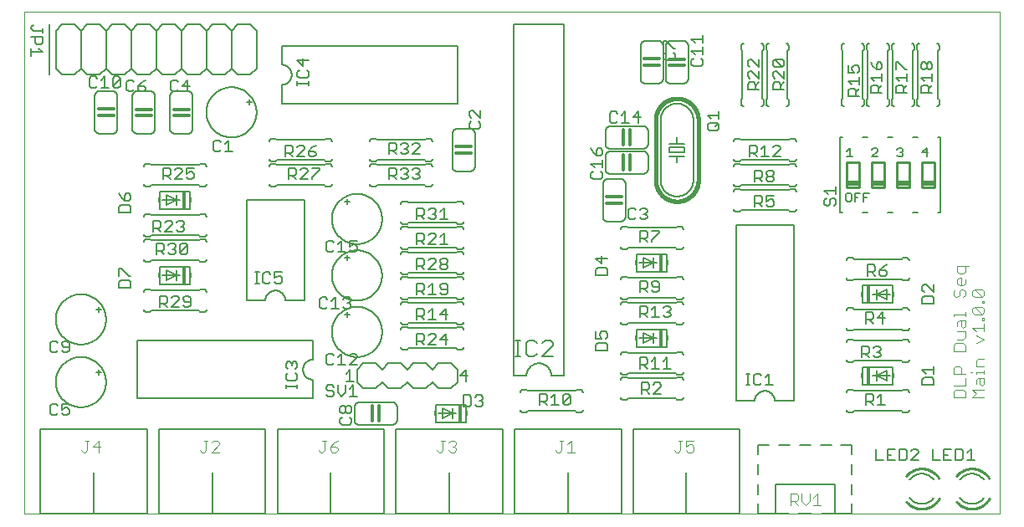
<source format=gto>
G75*
%MOIN*%
%OFA0B0*%
%FSLAX25Y25*%
%IPPOS*%
%LPD*%
%AMOC8*
5,1,8,0,0,1.08239X$1,22.5*
%
%ADD10C,0.00000*%
%ADD11C,0.00400*%
%ADD12C,0.00600*%
%ADD13C,0.00500*%
%ADD14C,0.01200*%
%ADD15R,0.01500X0.07000*%
%ADD16R,0.00500X0.02000*%
%ADD17C,0.00700*%
%ADD18C,0.01000*%
%ADD19C,0.01600*%
D10*
X0001000Y0001250D02*
X0001000Y0201211D01*
X0389583Y0201211D01*
X0389583Y0001250D01*
X0001000Y0001250D01*
D11*
X0024472Y0025820D02*
X0025239Y0025820D01*
X0026007Y0026587D01*
X0026007Y0030424D01*
X0026774Y0030424D02*
X0025239Y0030424D01*
X0028309Y0028122D02*
X0030611Y0030424D01*
X0030611Y0025820D01*
X0031378Y0028122D02*
X0028309Y0028122D01*
X0024472Y0025820D02*
X0023705Y0026587D01*
X0070949Y0026587D02*
X0071716Y0025820D01*
X0072483Y0025820D01*
X0073251Y0026587D01*
X0073251Y0030424D01*
X0074018Y0030424D02*
X0072483Y0030424D01*
X0075553Y0029657D02*
X0076320Y0030424D01*
X0077855Y0030424D01*
X0078622Y0029657D01*
X0078622Y0028889D01*
X0075553Y0025820D01*
X0078622Y0025820D01*
X0118193Y0026587D02*
X0118960Y0025820D01*
X0119728Y0025820D01*
X0120495Y0026587D01*
X0120495Y0030424D01*
X0119728Y0030424D02*
X0121262Y0030424D01*
X0122797Y0028122D02*
X0124331Y0029657D01*
X0125866Y0030424D01*
X0125099Y0028122D02*
X0122797Y0028122D01*
X0122797Y0026587D01*
X0123564Y0025820D01*
X0125099Y0025820D01*
X0125866Y0026587D01*
X0125866Y0027355D01*
X0125099Y0028122D01*
X0165437Y0026587D02*
X0166204Y0025820D01*
X0166972Y0025820D01*
X0167739Y0026587D01*
X0167739Y0030424D01*
X0166972Y0030424D02*
X0168506Y0030424D01*
X0170041Y0029657D02*
X0170808Y0030424D01*
X0172343Y0030424D01*
X0173110Y0029657D01*
X0173110Y0028889D01*
X0172343Y0028122D01*
X0173110Y0027355D01*
X0173110Y0026587D01*
X0172343Y0025820D01*
X0170808Y0025820D01*
X0170041Y0026587D01*
X0171576Y0028122D02*
X0172343Y0028122D01*
X0212681Y0026587D02*
X0213448Y0025820D01*
X0214216Y0025820D01*
X0214983Y0026587D01*
X0214983Y0030424D01*
X0214216Y0030424D02*
X0215750Y0030424D01*
X0217285Y0028889D02*
X0218820Y0030424D01*
X0218820Y0025820D01*
X0220354Y0025820D02*
X0217285Y0025820D01*
X0259925Y0026587D02*
X0260693Y0025820D01*
X0261460Y0025820D01*
X0262227Y0026587D01*
X0262227Y0030424D01*
X0261460Y0030424D02*
X0262994Y0030424D01*
X0264529Y0030424D02*
X0264529Y0028122D01*
X0266064Y0028889D01*
X0266831Y0028889D01*
X0267598Y0028122D01*
X0267598Y0026587D01*
X0266831Y0025820D01*
X0265296Y0025820D01*
X0264529Y0026587D01*
X0264529Y0030424D02*
X0267598Y0030424D01*
X0306161Y0009302D02*
X0308463Y0009302D01*
X0309230Y0008535D01*
X0309230Y0007000D01*
X0308463Y0006233D01*
X0306161Y0006233D01*
X0307695Y0006233D02*
X0309230Y0004698D01*
X0310765Y0006233D02*
X0312299Y0004698D01*
X0313834Y0006233D01*
X0313834Y0009302D01*
X0315368Y0007767D02*
X0316903Y0009302D01*
X0316903Y0004698D01*
X0315368Y0004698D02*
X0318438Y0004698D01*
X0310765Y0006233D02*
X0310765Y0009302D01*
X0306161Y0009302D02*
X0306161Y0004698D01*
X0371196Y0047737D02*
X0371196Y0050039D01*
X0371963Y0050807D01*
X0375033Y0050807D01*
X0375800Y0050039D01*
X0375800Y0047737D01*
X0371196Y0047737D01*
X0371196Y0052341D02*
X0375800Y0052341D01*
X0375800Y0055411D01*
X0375800Y0056945D02*
X0371196Y0056945D01*
X0371196Y0059247D01*
X0371963Y0060015D01*
X0373498Y0060015D01*
X0374265Y0059247D01*
X0374265Y0056945D01*
X0377929Y0057713D02*
X0378696Y0057713D01*
X0380231Y0057713D02*
X0383300Y0057713D01*
X0383300Y0058480D02*
X0383300Y0056945D01*
X0383300Y0055411D02*
X0380998Y0055411D01*
X0380231Y0054643D01*
X0380231Y0053109D01*
X0381765Y0053109D02*
X0381765Y0055411D01*
X0383300Y0055411D02*
X0383300Y0053109D01*
X0382533Y0052341D01*
X0381765Y0053109D01*
X0383300Y0050807D02*
X0378696Y0050807D01*
X0380231Y0049272D01*
X0378696Y0047737D01*
X0383300Y0047737D01*
X0380231Y0056945D02*
X0380231Y0057713D01*
X0380231Y0060015D02*
X0380231Y0062317D01*
X0380998Y0063084D01*
X0383300Y0063084D01*
X0383300Y0060015D02*
X0380231Y0060015D01*
X0375800Y0066153D02*
X0371196Y0066153D01*
X0371196Y0068455D01*
X0371963Y0069222D01*
X0375033Y0069222D01*
X0375800Y0068455D01*
X0375800Y0066153D01*
X0375033Y0070757D02*
X0372731Y0070757D01*
X0375033Y0070757D02*
X0375800Y0071524D01*
X0375800Y0073826D01*
X0372731Y0073826D01*
X0372731Y0076128D02*
X0372731Y0077663D01*
X0373498Y0078430D01*
X0375800Y0078430D01*
X0375800Y0076128D01*
X0375033Y0075361D01*
X0374265Y0076128D01*
X0374265Y0078430D01*
X0375800Y0079965D02*
X0375800Y0081500D01*
X0375800Y0080732D02*
X0371196Y0080732D01*
X0371196Y0079965D01*
X0378696Y0081500D02*
X0378696Y0083034D01*
X0379463Y0083801D01*
X0382533Y0080732D01*
X0383300Y0081500D01*
X0383300Y0083034D01*
X0382533Y0083801D01*
X0379463Y0083801D01*
X0378696Y0081500D02*
X0379463Y0080732D01*
X0382533Y0080732D01*
X0382533Y0079198D02*
X0383300Y0079198D01*
X0383300Y0078430D01*
X0382533Y0078430D01*
X0382533Y0079198D01*
X0383300Y0076896D02*
X0383300Y0073826D01*
X0383300Y0075361D02*
X0378696Y0075361D01*
X0380231Y0073826D01*
X0380231Y0072292D02*
X0383300Y0070757D01*
X0380231Y0069222D01*
X0382533Y0085336D02*
X0382533Y0086103D01*
X0383300Y0086103D01*
X0383300Y0085336D01*
X0382533Y0085336D01*
X0382533Y0087638D02*
X0379463Y0087638D01*
X0378696Y0088405D01*
X0378696Y0089940D01*
X0379463Y0090707D01*
X0382533Y0087638D01*
X0383300Y0088405D01*
X0383300Y0089940D01*
X0382533Y0090707D01*
X0379463Y0090707D01*
X0375800Y0089940D02*
X0375800Y0088405D01*
X0375033Y0087638D01*
X0373498Y0088405D02*
X0373498Y0089940D01*
X0374265Y0090707D01*
X0375033Y0090707D01*
X0375800Y0089940D01*
X0375033Y0092242D02*
X0373498Y0092242D01*
X0372731Y0093009D01*
X0372731Y0094544D01*
X0373498Y0095311D01*
X0374265Y0095311D01*
X0374265Y0092242D01*
X0375033Y0092242D02*
X0375800Y0093009D01*
X0375800Y0094544D01*
X0375033Y0096846D02*
X0373498Y0096846D01*
X0372731Y0097613D01*
X0372731Y0099915D01*
X0377335Y0099915D01*
X0375800Y0099915D02*
X0375800Y0097613D01*
X0375033Y0096846D01*
X0371963Y0090707D02*
X0371196Y0089940D01*
X0371196Y0088405D01*
X0371963Y0087638D01*
X0372731Y0087638D01*
X0373498Y0088405D01*
D12*
X0352500Y0083250D02*
X0351000Y0083250D01*
X0350500Y0082750D01*
X0331500Y0082750D01*
X0331000Y0083250D01*
X0329500Y0083250D01*
X0329440Y0083248D01*
X0329379Y0083243D01*
X0329320Y0083234D01*
X0329261Y0083221D01*
X0329202Y0083205D01*
X0329145Y0083185D01*
X0329090Y0083162D01*
X0329035Y0083135D01*
X0328983Y0083106D01*
X0328932Y0083073D01*
X0328883Y0083037D01*
X0328837Y0082999D01*
X0328793Y0082957D01*
X0328751Y0082913D01*
X0328713Y0082867D01*
X0328677Y0082818D01*
X0328644Y0082767D01*
X0328615Y0082715D01*
X0328588Y0082660D01*
X0328565Y0082605D01*
X0328545Y0082548D01*
X0328529Y0082489D01*
X0328516Y0082430D01*
X0328507Y0082371D01*
X0328502Y0082310D01*
X0328500Y0082250D01*
X0335000Y0085250D02*
X0335000Y0092250D01*
X0347000Y0092250D01*
X0347000Y0085250D01*
X0335000Y0085250D01*
X0339000Y0088750D02*
X0340500Y0088750D01*
X0340500Y0086750D01*
X0340500Y0088750D02*
X0340500Y0090750D01*
X0340500Y0088750D02*
X0344500Y0090750D01*
X0344500Y0086750D01*
X0340500Y0088750D01*
X0346000Y0088750D01*
X0351000Y0094250D02*
X0350500Y0094750D01*
X0331500Y0094750D01*
X0331000Y0094250D01*
X0329500Y0094250D01*
X0329440Y0094252D01*
X0329379Y0094257D01*
X0329320Y0094266D01*
X0329261Y0094279D01*
X0329202Y0094295D01*
X0329145Y0094315D01*
X0329090Y0094338D01*
X0329035Y0094365D01*
X0328983Y0094394D01*
X0328932Y0094427D01*
X0328883Y0094463D01*
X0328837Y0094501D01*
X0328793Y0094543D01*
X0328751Y0094587D01*
X0328713Y0094633D01*
X0328677Y0094682D01*
X0328644Y0094733D01*
X0328615Y0094785D01*
X0328588Y0094840D01*
X0328565Y0094895D01*
X0328545Y0094952D01*
X0328529Y0095011D01*
X0328516Y0095070D01*
X0328507Y0095129D01*
X0328502Y0095190D01*
X0328500Y0095250D01*
X0328500Y0102250D02*
X0328502Y0102310D01*
X0328507Y0102371D01*
X0328516Y0102430D01*
X0328529Y0102489D01*
X0328545Y0102548D01*
X0328565Y0102605D01*
X0328588Y0102660D01*
X0328615Y0102715D01*
X0328644Y0102767D01*
X0328677Y0102818D01*
X0328713Y0102867D01*
X0328751Y0102913D01*
X0328793Y0102957D01*
X0328837Y0102999D01*
X0328883Y0103037D01*
X0328932Y0103073D01*
X0328983Y0103106D01*
X0329035Y0103135D01*
X0329090Y0103162D01*
X0329145Y0103185D01*
X0329202Y0103205D01*
X0329261Y0103221D01*
X0329320Y0103234D01*
X0329379Y0103243D01*
X0329440Y0103248D01*
X0329500Y0103250D01*
X0331000Y0103250D01*
X0331500Y0102750D01*
X0350500Y0102750D01*
X0351000Y0103250D01*
X0352500Y0103250D01*
X0352560Y0103248D01*
X0352621Y0103243D01*
X0352680Y0103234D01*
X0352739Y0103221D01*
X0352798Y0103205D01*
X0352855Y0103185D01*
X0352910Y0103162D01*
X0352965Y0103135D01*
X0353017Y0103106D01*
X0353068Y0103073D01*
X0353117Y0103037D01*
X0353163Y0102999D01*
X0353207Y0102957D01*
X0353249Y0102913D01*
X0353287Y0102867D01*
X0353323Y0102818D01*
X0353356Y0102767D01*
X0353385Y0102715D01*
X0353412Y0102660D01*
X0353435Y0102605D01*
X0353455Y0102548D01*
X0353471Y0102489D01*
X0353484Y0102430D01*
X0353493Y0102371D01*
X0353498Y0102310D01*
X0353500Y0102250D01*
X0353500Y0095250D02*
X0353498Y0095190D01*
X0353493Y0095129D01*
X0353484Y0095070D01*
X0353471Y0095011D01*
X0353455Y0094952D01*
X0353435Y0094895D01*
X0353412Y0094840D01*
X0353385Y0094785D01*
X0353356Y0094733D01*
X0353323Y0094682D01*
X0353287Y0094633D01*
X0353249Y0094587D01*
X0353207Y0094543D01*
X0353163Y0094501D01*
X0353117Y0094463D01*
X0353068Y0094427D01*
X0353017Y0094394D01*
X0352965Y0094365D01*
X0352910Y0094338D01*
X0352855Y0094315D01*
X0352798Y0094295D01*
X0352739Y0094279D01*
X0352680Y0094266D01*
X0352621Y0094257D01*
X0352560Y0094252D01*
X0352500Y0094250D01*
X0351000Y0094250D01*
X0352500Y0083250D02*
X0352560Y0083248D01*
X0352621Y0083243D01*
X0352680Y0083234D01*
X0352739Y0083221D01*
X0352798Y0083205D01*
X0352855Y0083185D01*
X0352910Y0083162D01*
X0352965Y0083135D01*
X0353017Y0083106D01*
X0353068Y0083073D01*
X0353117Y0083037D01*
X0353163Y0082999D01*
X0353207Y0082957D01*
X0353249Y0082913D01*
X0353287Y0082867D01*
X0353323Y0082818D01*
X0353356Y0082767D01*
X0353385Y0082715D01*
X0353412Y0082660D01*
X0353435Y0082605D01*
X0353455Y0082548D01*
X0353471Y0082489D01*
X0353484Y0082430D01*
X0353493Y0082371D01*
X0353498Y0082310D01*
X0353500Y0082250D01*
X0353500Y0075250D02*
X0353498Y0075190D01*
X0353493Y0075129D01*
X0353484Y0075070D01*
X0353471Y0075011D01*
X0353455Y0074952D01*
X0353435Y0074895D01*
X0353412Y0074840D01*
X0353385Y0074785D01*
X0353356Y0074733D01*
X0353323Y0074682D01*
X0353287Y0074633D01*
X0353249Y0074587D01*
X0353207Y0074543D01*
X0353163Y0074501D01*
X0353117Y0074463D01*
X0353068Y0074427D01*
X0353017Y0074394D01*
X0352965Y0074365D01*
X0352910Y0074338D01*
X0352855Y0074315D01*
X0352798Y0074295D01*
X0352739Y0074279D01*
X0352680Y0074266D01*
X0352621Y0074257D01*
X0352560Y0074252D01*
X0352500Y0074250D01*
X0351000Y0074250D01*
X0350500Y0074750D01*
X0331500Y0074750D01*
X0331000Y0074250D01*
X0329500Y0074250D01*
X0329440Y0074252D01*
X0329379Y0074257D01*
X0329320Y0074266D01*
X0329261Y0074279D01*
X0329202Y0074295D01*
X0329145Y0074315D01*
X0329090Y0074338D01*
X0329035Y0074365D01*
X0328983Y0074394D01*
X0328932Y0074427D01*
X0328883Y0074463D01*
X0328837Y0074501D01*
X0328793Y0074543D01*
X0328751Y0074587D01*
X0328713Y0074633D01*
X0328677Y0074682D01*
X0328644Y0074733D01*
X0328615Y0074785D01*
X0328588Y0074840D01*
X0328565Y0074895D01*
X0328545Y0074952D01*
X0328529Y0075011D01*
X0328516Y0075070D01*
X0328507Y0075129D01*
X0328502Y0075190D01*
X0328500Y0075250D01*
X0329500Y0070750D02*
X0331000Y0070750D01*
X0331500Y0070250D01*
X0350500Y0070250D01*
X0351000Y0070750D01*
X0352500Y0070750D01*
X0352560Y0070748D01*
X0352621Y0070743D01*
X0352680Y0070734D01*
X0352739Y0070721D01*
X0352798Y0070705D01*
X0352855Y0070685D01*
X0352910Y0070662D01*
X0352965Y0070635D01*
X0353017Y0070606D01*
X0353068Y0070573D01*
X0353117Y0070537D01*
X0353163Y0070499D01*
X0353207Y0070457D01*
X0353249Y0070413D01*
X0353287Y0070367D01*
X0353323Y0070318D01*
X0353356Y0070267D01*
X0353385Y0070215D01*
X0353412Y0070160D01*
X0353435Y0070105D01*
X0353455Y0070048D01*
X0353471Y0069989D01*
X0353484Y0069930D01*
X0353493Y0069871D01*
X0353498Y0069810D01*
X0353500Y0069750D01*
X0353500Y0062750D02*
X0353498Y0062690D01*
X0353493Y0062629D01*
X0353484Y0062570D01*
X0353471Y0062511D01*
X0353455Y0062452D01*
X0353435Y0062395D01*
X0353412Y0062340D01*
X0353385Y0062285D01*
X0353356Y0062233D01*
X0353323Y0062182D01*
X0353287Y0062133D01*
X0353249Y0062087D01*
X0353207Y0062043D01*
X0353163Y0062001D01*
X0353117Y0061963D01*
X0353068Y0061927D01*
X0353017Y0061894D01*
X0352965Y0061865D01*
X0352910Y0061838D01*
X0352855Y0061815D01*
X0352798Y0061795D01*
X0352739Y0061779D01*
X0352680Y0061766D01*
X0352621Y0061757D01*
X0352560Y0061752D01*
X0352500Y0061750D01*
X0351000Y0061750D01*
X0350500Y0062250D01*
X0331500Y0062250D01*
X0331000Y0061750D01*
X0329500Y0061750D01*
X0329440Y0061752D01*
X0329379Y0061757D01*
X0329320Y0061766D01*
X0329261Y0061779D01*
X0329202Y0061795D01*
X0329145Y0061815D01*
X0329090Y0061838D01*
X0329035Y0061865D01*
X0328983Y0061894D01*
X0328932Y0061927D01*
X0328883Y0061963D01*
X0328837Y0062001D01*
X0328793Y0062043D01*
X0328751Y0062087D01*
X0328713Y0062133D01*
X0328677Y0062182D01*
X0328644Y0062233D01*
X0328615Y0062285D01*
X0328588Y0062340D01*
X0328565Y0062395D01*
X0328545Y0062452D01*
X0328529Y0062511D01*
X0328516Y0062570D01*
X0328507Y0062629D01*
X0328502Y0062690D01*
X0328500Y0062750D01*
X0335000Y0059750D02*
X0335000Y0052750D01*
X0347000Y0052750D01*
X0347000Y0059750D01*
X0335000Y0059750D01*
X0340500Y0058250D02*
X0340500Y0056250D01*
X0340500Y0054250D01*
X0340500Y0056250D02*
X0344500Y0058250D01*
X0344500Y0054250D01*
X0340500Y0056250D01*
X0346000Y0056250D01*
X0340500Y0056250D02*
X0339000Y0056250D01*
X0331500Y0050250D02*
X0331000Y0050750D01*
X0329500Y0050750D01*
X0329440Y0050748D01*
X0329379Y0050743D01*
X0329320Y0050734D01*
X0329261Y0050721D01*
X0329202Y0050705D01*
X0329145Y0050685D01*
X0329090Y0050662D01*
X0329035Y0050635D01*
X0328983Y0050606D01*
X0328932Y0050573D01*
X0328883Y0050537D01*
X0328837Y0050499D01*
X0328793Y0050457D01*
X0328751Y0050413D01*
X0328713Y0050367D01*
X0328677Y0050318D01*
X0328644Y0050267D01*
X0328615Y0050215D01*
X0328588Y0050160D01*
X0328565Y0050105D01*
X0328545Y0050048D01*
X0328529Y0049989D01*
X0328516Y0049930D01*
X0328507Y0049871D01*
X0328502Y0049810D01*
X0328500Y0049750D01*
X0331500Y0050250D02*
X0350500Y0050250D01*
X0351000Y0050750D01*
X0352500Y0050750D01*
X0352560Y0050748D01*
X0352621Y0050743D01*
X0352680Y0050734D01*
X0352739Y0050721D01*
X0352798Y0050705D01*
X0352855Y0050685D01*
X0352910Y0050662D01*
X0352965Y0050635D01*
X0353017Y0050606D01*
X0353068Y0050573D01*
X0353117Y0050537D01*
X0353163Y0050499D01*
X0353207Y0050457D01*
X0353249Y0050413D01*
X0353287Y0050367D01*
X0353323Y0050318D01*
X0353356Y0050267D01*
X0353385Y0050215D01*
X0353412Y0050160D01*
X0353435Y0050105D01*
X0353455Y0050048D01*
X0353471Y0049989D01*
X0353484Y0049930D01*
X0353493Y0049871D01*
X0353498Y0049810D01*
X0353500Y0049750D01*
X0353500Y0042750D02*
X0353498Y0042690D01*
X0353493Y0042629D01*
X0353484Y0042570D01*
X0353471Y0042511D01*
X0353455Y0042452D01*
X0353435Y0042395D01*
X0353412Y0042340D01*
X0353385Y0042285D01*
X0353356Y0042233D01*
X0353323Y0042182D01*
X0353287Y0042133D01*
X0353249Y0042087D01*
X0353207Y0042043D01*
X0353163Y0042001D01*
X0353117Y0041963D01*
X0353068Y0041927D01*
X0353017Y0041894D01*
X0352965Y0041865D01*
X0352910Y0041838D01*
X0352855Y0041815D01*
X0352798Y0041795D01*
X0352739Y0041779D01*
X0352680Y0041766D01*
X0352621Y0041757D01*
X0352560Y0041752D01*
X0352500Y0041750D01*
X0351000Y0041750D01*
X0350500Y0042250D01*
X0331500Y0042250D01*
X0331000Y0041750D01*
X0329500Y0041750D01*
X0329440Y0041752D01*
X0329379Y0041757D01*
X0329320Y0041766D01*
X0329261Y0041779D01*
X0329202Y0041795D01*
X0329145Y0041815D01*
X0329090Y0041838D01*
X0329035Y0041865D01*
X0328983Y0041894D01*
X0328932Y0041927D01*
X0328883Y0041963D01*
X0328837Y0042001D01*
X0328793Y0042043D01*
X0328751Y0042087D01*
X0328713Y0042133D01*
X0328677Y0042182D01*
X0328644Y0042233D01*
X0328615Y0042285D01*
X0328588Y0042340D01*
X0328565Y0042395D01*
X0328545Y0042452D01*
X0328529Y0042511D01*
X0328516Y0042570D01*
X0328507Y0042629D01*
X0328502Y0042690D01*
X0328500Y0042750D01*
X0307500Y0046250D02*
X0300000Y0046250D01*
X0299998Y0046376D01*
X0299992Y0046501D01*
X0299982Y0046626D01*
X0299968Y0046751D01*
X0299951Y0046876D01*
X0299929Y0047000D01*
X0299904Y0047123D01*
X0299874Y0047245D01*
X0299841Y0047366D01*
X0299804Y0047486D01*
X0299764Y0047605D01*
X0299719Y0047722D01*
X0299671Y0047839D01*
X0299619Y0047953D01*
X0299564Y0048066D01*
X0299505Y0048177D01*
X0299443Y0048286D01*
X0299377Y0048393D01*
X0299308Y0048498D01*
X0299236Y0048601D01*
X0299161Y0048702D01*
X0299082Y0048800D01*
X0299000Y0048895D01*
X0298916Y0048988D01*
X0298828Y0049078D01*
X0298738Y0049166D01*
X0298645Y0049250D01*
X0298550Y0049332D01*
X0298452Y0049411D01*
X0298351Y0049486D01*
X0298248Y0049558D01*
X0298143Y0049627D01*
X0298036Y0049693D01*
X0297927Y0049755D01*
X0297816Y0049814D01*
X0297703Y0049869D01*
X0297589Y0049921D01*
X0297472Y0049969D01*
X0297355Y0050014D01*
X0297236Y0050054D01*
X0297116Y0050091D01*
X0296995Y0050124D01*
X0296873Y0050154D01*
X0296750Y0050179D01*
X0296626Y0050201D01*
X0296501Y0050218D01*
X0296376Y0050232D01*
X0296251Y0050242D01*
X0296126Y0050248D01*
X0296000Y0050250D01*
X0295874Y0050248D01*
X0295749Y0050242D01*
X0295624Y0050232D01*
X0295499Y0050218D01*
X0295374Y0050201D01*
X0295250Y0050179D01*
X0295127Y0050154D01*
X0295005Y0050124D01*
X0294884Y0050091D01*
X0294764Y0050054D01*
X0294645Y0050014D01*
X0294528Y0049969D01*
X0294411Y0049921D01*
X0294297Y0049869D01*
X0294184Y0049814D01*
X0294073Y0049755D01*
X0293964Y0049693D01*
X0293857Y0049627D01*
X0293752Y0049558D01*
X0293649Y0049486D01*
X0293548Y0049411D01*
X0293450Y0049332D01*
X0293355Y0049250D01*
X0293262Y0049166D01*
X0293172Y0049078D01*
X0293084Y0048988D01*
X0293000Y0048895D01*
X0292918Y0048800D01*
X0292839Y0048702D01*
X0292764Y0048601D01*
X0292692Y0048498D01*
X0292623Y0048393D01*
X0292557Y0048286D01*
X0292495Y0048177D01*
X0292436Y0048066D01*
X0292381Y0047953D01*
X0292329Y0047839D01*
X0292281Y0047722D01*
X0292236Y0047605D01*
X0292196Y0047486D01*
X0292159Y0047366D01*
X0292126Y0047245D01*
X0292096Y0047123D01*
X0292071Y0047000D01*
X0292049Y0046876D01*
X0292032Y0046751D01*
X0292018Y0046626D01*
X0292008Y0046501D01*
X0292002Y0046376D01*
X0292000Y0046250D01*
X0284500Y0046250D01*
X0284500Y0116250D01*
X0307500Y0116250D01*
X0307500Y0046250D01*
X0262500Y0046750D02*
X0261000Y0046750D01*
X0260500Y0047250D01*
X0241500Y0047250D01*
X0241000Y0046750D01*
X0239500Y0046750D01*
X0239440Y0046752D01*
X0239379Y0046757D01*
X0239320Y0046766D01*
X0239261Y0046779D01*
X0239202Y0046795D01*
X0239145Y0046815D01*
X0239090Y0046838D01*
X0239035Y0046865D01*
X0238983Y0046894D01*
X0238932Y0046927D01*
X0238883Y0046963D01*
X0238837Y0047001D01*
X0238793Y0047043D01*
X0238751Y0047087D01*
X0238713Y0047133D01*
X0238677Y0047182D01*
X0238644Y0047233D01*
X0238615Y0047285D01*
X0238588Y0047340D01*
X0238565Y0047395D01*
X0238545Y0047452D01*
X0238529Y0047511D01*
X0238516Y0047570D01*
X0238507Y0047629D01*
X0238502Y0047690D01*
X0238500Y0047750D01*
X0238500Y0054750D02*
X0238502Y0054810D01*
X0238507Y0054871D01*
X0238516Y0054930D01*
X0238529Y0054989D01*
X0238545Y0055048D01*
X0238565Y0055105D01*
X0238588Y0055160D01*
X0238615Y0055215D01*
X0238644Y0055267D01*
X0238677Y0055318D01*
X0238713Y0055367D01*
X0238751Y0055413D01*
X0238793Y0055457D01*
X0238837Y0055499D01*
X0238883Y0055537D01*
X0238932Y0055573D01*
X0238983Y0055606D01*
X0239035Y0055635D01*
X0239090Y0055662D01*
X0239145Y0055685D01*
X0239202Y0055705D01*
X0239261Y0055721D01*
X0239320Y0055734D01*
X0239379Y0055743D01*
X0239440Y0055748D01*
X0239500Y0055750D01*
X0241000Y0055750D01*
X0241500Y0055250D01*
X0260500Y0055250D01*
X0261000Y0055750D01*
X0262500Y0055750D01*
X0262560Y0055748D01*
X0262621Y0055743D01*
X0262680Y0055734D01*
X0262739Y0055721D01*
X0262798Y0055705D01*
X0262855Y0055685D01*
X0262910Y0055662D01*
X0262965Y0055635D01*
X0263017Y0055606D01*
X0263068Y0055573D01*
X0263117Y0055537D01*
X0263163Y0055499D01*
X0263207Y0055457D01*
X0263249Y0055413D01*
X0263287Y0055367D01*
X0263323Y0055318D01*
X0263356Y0055267D01*
X0263385Y0055215D01*
X0263412Y0055160D01*
X0263435Y0055105D01*
X0263455Y0055048D01*
X0263471Y0054989D01*
X0263484Y0054930D01*
X0263493Y0054871D01*
X0263498Y0054810D01*
X0263500Y0054750D01*
X0262500Y0056750D02*
X0261000Y0056750D01*
X0260500Y0057250D01*
X0241500Y0057250D01*
X0241000Y0056750D01*
X0239500Y0056750D01*
X0239440Y0056752D01*
X0239379Y0056757D01*
X0239320Y0056766D01*
X0239261Y0056779D01*
X0239202Y0056795D01*
X0239145Y0056815D01*
X0239090Y0056838D01*
X0239035Y0056865D01*
X0238983Y0056894D01*
X0238932Y0056927D01*
X0238883Y0056963D01*
X0238837Y0057001D01*
X0238793Y0057043D01*
X0238751Y0057087D01*
X0238713Y0057133D01*
X0238677Y0057182D01*
X0238644Y0057233D01*
X0238615Y0057285D01*
X0238588Y0057340D01*
X0238565Y0057395D01*
X0238545Y0057452D01*
X0238529Y0057511D01*
X0238516Y0057570D01*
X0238507Y0057629D01*
X0238502Y0057690D01*
X0238500Y0057750D01*
X0238500Y0064750D02*
X0238502Y0064810D01*
X0238507Y0064871D01*
X0238516Y0064930D01*
X0238529Y0064989D01*
X0238545Y0065048D01*
X0238565Y0065105D01*
X0238588Y0065160D01*
X0238615Y0065215D01*
X0238644Y0065267D01*
X0238677Y0065318D01*
X0238713Y0065367D01*
X0238751Y0065413D01*
X0238793Y0065457D01*
X0238837Y0065499D01*
X0238883Y0065537D01*
X0238932Y0065573D01*
X0238983Y0065606D01*
X0239035Y0065635D01*
X0239090Y0065662D01*
X0239145Y0065685D01*
X0239202Y0065705D01*
X0239261Y0065721D01*
X0239320Y0065734D01*
X0239379Y0065743D01*
X0239440Y0065748D01*
X0239500Y0065750D01*
X0241000Y0065750D01*
X0241500Y0065250D01*
X0260500Y0065250D01*
X0261000Y0065750D01*
X0262500Y0065750D01*
X0262560Y0065748D01*
X0262621Y0065743D01*
X0262680Y0065734D01*
X0262739Y0065721D01*
X0262798Y0065705D01*
X0262855Y0065685D01*
X0262910Y0065662D01*
X0262965Y0065635D01*
X0263017Y0065606D01*
X0263068Y0065573D01*
X0263117Y0065537D01*
X0263163Y0065499D01*
X0263207Y0065457D01*
X0263249Y0065413D01*
X0263287Y0065367D01*
X0263323Y0065318D01*
X0263356Y0065267D01*
X0263385Y0065215D01*
X0263412Y0065160D01*
X0263435Y0065105D01*
X0263455Y0065048D01*
X0263471Y0064989D01*
X0263484Y0064930D01*
X0263493Y0064871D01*
X0263498Y0064810D01*
X0263500Y0064750D01*
X0257000Y0067750D02*
X0257000Y0074750D01*
X0245000Y0074750D01*
X0245000Y0067750D01*
X0257000Y0067750D01*
X0251500Y0069250D02*
X0251500Y0071250D01*
X0251500Y0073250D01*
X0251500Y0071250D02*
X0247500Y0069250D01*
X0247500Y0073250D01*
X0251500Y0071250D01*
X0246000Y0071250D01*
X0251500Y0071250D02*
X0253000Y0071250D01*
X0260500Y0077250D02*
X0261000Y0076750D01*
X0262500Y0076750D01*
X0262560Y0076752D01*
X0262621Y0076757D01*
X0262680Y0076766D01*
X0262739Y0076779D01*
X0262798Y0076795D01*
X0262855Y0076815D01*
X0262910Y0076838D01*
X0262965Y0076865D01*
X0263017Y0076894D01*
X0263068Y0076927D01*
X0263117Y0076963D01*
X0263163Y0077001D01*
X0263207Y0077043D01*
X0263249Y0077087D01*
X0263287Y0077133D01*
X0263323Y0077182D01*
X0263356Y0077233D01*
X0263385Y0077285D01*
X0263412Y0077340D01*
X0263435Y0077395D01*
X0263455Y0077452D01*
X0263471Y0077511D01*
X0263484Y0077570D01*
X0263493Y0077629D01*
X0263498Y0077690D01*
X0263500Y0077750D01*
X0260500Y0077250D02*
X0241500Y0077250D01*
X0241000Y0076750D01*
X0239500Y0076750D01*
X0239440Y0076752D01*
X0239379Y0076757D01*
X0239320Y0076766D01*
X0239261Y0076779D01*
X0239202Y0076795D01*
X0239145Y0076815D01*
X0239090Y0076838D01*
X0239035Y0076865D01*
X0238983Y0076894D01*
X0238932Y0076927D01*
X0238883Y0076963D01*
X0238837Y0077001D01*
X0238793Y0077043D01*
X0238751Y0077087D01*
X0238713Y0077133D01*
X0238677Y0077182D01*
X0238644Y0077233D01*
X0238615Y0077285D01*
X0238588Y0077340D01*
X0238565Y0077395D01*
X0238545Y0077452D01*
X0238529Y0077511D01*
X0238516Y0077570D01*
X0238507Y0077629D01*
X0238502Y0077690D01*
X0238500Y0077750D01*
X0238500Y0084750D02*
X0238502Y0084810D01*
X0238507Y0084871D01*
X0238516Y0084930D01*
X0238529Y0084989D01*
X0238545Y0085048D01*
X0238565Y0085105D01*
X0238588Y0085160D01*
X0238615Y0085215D01*
X0238644Y0085267D01*
X0238677Y0085318D01*
X0238713Y0085367D01*
X0238751Y0085413D01*
X0238793Y0085457D01*
X0238837Y0085499D01*
X0238883Y0085537D01*
X0238932Y0085573D01*
X0238983Y0085606D01*
X0239035Y0085635D01*
X0239090Y0085662D01*
X0239145Y0085685D01*
X0239202Y0085705D01*
X0239261Y0085721D01*
X0239320Y0085734D01*
X0239379Y0085743D01*
X0239440Y0085748D01*
X0239500Y0085750D01*
X0241000Y0085750D01*
X0241500Y0085250D01*
X0260500Y0085250D01*
X0261000Y0085750D01*
X0262500Y0085750D01*
X0262500Y0086750D02*
X0261000Y0086750D01*
X0260500Y0087250D01*
X0241500Y0087250D01*
X0241000Y0086750D01*
X0239500Y0086750D01*
X0239440Y0086752D01*
X0239379Y0086757D01*
X0239320Y0086766D01*
X0239261Y0086779D01*
X0239202Y0086795D01*
X0239145Y0086815D01*
X0239090Y0086838D01*
X0239035Y0086865D01*
X0238983Y0086894D01*
X0238932Y0086927D01*
X0238883Y0086963D01*
X0238837Y0087001D01*
X0238793Y0087043D01*
X0238751Y0087087D01*
X0238713Y0087133D01*
X0238677Y0087182D01*
X0238644Y0087233D01*
X0238615Y0087285D01*
X0238588Y0087340D01*
X0238565Y0087395D01*
X0238545Y0087452D01*
X0238529Y0087511D01*
X0238516Y0087570D01*
X0238507Y0087629D01*
X0238502Y0087690D01*
X0238500Y0087750D01*
X0238500Y0094750D02*
X0238502Y0094810D01*
X0238507Y0094871D01*
X0238516Y0094930D01*
X0238529Y0094989D01*
X0238545Y0095048D01*
X0238565Y0095105D01*
X0238588Y0095160D01*
X0238615Y0095215D01*
X0238644Y0095267D01*
X0238677Y0095318D01*
X0238713Y0095367D01*
X0238751Y0095413D01*
X0238793Y0095457D01*
X0238837Y0095499D01*
X0238883Y0095537D01*
X0238932Y0095573D01*
X0238983Y0095606D01*
X0239035Y0095635D01*
X0239090Y0095662D01*
X0239145Y0095685D01*
X0239202Y0095705D01*
X0239261Y0095721D01*
X0239320Y0095734D01*
X0239379Y0095743D01*
X0239440Y0095748D01*
X0239500Y0095750D01*
X0241000Y0095750D01*
X0241500Y0095250D01*
X0260500Y0095250D01*
X0261000Y0095750D01*
X0262500Y0095750D01*
X0262560Y0095748D01*
X0262621Y0095743D01*
X0262680Y0095734D01*
X0262739Y0095721D01*
X0262798Y0095705D01*
X0262855Y0095685D01*
X0262910Y0095662D01*
X0262965Y0095635D01*
X0263017Y0095606D01*
X0263068Y0095573D01*
X0263117Y0095537D01*
X0263163Y0095499D01*
X0263207Y0095457D01*
X0263249Y0095413D01*
X0263287Y0095367D01*
X0263323Y0095318D01*
X0263356Y0095267D01*
X0263385Y0095215D01*
X0263412Y0095160D01*
X0263435Y0095105D01*
X0263455Y0095048D01*
X0263471Y0094989D01*
X0263484Y0094930D01*
X0263493Y0094871D01*
X0263498Y0094810D01*
X0263500Y0094750D01*
X0257000Y0097750D02*
X0257000Y0104750D01*
X0245000Y0104750D01*
X0245000Y0097750D01*
X0257000Y0097750D01*
X0251500Y0099250D02*
X0251500Y0101250D01*
X0251500Y0103250D01*
X0251500Y0101250D02*
X0247500Y0099250D01*
X0247500Y0103250D01*
X0251500Y0101250D01*
X0246000Y0101250D01*
X0251500Y0101250D02*
X0253000Y0101250D01*
X0260500Y0107250D02*
X0261000Y0106750D01*
X0262500Y0106750D01*
X0262560Y0106752D01*
X0262621Y0106757D01*
X0262680Y0106766D01*
X0262739Y0106779D01*
X0262798Y0106795D01*
X0262855Y0106815D01*
X0262910Y0106838D01*
X0262965Y0106865D01*
X0263017Y0106894D01*
X0263068Y0106927D01*
X0263117Y0106963D01*
X0263163Y0107001D01*
X0263207Y0107043D01*
X0263249Y0107087D01*
X0263287Y0107133D01*
X0263323Y0107182D01*
X0263356Y0107233D01*
X0263385Y0107285D01*
X0263412Y0107340D01*
X0263435Y0107395D01*
X0263455Y0107452D01*
X0263471Y0107511D01*
X0263484Y0107570D01*
X0263493Y0107629D01*
X0263498Y0107690D01*
X0263500Y0107750D01*
X0260500Y0107250D02*
X0241500Y0107250D01*
X0241000Y0106750D01*
X0239500Y0106750D01*
X0239440Y0106752D01*
X0239379Y0106757D01*
X0239320Y0106766D01*
X0239261Y0106779D01*
X0239202Y0106795D01*
X0239145Y0106815D01*
X0239090Y0106838D01*
X0239035Y0106865D01*
X0238983Y0106894D01*
X0238932Y0106927D01*
X0238883Y0106963D01*
X0238837Y0107001D01*
X0238793Y0107043D01*
X0238751Y0107087D01*
X0238713Y0107133D01*
X0238677Y0107182D01*
X0238644Y0107233D01*
X0238615Y0107285D01*
X0238588Y0107340D01*
X0238565Y0107395D01*
X0238545Y0107452D01*
X0238529Y0107511D01*
X0238516Y0107570D01*
X0238507Y0107629D01*
X0238502Y0107690D01*
X0238500Y0107750D01*
X0238500Y0114750D02*
X0238502Y0114810D01*
X0238507Y0114871D01*
X0238516Y0114930D01*
X0238529Y0114989D01*
X0238545Y0115048D01*
X0238565Y0115105D01*
X0238588Y0115160D01*
X0238615Y0115215D01*
X0238644Y0115267D01*
X0238677Y0115318D01*
X0238713Y0115367D01*
X0238751Y0115413D01*
X0238793Y0115457D01*
X0238837Y0115499D01*
X0238883Y0115537D01*
X0238932Y0115573D01*
X0238983Y0115606D01*
X0239035Y0115635D01*
X0239090Y0115662D01*
X0239145Y0115685D01*
X0239202Y0115705D01*
X0239261Y0115721D01*
X0239320Y0115734D01*
X0239379Y0115743D01*
X0239440Y0115748D01*
X0239500Y0115750D01*
X0241000Y0115750D01*
X0241500Y0115250D01*
X0260500Y0115250D01*
X0261000Y0115750D01*
X0262500Y0115750D01*
X0262560Y0115748D01*
X0262621Y0115743D01*
X0262680Y0115734D01*
X0262739Y0115721D01*
X0262798Y0115705D01*
X0262855Y0115685D01*
X0262910Y0115662D01*
X0262965Y0115635D01*
X0263017Y0115606D01*
X0263068Y0115573D01*
X0263117Y0115537D01*
X0263163Y0115499D01*
X0263207Y0115457D01*
X0263249Y0115413D01*
X0263287Y0115367D01*
X0263323Y0115318D01*
X0263356Y0115267D01*
X0263385Y0115215D01*
X0263412Y0115160D01*
X0263435Y0115105D01*
X0263455Y0115048D01*
X0263471Y0114989D01*
X0263484Y0114930D01*
X0263493Y0114871D01*
X0263498Y0114810D01*
X0263500Y0114750D01*
X0284500Y0121750D02*
X0286000Y0121750D01*
X0286500Y0122250D01*
X0305500Y0122250D01*
X0306000Y0121750D01*
X0307500Y0121750D01*
X0307560Y0121752D01*
X0307621Y0121757D01*
X0307680Y0121766D01*
X0307739Y0121779D01*
X0307798Y0121795D01*
X0307855Y0121815D01*
X0307910Y0121838D01*
X0307965Y0121865D01*
X0308017Y0121894D01*
X0308068Y0121927D01*
X0308117Y0121963D01*
X0308163Y0122001D01*
X0308207Y0122043D01*
X0308249Y0122087D01*
X0308287Y0122133D01*
X0308323Y0122182D01*
X0308356Y0122233D01*
X0308385Y0122285D01*
X0308412Y0122340D01*
X0308435Y0122395D01*
X0308455Y0122452D01*
X0308471Y0122511D01*
X0308484Y0122570D01*
X0308493Y0122629D01*
X0308498Y0122690D01*
X0308500Y0122750D01*
X0308500Y0129750D02*
X0308498Y0129810D01*
X0308493Y0129871D01*
X0308484Y0129930D01*
X0308471Y0129989D01*
X0308455Y0130048D01*
X0308435Y0130105D01*
X0308412Y0130160D01*
X0308385Y0130215D01*
X0308356Y0130267D01*
X0308323Y0130318D01*
X0308287Y0130367D01*
X0308249Y0130413D01*
X0308207Y0130457D01*
X0308163Y0130499D01*
X0308117Y0130537D01*
X0308068Y0130573D01*
X0308017Y0130606D01*
X0307965Y0130635D01*
X0307910Y0130662D01*
X0307855Y0130685D01*
X0307798Y0130705D01*
X0307739Y0130721D01*
X0307680Y0130734D01*
X0307621Y0130743D01*
X0307560Y0130748D01*
X0307500Y0130750D01*
X0306000Y0130750D01*
X0305500Y0130250D01*
X0286500Y0130250D01*
X0286000Y0130750D01*
X0284500Y0130750D01*
X0284440Y0130748D01*
X0284379Y0130743D01*
X0284320Y0130734D01*
X0284261Y0130721D01*
X0284202Y0130705D01*
X0284145Y0130685D01*
X0284090Y0130662D01*
X0284035Y0130635D01*
X0283983Y0130606D01*
X0283932Y0130573D01*
X0283883Y0130537D01*
X0283837Y0130499D01*
X0283793Y0130457D01*
X0283751Y0130413D01*
X0283713Y0130367D01*
X0283677Y0130318D01*
X0283644Y0130267D01*
X0283615Y0130215D01*
X0283588Y0130160D01*
X0283565Y0130105D01*
X0283545Y0130048D01*
X0283529Y0129989D01*
X0283516Y0129930D01*
X0283507Y0129871D01*
X0283502Y0129810D01*
X0283500Y0129750D01*
X0284500Y0131750D02*
X0286000Y0131750D01*
X0286500Y0132250D01*
X0305500Y0132250D01*
X0306000Y0131750D01*
X0307500Y0131750D01*
X0307560Y0131752D01*
X0307621Y0131757D01*
X0307680Y0131766D01*
X0307739Y0131779D01*
X0307798Y0131795D01*
X0307855Y0131815D01*
X0307910Y0131838D01*
X0307965Y0131865D01*
X0308017Y0131894D01*
X0308068Y0131927D01*
X0308117Y0131963D01*
X0308163Y0132001D01*
X0308207Y0132043D01*
X0308249Y0132087D01*
X0308287Y0132133D01*
X0308323Y0132182D01*
X0308356Y0132233D01*
X0308385Y0132285D01*
X0308412Y0132340D01*
X0308435Y0132395D01*
X0308455Y0132452D01*
X0308471Y0132511D01*
X0308484Y0132570D01*
X0308493Y0132629D01*
X0308498Y0132690D01*
X0308500Y0132750D01*
X0308500Y0139750D02*
X0308498Y0139810D01*
X0308493Y0139871D01*
X0308484Y0139930D01*
X0308471Y0139989D01*
X0308455Y0140048D01*
X0308435Y0140105D01*
X0308412Y0140160D01*
X0308385Y0140215D01*
X0308356Y0140267D01*
X0308323Y0140318D01*
X0308287Y0140367D01*
X0308249Y0140413D01*
X0308207Y0140457D01*
X0308163Y0140499D01*
X0308117Y0140537D01*
X0308068Y0140573D01*
X0308017Y0140606D01*
X0307965Y0140635D01*
X0307910Y0140662D01*
X0307855Y0140685D01*
X0307798Y0140705D01*
X0307739Y0140721D01*
X0307680Y0140734D01*
X0307621Y0140743D01*
X0307560Y0140748D01*
X0307500Y0140750D01*
X0306000Y0140750D01*
X0305500Y0140250D01*
X0286500Y0140250D01*
X0286000Y0140750D01*
X0284500Y0140750D01*
X0284440Y0140748D01*
X0284379Y0140743D01*
X0284320Y0140734D01*
X0284261Y0140721D01*
X0284202Y0140705D01*
X0284145Y0140685D01*
X0284090Y0140662D01*
X0284035Y0140635D01*
X0283983Y0140606D01*
X0283932Y0140573D01*
X0283883Y0140537D01*
X0283837Y0140499D01*
X0283793Y0140457D01*
X0283751Y0140413D01*
X0283713Y0140367D01*
X0283677Y0140318D01*
X0283644Y0140267D01*
X0283615Y0140215D01*
X0283588Y0140160D01*
X0283565Y0140105D01*
X0283545Y0140048D01*
X0283529Y0139989D01*
X0283516Y0139930D01*
X0283507Y0139871D01*
X0283502Y0139810D01*
X0283500Y0139750D01*
X0284500Y0141750D02*
X0286000Y0141750D01*
X0286500Y0142250D01*
X0305500Y0142250D01*
X0306000Y0141750D01*
X0307500Y0141750D01*
X0307560Y0141752D01*
X0307621Y0141757D01*
X0307680Y0141766D01*
X0307739Y0141779D01*
X0307798Y0141795D01*
X0307855Y0141815D01*
X0307910Y0141838D01*
X0307965Y0141865D01*
X0308017Y0141894D01*
X0308068Y0141927D01*
X0308117Y0141963D01*
X0308163Y0142001D01*
X0308207Y0142043D01*
X0308249Y0142087D01*
X0308287Y0142133D01*
X0308323Y0142182D01*
X0308356Y0142233D01*
X0308385Y0142285D01*
X0308412Y0142340D01*
X0308435Y0142395D01*
X0308455Y0142452D01*
X0308471Y0142511D01*
X0308484Y0142570D01*
X0308493Y0142629D01*
X0308498Y0142690D01*
X0308500Y0142750D01*
X0308500Y0149750D02*
X0308498Y0149810D01*
X0308493Y0149871D01*
X0308484Y0149930D01*
X0308471Y0149989D01*
X0308455Y0150048D01*
X0308435Y0150105D01*
X0308412Y0150160D01*
X0308385Y0150215D01*
X0308356Y0150267D01*
X0308323Y0150318D01*
X0308287Y0150367D01*
X0308249Y0150413D01*
X0308207Y0150457D01*
X0308163Y0150499D01*
X0308117Y0150537D01*
X0308068Y0150573D01*
X0308017Y0150606D01*
X0307965Y0150635D01*
X0307910Y0150662D01*
X0307855Y0150685D01*
X0307798Y0150705D01*
X0307739Y0150721D01*
X0307680Y0150734D01*
X0307621Y0150743D01*
X0307560Y0150748D01*
X0307500Y0150750D01*
X0306000Y0150750D01*
X0305500Y0150250D01*
X0286500Y0150250D01*
X0286000Y0150750D01*
X0284500Y0150750D01*
X0284440Y0150748D01*
X0284379Y0150743D01*
X0284320Y0150734D01*
X0284261Y0150721D01*
X0284202Y0150705D01*
X0284145Y0150685D01*
X0284090Y0150662D01*
X0284035Y0150635D01*
X0283983Y0150606D01*
X0283932Y0150573D01*
X0283883Y0150537D01*
X0283837Y0150499D01*
X0283793Y0150457D01*
X0283751Y0150413D01*
X0283713Y0150367D01*
X0283677Y0150318D01*
X0283644Y0150267D01*
X0283615Y0150215D01*
X0283588Y0150160D01*
X0283565Y0150105D01*
X0283545Y0150048D01*
X0283529Y0149989D01*
X0283516Y0149930D01*
X0283507Y0149871D01*
X0283502Y0149810D01*
X0283500Y0149750D01*
X0283500Y0142750D02*
X0283502Y0142690D01*
X0283507Y0142629D01*
X0283516Y0142570D01*
X0283529Y0142511D01*
X0283545Y0142452D01*
X0283565Y0142395D01*
X0283588Y0142340D01*
X0283615Y0142285D01*
X0283644Y0142233D01*
X0283677Y0142182D01*
X0283713Y0142133D01*
X0283751Y0142087D01*
X0283793Y0142043D01*
X0283837Y0142001D01*
X0283883Y0141963D01*
X0283932Y0141927D01*
X0283983Y0141894D01*
X0284035Y0141865D01*
X0284090Y0141838D01*
X0284145Y0141815D01*
X0284202Y0141795D01*
X0284261Y0141779D01*
X0284320Y0141766D01*
X0284379Y0141757D01*
X0284440Y0141752D01*
X0284500Y0141750D01*
X0267500Y0134250D02*
X0267500Y0158250D01*
X0267498Y0158410D01*
X0267492Y0158569D01*
X0267482Y0158728D01*
X0267469Y0158887D01*
X0267451Y0159046D01*
X0267430Y0159204D01*
X0267404Y0159361D01*
X0267375Y0159518D01*
X0267342Y0159674D01*
X0267305Y0159829D01*
X0267265Y0159984D01*
X0267220Y0160137D01*
X0267172Y0160289D01*
X0267120Y0160440D01*
X0267064Y0160589D01*
X0267005Y0160737D01*
X0266942Y0160884D01*
X0266876Y0161029D01*
X0266806Y0161172D01*
X0266732Y0161314D01*
X0266656Y0161454D01*
X0266575Y0161592D01*
X0266492Y0161727D01*
X0266405Y0161861D01*
X0266314Y0161993D01*
X0266221Y0162122D01*
X0266124Y0162249D01*
X0266025Y0162374D01*
X0265922Y0162496D01*
X0265816Y0162615D01*
X0265708Y0162732D01*
X0265596Y0162846D01*
X0265482Y0162958D01*
X0265365Y0163066D01*
X0265246Y0163172D01*
X0265124Y0163275D01*
X0264999Y0163374D01*
X0264872Y0163471D01*
X0264743Y0163564D01*
X0264611Y0163655D01*
X0264477Y0163742D01*
X0264342Y0163825D01*
X0264204Y0163906D01*
X0264064Y0163982D01*
X0263922Y0164056D01*
X0263779Y0164126D01*
X0263634Y0164192D01*
X0263487Y0164255D01*
X0263339Y0164314D01*
X0263190Y0164370D01*
X0263039Y0164422D01*
X0262887Y0164470D01*
X0262734Y0164515D01*
X0262579Y0164555D01*
X0262424Y0164592D01*
X0262268Y0164625D01*
X0262111Y0164654D01*
X0261954Y0164680D01*
X0261796Y0164701D01*
X0261637Y0164719D01*
X0261478Y0164732D01*
X0261319Y0164742D01*
X0261160Y0164748D01*
X0261000Y0164750D01*
X0260840Y0164748D01*
X0260681Y0164742D01*
X0260522Y0164732D01*
X0260363Y0164719D01*
X0260204Y0164701D01*
X0260046Y0164680D01*
X0259889Y0164654D01*
X0259732Y0164625D01*
X0259576Y0164592D01*
X0259421Y0164555D01*
X0259266Y0164515D01*
X0259113Y0164470D01*
X0258961Y0164422D01*
X0258810Y0164370D01*
X0258661Y0164314D01*
X0258513Y0164255D01*
X0258366Y0164192D01*
X0258221Y0164126D01*
X0258078Y0164056D01*
X0257936Y0163982D01*
X0257796Y0163906D01*
X0257658Y0163825D01*
X0257523Y0163742D01*
X0257389Y0163655D01*
X0257257Y0163564D01*
X0257128Y0163471D01*
X0257001Y0163374D01*
X0256876Y0163275D01*
X0256754Y0163172D01*
X0256635Y0163066D01*
X0256518Y0162958D01*
X0256404Y0162846D01*
X0256292Y0162732D01*
X0256184Y0162615D01*
X0256078Y0162496D01*
X0255975Y0162374D01*
X0255876Y0162249D01*
X0255779Y0162122D01*
X0255686Y0161993D01*
X0255595Y0161861D01*
X0255508Y0161727D01*
X0255425Y0161592D01*
X0255344Y0161454D01*
X0255268Y0161314D01*
X0255194Y0161172D01*
X0255124Y0161029D01*
X0255058Y0160884D01*
X0254995Y0160737D01*
X0254936Y0160589D01*
X0254880Y0160440D01*
X0254828Y0160289D01*
X0254780Y0160137D01*
X0254735Y0159984D01*
X0254695Y0159829D01*
X0254658Y0159674D01*
X0254625Y0159518D01*
X0254596Y0159361D01*
X0254570Y0159204D01*
X0254549Y0159046D01*
X0254531Y0158887D01*
X0254518Y0158728D01*
X0254508Y0158569D01*
X0254502Y0158410D01*
X0254500Y0158250D01*
X0254500Y0134250D01*
X0247500Y0136750D02*
X0234500Y0136750D01*
X0234413Y0136752D01*
X0234326Y0136758D01*
X0234239Y0136767D01*
X0234153Y0136780D01*
X0234067Y0136797D01*
X0233982Y0136818D01*
X0233899Y0136843D01*
X0233816Y0136871D01*
X0233735Y0136902D01*
X0233655Y0136937D01*
X0233577Y0136976D01*
X0233500Y0137018D01*
X0233425Y0137063D01*
X0233353Y0137112D01*
X0233282Y0137163D01*
X0233214Y0137218D01*
X0233149Y0137275D01*
X0233086Y0137336D01*
X0233025Y0137399D01*
X0232968Y0137464D01*
X0232913Y0137532D01*
X0232862Y0137603D01*
X0232813Y0137675D01*
X0232768Y0137750D01*
X0232726Y0137827D01*
X0232687Y0137905D01*
X0232652Y0137985D01*
X0232621Y0138066D01*
X0232593Y0138149D01*
X0232568Y0138232D01*
X0232547Y0138317D01*
X0232530Y0138403D01*
X0232517Y0138489D01*
X0232508Y0138576D01*
X0232502Y0138663D01*
X0232500Y0138750D01*
X0232500Y0143750D01*
X0232502Y0143837D01*
X0232508Y0143924D01*
X0232517Y0144011D01*
X0232530Y0144097D01*
X0232547Y0144183D01*
X0232568Y0144268D01*
X0232593Y0144351D01*
X0232621Y0144434D01*
X0232652Y0144515D01*
X0232687Y0144595D01*
X0232726Y0144673D01*
X0232768Y0144750D01*
X0232813Y0144825D01*
X0232862Y0144897D01*
X0232913Y0144968D01*
X0232968Y0145036D01*
X0233025Y0145101D01*
X0233086Y0145164D01*
X0233149Y0145225D01*
X0233214Y0145282D01*
X0233282Y0145337D01*
X0233353Y0145388D01*
X0233425Y0145437D01*
X0233500Y0145482D01*
X0233577Y0145524D01*
X0233655Y0145563D01*
X0233735Y0145598D01*
X0233816Y0145629D01*
X0233899Y0145657D01*
X0233982Y0145682D01*
X0234067Y0145703D01*
X0234153Y0145720D01*
X0234239Y0145733D01*
X0234326Y0145742D01*
X0234413Y0145748D01*
X0234500Y0145750D01*
X0247500Y0145750D01*
X0247500Y0146750D02*
X0234500Y0146750D01*
X0234413Y0146752D01*
X0234326Y0146758D01*
X0234239Y0146767D01*
X0234153Y0146780D01*
X0234067Y0146797D01*
X0233982Y0146818D01*
X0233899Y0146843D01*
X0233816Y0146871D01*
X0233735Y0146902D01*
X0233655Y0146937D01*
X0233577Y0146976D01*
X0233500Y0147018D01*
X0233425Y0147063D01*
X0233353Y0147112D01*
X0233282Y0147163D01*
X0233214Y0147218D01*
X0233149Y0147275D01*
X0233086Y0147336D01*
X0233025Y0147399D01*
X0232968Y0147464D01*
X0232913Y0147532D01*
X0232862Y0147603D01*
X0232813Y0147675D01*
X0232768Y0147750D01*
X0232726Y0147827D01*
X0232687Y0147905D01*
X0232652Y0147985D01*
X0232621Y0148066D01*
X0232593Y0148149D01*
X0232568Y0148232D01*
X0232547Y0148317D01*
X0232530Y0148403D01*
X0232517Y0148489D01*
X0232508Y0148576D01*
X0232502Y0148663D01*
X0232500Y0148750D01*
X0232500Y0153750D01*
X0232502Y0153837D01*
X0232508Y0153924D01*
X0232517Y0154011D01*
X0232530Y0154097D01*
X0232547Y0154183D01*
X0232568Y0154268D01*
X0232593Y0154351D01*
X0232621Y0154434D01*
X0232652Y0154515D01*
X0232687Y0154595D01*
X0232726Y0154673D01*
X0232768Y0154750D01*
X0232813Y0154825D01*
X0232862Y0154897D01*
X0232913Y0154968D01*
X0232968Y0155036D01*
X0233025Y0155101D01*
X0233086Y0155164D01*
X0233149Y0155225D01*
X0233214Y0155282D01*
X0233282Y0155337D01*
X0233353Y0155388D01*
X0233425Y0155437D01*
X0233500Y0155482D01*
X0233577Y0155524D01*
X0233655Y0155563D01*
X0233735Y0155598D01*
X0233816Y0155629D01*
X0233899Y0155657D01*
X0233982Y0155682D01*
X0234067Y0155703D01*
X0234153Y0155720D01*
X0234239Y0155733D01*
X0234326Y0155742D01*
X0234413Y0155748D01*
X0234500Y0155750D01*
X0247500Y0155750D01*
X0247587Y0155748D01*
X0247674Y0155742D01*
X0247761Y0155733D01*
X0247847Y0155720D01*
X0247933Y0155703D01*
X0248018Y0155682D01*
X0248101Y0155657D01*
X0248184Y0155629D01*
X0248265Y0155598D01*
X0248345Y0155563D01*
X0248423Y0155524D01*
X0248500Y0155482D01*
X0248575Y0155437D01*
X0248647Y0155388D01*
X0248718Y0155337D01*
X0248786Y0155282D01*
X0248851Y0155225D01*
X0248914Y0155164D01*
X0248975Y0155101D01*
X0249032Y0155036D01*
X0249087Y0154968D01*
X0249138Y0154897D01*
X0249187Y0154825D01*
X0249232Y0154750D01*
X0249274Y0154673D01*
X0249313Y0154595D01*
X0249348Y0154515D01*
X0249379Y0154434D01*
X0249407Y0154351D01*
X0249432Y0154268D01*
X0249453Y0154183D01*
X0249470Y0154097D01*
X0249483Y0154011D01*
X0249492Y0153924D01*
X0249498Y0153837D01*
X0249500Y0153750D01*
X0249500Y0148750D01*
X0249498Y0148663D01*
X0249492Y0148576D01*
X0249483Y0148489D01*
X0249470Y0148403D01*
X0249453Y0148317D01*
X0249432Y0148232D01*
X0249407Y0148149D01*
X0249379Y0148066D01*
X0249348Y0147985D01*
X0249313Y0147905D01*
X0249274Y0147827D01*
X0249232Y0147750D01*
X0249187Y0147675D01*
X0249138Y0147603D01*
X0249087Y0147532D01*
X0249032Y0147464D01*
X0248975Y0147399D01*
X0248914Y0147336D01*
X0248851Y0147275D01*
X0248786Y0147218D01*
X0248718Y0147163D01*
X0248647Y0147112D01*
X0248575Y0147063D01*
X0248500Y0147018D01*
X0248423Y0146976D01*
X0248345Y0146937D01*
X0248265Y0146902D01*
X0248184Y0146871D01*
X0248101Y0146843D01*
X0248018Y0146818D01*
X0247933Y0146797D01*
X0247847Y0146780D01*
X0247761Y0146767D01*
X0247674Y0146758D01*
X0247587Y0146752D01*
X0247500Y0146750D01*
X0247500Y0145750D02*
X0247587Y0145748D01*
X0247674Y0145742D01*
X0247761Y0145733D01*
X0247847Y0145720D01*
X0247933Y0145703D01*
X0248018Y0145682D01*
X0248101Y0145657D01*
X0248184Y0145629D01*
X0248265Y0145598D01*
X0248345Y0145563D01*
X0248423Y0145524D01*
X0248500Y0145482D01*
X0248575Y0145437D01*
X0248647Y0145388D01*
X0248718Y0145337D01*
X0248786Y0145282D01*
X0248851Y0145225D01*
X0248914Y0145164D01*
X0248975Y0145101D01*
X0249032Y0145036D01*
X0249087Y0144968D01*
X0249138Y0144897D01*
X0249187Y0144825D01*
X0249232Y0144750D01*
X0249274Y0144673D01*
X0249313Y0144595D01*
X0249348Y0144515D01*
X0249379Y0144434D01*
X0249407Y0144351D01*
X0249432Y0144268D01*
X0249453Y0144183D01*
X0249470Y0144097D01*
X0249483Y0144011D01*
X0249492Y0143924D01*
X0249498Y0143837D01*
X0249500Y0143750D01*
X0249500Y0138750D01*
X0249498Y0138663D01*
X0249492Y0138576D01*
X0249483Y0138489D01*
X0249470Y0138403D01*
X0249453Y0138317D01*
X0249432Y0138232D01*
X0249407Y0138149D01*
X0249379Y0138066D01*
X0249348Y0137985D01*
X0249313Y0137905D01*
X0249274Y0137827D01*
X0249232Y0137750D01*
X0249187Y0137675D01*
X0249138Y0137603D01*
X0249087Y0137532D01*
X0249032Y0137464D01*
X0248975Y0137399D01*
X0248914Y0137336D01*
X0248851Y0137275D01*
X0248786Y0137218D01*
X0248718Y0137163D01*
X0248647Y0137112D01*
X0248575Y0137063D01*
X0248500Y0137018D01*
X0248423Y0136976D01*
X0248345Y0136937D01*
X0248265Y0136902D01*
X0248184Y0136871D01*
X0248101Y0136843D01*
X0248018Y0136818D01*
X0247933Y0136797D01*
X0247847Y0136780D01*
X0247761Y0136767D01*
X0247674Y0136758D01*
X0247587Y0136752D01*
X0247500Y0136750D01*
X0240500Y0132750D02*
X0240500Y0119750D01*
X0240498Y0119663D01*
X0240492Y0119576D01*
X0240483Y0119489D01*
X0240470Y0119403D01*
X0240453Y0119317D01*
X0240432Y0119232D01*
X0240407Y0119149D01*
X0240379Y0119066D01*
X0240348Y0118985D01*
X0240313Y0118905D01*
X0240274Y0118827D01*
X0240232Y0118750D01*
X0240187Y0118675D01*
X0240138Y0118603D01*
X0240087Y0118532D01*
X0240032Y0118464D01*
X0239975Y0118399D01*
X0239914Y0118336D01*
X0239851Y0118275D01*
X0239786Y0118218D01*
X0239718Y0118163D01*
X0239647Y0118112D01*
X0239575Y0118063D01*
X0239500Y0118018D01*
X0239423Y0117976D01*
X0239345Y0117937D01*
X0239265Y0117902D01*
X0239184Y0117871D01*
X0239101Y0117843D01*
X0239018Y0117818D01*
X0238933Y0117797D01*
X0238847Y0117780D01*
X0238761Y0117767D01*
X0238674Y0117758D01*
X0238587Y0117752D01*
X0238500Y0117750D01*
X0233500Y0117750D01*
X0233413Y0117752D01*
X0233326Y0117758D01*
X0233239Y0117767D01*
X0233153Y0117780D01*
X0233067Y0117797D01*
X0232982Y0117818D01*
X0232899Y0117843D01*
X0232816Y0117871D01*
X0232735Y0117902D01*
X0232655Y0117937D01*
X0232577Y0117976D01*
X0232500Y0118018D01*
X0232425Y0118063D01*
X0232353Y0118112D01*
X0232282Y0118163D01*
X0232214Y0118218D01*
X0232149Y0118275D01*
X0232086Y0118336D01*
X0232025Y0118399D01*
X0231968Y0118464D01*
X0231913Y0118532D01*
X0231862Y0118603D01*
X0231813Y0118675D01*
X0231768Y0118750D01*
X0231726Y0118827D01*
X0231687Y0118905D01*
X0231652Y0118985D01*
X0231621Y0119066D01*
X0231593Y0119149D01*
X0231568Y0119232D01*
X0231547Y0119317D01*
X0231530Y0119403D01*
X0231517Y0119489D01*
X0231508Y0119576D01*
X0231502Y0119663D01*
X0231500Y0119750D01*
X0231500Y0132750D01*
X0231502Y0132837D01*
X0231508Y0132924D01*
X0231517Y0133011D01*
X0231530Y0133097D01*
X0231547Y0133183D01*
X0231568Y0133268D01*
X0231593Y0133351D01*
X0231621Y0133434D01*
X0231652Y0133515D01*
X0231687Y0133595D01*
X0231726Y0133673D01*
X0231768Y0133750D01*
X0231813Y0133825D01*
X0231862Y0133897D01*
X0231913Y0133968D01*
X0231968Y0134036D01*
X0232025Y0134101D01*
X0232086Y0134164D01*
X0232149Y0134225D01*
X0232214Y0134282D01*
X0232282Y0134337D01*
X0232353Y0134388D01*
X0232425Y0134437D01*
X0232500Y0134482D01*
X0232577Y0134524D01*
X0232655Y0134563D01*
X0232735Y0134598D01*
X0232816Y0134629D01*
X0232899Y0134657D01*
X0232982Y0134682D01*
X0233067Y0134703D01*
X0233153Y0134720D01*
X0233239Y0134733D01*
X0233326Y0134742D01*
X0233413Y0134748D01*
X0233500Y0134750D01*
X0238500Y0134750D01*
X0238587Y0134748D01*
X0238674Y0134742D01*
X0238761Y0134733D01*
X0238847Y0134720D01*
X0238933Y0134703D01*
X0239018Y0134682D01*
X0239101Y0134657D01*
X0239184Y0134629D01*
X0239265Y0134598D01*
X0239345Y0134563D01*
X0239423Y0134524D01*
X0239500Y0134482D01*
X0239575Y0134437D01*
X0239647Y0134388D01*
X0239718Y0134337D01*
X0239786Y0134282D01*
X0239851Y0134225D01*
X0239914Y0134164D01*
X0239975Y0134101D01*
X0240032Y0134036D01*
X0240087Y0133968D01*
X0240138Y0133897D01*
X0240187Y0133825D01*
X0240232Y0133750D01*
X0240274Y0133673D01*
X0240313Y0133595D01*
X0240348Y0133515D01*
X0240379Y0133434D01*
X0240407Y0133351D01*
X0240432Y0133268D01*
X0240453Y0133183D01*
X0240470Y0133097D01*
X0240483Y0133011D01*
X0240492Y0132924D01*
X0240498Y0132837D01*
X0240500Y0132750D01*
X0254500Y0134250D02*
X0254502Y0134090D01*
X0254508Y0133931D01*
X0254518Y0133772D01*
X0254531Y0133613D01*
X0254549Y0133454D01*
X0254570Y0133296D01*
X0254596Y0133139D01*
X0254625Y0132982D01*
X0254658Y0132826D01*
X0254695Y0132671D01*
X0254735Y0132516D01*
X0254780Y0132363D01*
X0254828Y0132211D01*
X0254880Y0132060D01*
X0254936Y0131911D01*
X0254995Y0131763D01*
X0255058Y0131616D01*
X0255124Y0131471D01*
X0255194Y0131328D01*
X0255268Y0131186D01*
X0255344Y0131046D01*
X0255425Y0130908D01*
X0255508Y0130773D01*
X0255595Y0130639D01*
X0255686Y0130507D01*
X0255779Y0130378D01*
X0255876Y0130251D01*
X0255975Y0130126D01*
X0256078Y0130004D01*
X0256184Y0129885D01*
X0256292Y0129768D01*
X0256404Y0129654D01*
X0256518Y0129542D01*
X0256635Y0129434D01*
X0256754Y0129328D01*
X0256876Y0129225D01*
X0257001Y0129126D01*
X0257128Y0129029D01*
X0257257Y0128936D01*
X0257389Y0128845D01*
X0257523Y0128758D01*
X0257658Y0128675D01*
X0257796Y0128594D01*
X0257936Y0128518D01*
X0258078Y0128444D01*
X0258221Y0128374D01*
X0258366Y0128308D01*
X0258513Y0128245D01*
X0258661Y0128186D01*
X0258810Y0128130D01*
X0258961Y0128078D01*
X0259113Y0128030D01*
X0259266Y0127985D01*
X0259421Y0127945D01*
X0259576Y0127908D01*
X0259732Y0127875D01*
X0259889Y0127846D01*
X0260046Y0127820D01*
X0260204Y0127799D01*
X0260363Y0127781D01*
X0260522Y0127768D01*
X0260681Y0127758D01*
X0260840Y0127752D01*
X0261000Y0127750D01*
X0261160Y0127752D01*
X0261319Y0127758D01*
X0261478Y0127768D01*
X0261637Y0127781D01*
X0261796Y0127799D01*
X0261954Y0127820D01*
X0262111Y0127846D01*
X0262268Y0127875D01*
X0262424Y0127908D01*
X0262579Y0127945D01*
X0262734Y0127985D01*
X0262887Y0128030D01*
X0263039Y0128078D01*
X0263190Y0128130D01*
X0263339Y0128186D01*
X0263487Y0128245D01*
X0263634Y0128308D01*
X0263779Y0128374D01*
X0263922Y0128444D01*
X0264064Y0128518D01*
X0264204Y0128594D01*
X0264342Y0128675D01*
X0264477Y0128758D01*
X0264611Y0128845D01*
X0264743Y0128936D01*
X0264872Y0129029D01*
X0264999Y0129126D01*
X0265124Y0129225D01*
X0265246Y0129328D01*
X0265365Y0129434D01*
X0265482Y0129542D01*
X0265596Y0129654D01*
X0265708Y0129768D01*
X0265816Y0129885D01*
X0265922Y0130004D01*
X0266025Y0130126D01*
X0266124Y0130251D01*
X0266221Y0130378D01*
X0266314Y0130507D01*
X0266405Y0130639D01*
X0266492Y0130773D01*
X0266575Y0130908D01*
X0266656Y0131046D01*
X0266732Y0131186D01*
X0266806Y0131328D01*
X0266876Y0131471D01*
X0266942Y0131616D01*
X0267005Y0131763D01*
X0267064Y0131911D01*
X0267120Y0132060D01*
X0267172Y0132211D01*
X0267220Y0132363D01*
X0267265Y0132516D01*
X0267305Y0132671D01*
X0267342Y0132826D01*
X0267375Y0132982D01*
X0267404Y0133139D01*
X0267430Y0133296D01*
X0267451Y0133454D01*
X0267469Y0133613D01*
X0267482Y0133772D01*
X0267492Y0133931D01*
X0267498Y0134090D01*
X0267500Y0134250D01*
X0261000Y0141250D02*
X0261000Y0143750D01*
X0264000Y0143750D01*
X0264000Y0145250D02*
X0258000Y0145250D01*
X0258000Y0147250D01*
X0264000Y0147250D01*
X0264000Y0145250D01*
X0261000Y0143750D02*
X0258000Y0143750D01*
X0258000Y0148750D02*
X0261000Y0148750D01*
X0261000Y0151250D01*
X0261000Y0148750D02*
X0264000Y0148750D01*
X0283500Y0132750D02*
X0283502Y0132690D01*
X0283507Y0132629D01*
X0283516Y0132570D01*
X0283529Y0132511D01*
X0283545Y0132452D01*
X0283565Y0132395D01*
X0283588Y0132340D01*
X0283615Y0132285D01*
X0283644Y0132233D01*
X0283677Y0132182D01*
X0283713Y0132133D01*
X0283751Y0132087D01*
X0283793Y0132043D01*
X0283837Y0132001D01*
X0283883Y0131963D01*
X0283932Y0131927D01*
X0283983Y0131894D01*
X0284035Y0131865D01*
X0284090Y0131838D01*
X0284145Y0131815D01*
X0284202Y0131795D01*
X0284261Y0131779D01*
X0284320Y0131766D01*
X0284379Y0131757D01*
X0284440Y0131752D01*
X0284500Y0131750D01*
X0283500Y0122750D02*
X0283502Y0122690D01*
X0283507Y0122629D01*
X0283516Y0122570D01*
X0283529Y0122511D01*
X0283545Y0122452D01*
X0283565Y0122395D01*
X0283588Y0122340D01*
X0283615Y0122285D01*
X0283644Y0122233D01*
X0283677Y0122182D01*
X0283713Y0122133D01*
X0283751Y0122087D01*
X0283793Y0122043D01*
X0283837Y0122001D01*
X0283883Y0121963D01*
X0283932Y0121927D01*
X0283983Y0121894D01*
X0284035Y0121865D01*
X0284090Y0121838D01*
X0284145Y0121815D01*
X0284202Y0121795D01*
X0284261Y0121779D01*
X0284320Y0121766D01*
X0284379Y0121757D01*
X0284440Y0121752D01*
X0284500Y0121750D01*
X0326000Y0121250D02*
X0326000Y0151250D01*
X0327000Y0151250D01*
X0335000Y0151250D02*
X0337000Y0151250D01*
X0345000Y0151250D02*
X0347000Y0151250D01*
X0355000Y0151250D02*
X0357000Y0151250D01*
X0365000Y0151250D02*
X0366000Y0151250D01*
X0366000Y0121250D01*
X0365000Y0121250D01*
X0357000Y0121250D02*
X0355000Y0121250D01*
X0347000Y0121250D02*
X0345000Y0121250D01*
X0337000Y0121250D02*
X0335000Y0121250D01*
X0327000Y0121250D02*
X0326000Y0121250D01*
X0263500Y0087750D02*
X0263498Y0087690D01*
X0263493Y0087629D01*
X0263484Y0087570D01*
X0263471Y0087511D01*
X0263455Y0087452D01*
X0263435Y0087395D01*
X0263412Y0087340D01*
X0263385Y0087285D01*
X0263356Y0087233D01*
X0263323Y0087182D01*
X0263287Y0087133D01*
X0263249Y0087087D01*
X0263207Y0087043D01*
X0263163Y0087001D01*
X0263117Y0086963D01*
X0263068Y0086927D01*
X0263017Y0086894D01*
X0262965Y0086865D01*
X0262910Y0086838D01*
X0262855Y0086815D01*
X0262798Y0086795D01*
X0262739Y0086779D01*
X0262680Y0086766D01*
X0262621Y0086757D01*
X0262560Y0086752D01*
X0262500Y0086750D01*
X0262500Y0085750D02*
X0262560Y0085748D01*
X0262621Y0085743D01*
X0262680Y0085734D01*
X0262739Y0085721D01*
X0262798Y0085705D01*
X0262855Y0085685D01*
X0262910Y0085662D01*
X0262965Y0085635D01*
X0263017Y0085606D01*
X0263068Y0085573D01*
X0263117Y0085537D01*
X0263163Y0085499D01*
X0263207Y0085457D01*
X0263249Y0085413D01*
X0263287Y0085367D01*
X0263323Y0085318D01*
X0263356Y0085267D01*
X0263385Y0085215D01*
X0263412Y0085160D01*
X0263435Y0085105D01*
X0263455Y0085048D01*
X0263471Y0084989D01*
X0263484Y0084930D01*
X0263493Y0084871D01*
X0263498Y0084810D01*
X0263500Y0084750D01*
X0263500Y0057750D02*
X0263498Y0057690D01*
X0263493Y0057629D01*
X0263484Y0057570D01*
X0263471Y0057511D01*
X0263455Y0057452D01*
X0263435Y0057395D01*
X0263412Y0057340D01*
X0263385Y0057285D01*
X0263356Y0057233D01*
X0263323Y0057182D01*
X0263287Y0057133D01*
X0263249Y0057087D01*
X0263207Y0057043D01*
X0263163Y0057001D01*
X0263117Y0056963D01*
X0263068Y0056927D01*
X0263017Y0056894D01*
X0262965Y0056865D01*
X0262910Y0056838D01*
X0262855Y0056815D01*
X0262798Y0056795D01*
X0262739Y0056779D01*
X0262680Y0056766D01*
X0262621Y0056757D01*
X0262560Y0056752D01*
X0262500Y0056750D01*
X0263500Y0047750D02*
X0263498Y0047690D01*
X0263493Y0047629D01*
X0263484Y0047570D01*
X0263471Y0047511D01*
X0263455Y0047452D01*
X0263435Y0047395D01*
X0263412Y0047340D01*
X0263385Y0047285D01*
X0263356Y0047233D01*
X0263323Y0047182D01*
X0263287Y0047133D01*
X0263249Y0047087D01*
X0263207Y0047043D01*
X0263163Y0047001D01*
X0263117Y0046963D01*
X0263068Y0046927D01*
X0263017Y0046894D01*
X0262965Y0046865D01*
X0262910Y0046838D01*
X0262855Y0046815D01*
X0262798Y0046795D01*
X0262739Y0046779D01*
X0262680Y0046766D01*
X0262621Y0046757D01*
X0262560Y0046752D01*
X0262500Y0046750D01*
X0223500Y0049750D02*
X0223498Y0049810D01*
X0223493Y0049871D01*
X0223484Y0049930D01*
X0223471Y0049989D01*
X0223455Y0050048D01*
X0223435Y0050105D01*
X0223412Y0050160D01*
X0223385Y0050215D01*
X0223356Y0050267D01*
X0223323Y0050318D01*
X0223287Y0050367D01*
X0223249Y0050413D01*
X0223207Y0050457D01*
X0223163Y0050499D01*
X0223117Y0050537D01*
X0223068Y0050573D01*
X0223017Y0050606D01*
X0222965Y0050635D01*
X0222910Y0050662D01*
X0222855Y0050685D01*
X0222798Y0050705D01*
X0222739Y0050721D01*
X0222680Y0050734D01*
X0222621Y0050743D01*
X0222560Y0050748D01*
X0222500Y0050750D01*
X0221000Y0050750D01*
X0220500Y0050250D01*
X0201500Y0050250D01*
X0201000Y0050750D01*
X0199500Y0050750D01*
X0199440Y0050748D01*
X0199379Y0050743D01*
X0199320Y0050734D01*
X0199261Y0050721D01*
X0199202Y0050705D01*
X0199145Y0050685D01*
X0199090Y0050662D01*
X0199035Y0050635D01*
X0198983Y0050606D01*
X0198932Y0050573D01*
X0198883Y0050537D01*
X0198837Y0050499D01*
X0198793Y0050457D01*
X0198751Y0050413D01*
X0198713Y0050367D01*
X0198677Y0050318D01*
X0198644Y0050267D01*
X0198615Y0050215D01*
X0198588Y0050160D01*
X0198565Y0050105D01*
X0198545Y0050048D01*
X0198529Y0049989D01*
X0198516Y0049930D01*
X0198507Y0049871D01*
X0198502Y0049810D01*
X0198500Y0049750D01*
X0196000Y0056250D02*
X0196000Y0196250D01*
X0216000Y0196250D01*
X0216000Y0056750D01*
X0216000Y0056250D02*
X0211000Y0056250D01*
X0210998Y0056390D01*
X0210992Y0056530D01*
X0210982Y0056670D01*
X0210969Y0056810D01*
X0210951Y0056949D01*
X0210929Y0057088D01*
X0210904Y0057225D01*
X0210875Y0057363D01*
X0210842Y0057499D01*
X0210805Y0057634D01*
X0210764Y0057768D01*
X0210719Y0057901D01*
X0210671Y0058033D01*
X0210619Y0058163D01*
X0210564Y0058292D01*
X0210505Y0058419D01*
X0210442Y0058545D01*
X0210376Y0058669D01*
X0210307Y0058790D01*
X0210234Y0058910D01*
X0210157Y0059028D01*
X0210078Y0059143D01*
X0209995Y0059257D01*
X0209909Y0059367D01*
X0209820Y0059476D01*
X0209728Y0059582D01*
X0209633Y0059685D01*
X0209536Y0059786D01*
X0209435Y0059883D01*
X0209332Y0059978D01*
X0209226Y0060070D01*
X0209117Y0060159D01*
X0209007Y0060245D01*
X0208893Y0060328D01*
X0208778Y0060407D01*
X0208660Y0060484D01*
X0208540Y0060557D01*
X0208419Y0060626D01*
X0208295Y0060692D01*
X0208169Y0060755D01*
X0208042Y0060814D01*
X0207913Y0060869D01*
X0207783Y0060921D01*
X0207651Y0060969D01*
X0207518Y0061014D01*
X0207384Y0061055D01*
X0207249Y0061092D01*
X0207113Y0061125D01*
X0206975Y0061154D01*
X0206838Y0061179D01*
X0206699Y0061201D01*
X0206560Y0061219D01*
X0206420Y0061232D01*
X0206280Y0061242D01*
X0206140Y0061248D01*
X0206000Y0061250D01*
X0205860Y0061248D01*
X0205720Y0061242D01*
X0205580Y0061232D01*
X0205440Y0061219D01*
X0205301Y0061201D01*
X0205162Y0061179D01*
X0205025Y0061154D01*
X0204887Y0061125D01*
X0204751Y0061092D01*
X0204616Y0061055D01*
X0204482Y0061014D01*
X0204349Y0060969D01*
X0204217Y0060921D01*
X0204087Y0060869D01*
X0203958Y0060814D01*
X0203831Y0060755D01*
X0203705Y0060692D01*
X0203581Y0060626D01*
X0203460Y0060557D01*
X0203340Y0060484D01*
X0203222Y0060407D01*
X0203107Y0060328D01*
X0202993Y0060245D01*
X0202883Y0060159D01*
X0202774Y0060070D01*
X0202668Y0059978D01*
X0202565Y0059883D01*
X0202464Y0059786D01*
X0202367Y0059685D01*
X0202272Y0059582D01*
X0202180Y0059476D01*
X0202091Y0059367D01*
X0202005Y0059257D01*
X0201922Y0059143D01*
X0201843Y0059028D01*
X0201766Y0058910D01*
X0201693Y0058790D01*
X0201624Y0058669D01*
X0201558Y0058545D01*
X0201495Y0058419D01*
X0201436Y0058292D01*
X0201381Y0058163D01*
X0201329Y0058033D01*
X0201281Y0057901D01*
X0201236Y0057768D01*
X0201195Y0057634D01*
X0201158Y0057499D01*
X0201125Y0057363D01*
X0201096Y0057225D01*
X0201071Y0057088D01*
X0201049Y0056949D01*
X0201031Y0056810D01*
X0201018Y0056670D01*
X0201008Y0056530D01*
X0201002Y0056390D01*
X0201000Y0056250D01*
X0196000Y0056250D01*
X0177000Y0044750D02*
X0177000Y0037750D01*
X0165000Y0037750D01*
X0165000Y0044750D01*
X0177000Y0044750D01*
X0173000Y0041250D02*
X0171500Y0041250D01*
X0171500Y0043250D01*
X0171500Y0041250D02*
X0166000Y0041250D01*
X0167500Y0039250D02*
X0171500Y0041250D01*
X0171500Y0039250D01*
X0171500Y0041250D02*
X0167500Y0043250D01*
X0167500Y0039250D01*
X0149500Y0038750D02*
X0149500Y0043750D01*
X0149498Y0043837D01*
X0149492Y0043924D01*
X0149483Y0044011D01*
X0149470Y0044097D01*
X0149453Y0044183D01*
X0149432Y0044268D01*
X0149407Y0044351D01*
X0149379Y0044434D01*
X0149348Y0044515D01*
X0149313Y0044595D01*
X0149274Y0044673D01*
X0149232Y0044750D01*
X0149187Y0044825D01*
X0149138Y0044897D01*
X0149087Y0044968D01*
X0149032Y0045036D01*
X0148975Y0045101D01*
X0148914Y0045164D01*
X0148851Y0045225D01*
X0148786Y0045282D01*
X0148718Y0045337D01*
X0148647Y0045388D01*
X0148575Y0045437D01*
X0148500Y0045482D01*
X0148423Y0045524D01*
X0148345Y0045563D01*
X0148265Y0045598D01*
X0148184Y0045629D01*
X0148101Y0045657D01*
X0148018Y0045682D01*
X0147933Y0045703D01*
X0147847Y0045720D01*
X0147761Y0045733D01*
X0147674Y0045742D01*
X0147587Y0045748D01*
X0147500Y0045750D01*
X0134500Y0045750D01*
X0134413Y0045748D01*
X0134326Y0045742D01*
X0134239Y0045733D01*
X0134153Y0045720D01*
X0134067Y0045703D01*
X0133982Y0045682D01*
X0133899Y0045657D01*
X0133816Y0045629D01*
X0133735Y0045598D01*
X0133655Y0045563D01*
X0133577Y0045524D01*
X0133500Y0045482D01*
X0133425Y0045437D01*
X0133353Y0045388D01*
X0133282Y0045337D01*
X0133214Y0045282D01*
X0133149Y0045225D01*
X0133086Y0045164D01*
X0133025Y0045101D01*
X0132968Y0045036D01*
X0132913Y0044968D01*
X0132862Y0044897D01*
X0132813Y0044825D01*
X0132768Y0044750D01*
X0132726Y0044673D01*
X0132687Y0044595D01*
X0132652Y0044515D01*
X0132621Y0044434D01*
X0132593Y0044351D01*
X0132568Y0044268D01*
X0132547Y0044183D01*
X0132530Y0044097D01*
X0132517Y0044011D01*
X0132508Y0043924D01*
X0132502Y0043837D01*
X0132500Y0043750D01*
X0132500Y0038750D01*
X0132502Y0038663D01*
X0132508Y0038576D01*
X0132517Y0038489D01*
X0132530Y0038403D01*
X0132547Y0038317D01*
X0132568Y0038232D01*
X0132593Y0038149D01*
X0132621Y0038066D01*
X0132652Y0037985D01*
X0132687Y0037905D01*
X0132726Y0037827D01*
X0132768Y0037750D01*
X0132813Y0037675D01*
X0132862Y0037603D01*
X0132913Y0037532D01*
X0132968Y0037464D01*
X0133025Y0037399D01*
X0133086Y0037336D01*
X0133149Y0037275D01*
X0133214Y0037218D01*
X0133282Y0037163D01*
X0133353Y0037112D01*
X0133425Y0037063D01*
X0133500Y0037018D01*
X0133577Y0036976D01*
X0133655Y0036937D01*
X0133735Y0036902D01*
X0133816Y0036871D01*
X0133899Y0036843D01*
X0133982Y0036818D01*
X0134067Y0036797D01*
X0134153Y0036780D01*
X0134239Y0036767D01*
X0134326Y0036758D01*
X0134413Y0036752D01*
X0134500Y0036750D01*
X0147500Y0036750D01*
X0147587Y0036752D01*
X0147674Y0036758D01*
X0147761Y0036767D01*
X0147847Y0036780D01*
X0147933Y0036797D01*
X0148018Y0036818D01*
X0148101Y0036843D01*
X0148184Y0036871D01*
X0148265Y0036902D01*
X0148345Y0036937D01*
X0148423Y0036976D01*
X0148500Y0037018D01*
X0148575Y0037063D01*
X0148647Y0037112D01*
X0148718Y0037163D01*
X0148786Y0037218D01*
X0148851Y0037275D01*
X0148914Y0037336D01*
X0148975Y0037399D01*
X0149032Y0037464D01*
X0149087Y0037532D01*
X0149138Y0037603D01*
X0149187Y0037675D01*
X0149232Y0037750D01*
X0149274Y0037827D01*
X0149313Y0037905D01*
X0149348Y0037985D01*
X0149379Y0038066D01*
X0149407Y0038149D01*
X0149432Y0038232D01*
X0149453Y0038317D01*
X0149470Y0038403D01*
X0149483Y0038489D01*
X0149492Y0038576D01*
X0149498Y0038663D01*
X0149500Y0038750D01*
X0151000Y0051250D02*
X0146000Y0051250D01*
X0143500Y0053750D01*
X0141000Y0051250D01*
X0136000Y0051250D01*
X0133500Y0053750D01*
X0133500Y0058750D01*
X0136000Y0061250D01*
X0141000Y0061250D01*
X0143500Y0058750D01*
X0146000Y0061250D01*
X0151000Y0061250D01*
X0153500Y0058750D01*
X0156000Y0061250D01*
X0161000Y0061250D01*
X0163500Y0058750D01*
X0166000Y0061250D01*
X0171000Y0061250D01*
X0173500Y0058750D01*
X0173500Y0053750D01*
X0171000Y0051250D01*
X0166000Y0051250D01*
X0163500Y0053750D01*
X0161000Y0051250D01*
X0156000Y0051250D01*
X0153500Y0053750D01*
X0151000Y0051250D01*
X0152000Y0066750D02*
X0153500Y0066750D01*
X0154000Y0067250D01*
X0173000Y0067250D01*
X0173500Y0066750D01*
X0175000Y0066750D01*
X0175060Y0066752D01*
X0175121Y0066757D01*
X0175180Y0066766D01*
X0175239Y0066779D01*
X0175298Y0066795D01*
X0175355Y0066815D01*
X0175410Y0066838D01*
X0175465Y0066865D01*
X0175517Y0066894D01*
X0175568Y0066927D01*
X0175617Y0066963D01*
X0175663Y0067001D01*
X0175707Y0067043D01*
X0175749Y0067087D01*
X0175787Y0067133D01*
X0175823Y0067182D01*
X0175856Y0067233D01*
X0175885Y0067285D01*
X0175912Y0067340D01*
X0175935Y0067395D01*
X0175955Y0067452D01*
X0175971Y0067511D01*
X0175984Y0067570D01*
X0175993Y0067629D01*
X0175998Y0067690D01*
X0176000Y0067750D01*
X0176000Y0074750D02*
X0175998Y0074810D01*
X0175993Y0074871D01*
X0175984Y0074930D01*
X0175971Y0074989D01*
X0175955Y0075048D01*
X0175935Y0075105D01*
X0175912Y0075160D01*
X0175885Y0075215D01*
X0175856Y0075267D01*
X0175823Y0075318D01*
X0175787Y0075367D01*
X0175749Y0075413D01*
X0175707Y0075457D01*
X0175663Y0075499D01*
X0175617Y0075537D01*
X0175568Y0075573D01*
X0175517Y0075606D01*
X0175465Y0075635D01*
X0175410Y0075662D01*
X0175355Y0075685D01*
X0175298Y0075705D01*
X0175239Y0075721D01*
X0175180Y0075734D01*
X0175121Y0075743D01*
X0175060Y0075748D01*
X0175000Y0075750D01*
X0173500Y0075750D01*
X0173000Y0075250D01*
X0154000Y0075250D01*
X0153500Y0075750D01*
X0152000Y0075750D01*
X0152000Y0076750D02*
X0153500Y0076750D01*
X0154000Y0077250D01*
X0173000Y0077250D01*
X0173500Y0076750D01*
X0175000Y0076750D01*
X0175060Y0076752D01*
X0175121Y0076757D01*
X0175180Y0076766D01*
X0175239Y0076779D01*
X0175298Y0076795D01*
X0175355Y0076815D01*
X0175410Y0076838D01*
X0175465Y0076865D01*
X0175517Y0076894D01*
X0175568Y0076927D01*
X0175617Y0076963D01*
X0175663Y0077001D01*
X0175707Y0077043D01*
X0175749Y0077087D01*
X0175787Y0077133D01*
X0175823Y0077182D01*
X0175856Y0077233D01*
X0175885Y0077285D01*
X0175912Y0077340D01*
X0175935Y0077395D01*
X0175955Y0077452D01*
X0175971Y0077511D01*
X0175984Y0077570D01*
X0175993Y0077629D01*
X0175998Y0077690D01*
X0176000Y0077750D01*
X0176000Y0084750D02*
X0175998Y0084810D01*
X0175993Y0084871D01*
X0175984Y0084930D01*
X0175971Y0084989D01*
X0175955Y0085048D01*
X0175935Y0085105D01*
X0175912Y0085160D01*
X0175885Y0085215D01*
X0175856Y0085267D01*
X0175823Y0085318D01*
X0175787Y0085367D01*
X0175749Y0085413D01*
X0175707Y0085457D01*
X0175663Y0085499D01*
X0175617Y0085537D01*
X0175568Y0085573D01*
X0175517Y0085606D01*
X0175465Y0085635D01*
X0175410Y0085662D01*
X0175355Y0085685D01*
X0175298Y0085705D01*
X0175239Y0085721D01*
X0175180Y0085734D01*
X0175121Y0085743D01*
X0175060Y0085748D01*
X0175000Y0085750D01*
X0173500Y0085750D01*
X0173000Y0085250D01*
X0154000Y0085250D01*
X0153500Y0085750D01*
X0152000Y0085750D01*
X0152000Y0086750D02*
X0153500Y0086750D01*
X0154000Y0087250D01*
X0173000Y0087250D01*
X0173500Y0086750D01*
X0175000Y0086750D01*
X0175060Y0086752D01*
X0175121Y0086757D01*
X0175180Y0086766D01*
X0175239Y0086779D01*
X0175298Y0086795D01*
X0175355Y0086815D01*
X0175410Y0086838D01*
X0175465Y0086865D01*
X0175517Y0086894D01*
X0175568Y0086927D01*
X0175617Y0086963D01*
X0175663Y0087001D01*
X0175707Y0087043D01*
X0175749Y0087087D01*
X0175787Y0087133D01*
X0175823Y0087182D01*
X0175856Y0087233D01*
X0175885Y0087285D01*
X0175912Y0087340D01*
X0175935Y0087395D01*
X0175955Y0087452D01*
X0175971Y0087511D01*
X0175984Y0087570D01*
X0175993Y0087629D01*
X0175998Y0087690D01*
X0176000Y0087750D01*
X0176000Y0094750D02*
X0175998Y0094810D01*
X0175993Y0094871D01*
X0175984Y0094930D01*
X0175971Y0094989D01*
X0175955Y0095048D01*
X0175935Y0095105D01*
X0175912Y0095160D01*
X0175885Y0095215D01*
X0175856Y0095267D01*
X0175823Y0095318D01*
X0175787Y0095367D01*
X0175749Y0095413D01*
X0175707Y0095457D01*
X0175663Y0095499D01*
X0175617Y0095537D01*
X0175568Y0095573D01*
X0175517Y0095606D01*
X0175465Y0095635D01*
X0175410Y0095662D01*
X0175355Y0095685D01*
X0175298Y0095705D01*
X0175239Y0095721D01*
X0175180Y0095734D01*
X0175121Y0095743D01*
X0175060Y0095748D01*
X0175000Y0095750D01*
X0173500Y0095750D01*
X0173000Y0095250D01*
X0154000Y0095250D01*
X0153500Y0095750D01*
X0152000Y0095750D01*
X0152000Y0096750D02*
X0153500Y0096750D01*
X0154000Y0097250D01*
X0173000Y0097250D01*
X0173500Y0096750D01*
X0175000Y0096750D01*
X0175060Y0096752D01*
X0175121Y0096757D01*
X0175180Y0096766D01*
X0175239Y0096779D01*
X0175298Y0096795D01*
X0175355Y0096815D01*
X0175410Y0096838D01*
X0175465Y0096865D01*
X0175517Y0096894D01*
X0175568Y0096927D01*
X0175617Y0096963D01*
X0175663Y0097001D01*
X0175707Y0097043D01*
X0175749Y0097087D01*
X0175787Y0097133D01*
X0175823Y0097182D01*
X0175856Y0097233D01*
X0175885Y0097285D01*
X0175912Y0097340D01*
X0175935Y0097395D01*
X0175955Y0097452D01*
X0175971Y0097511D01*
X0175984Y0097570D01*
X0175993Y0097629D01*
X0175998Y0097690D01*
X0176000Y0097750D01*
X0176000Y0104750D02*
X0175998Y0104810D01*
X0175993Y0104871D01*
X0175984Y0104930D01*
X0175971Y0104989D01*
X0175955Y0105048D01*
X0175935Y0105105D01*
X0175912Y0105160D01*
X0175885Y0105215D01*
X0175856Y0105267D01*
X0175823Y0105318D01*
X0175787Y0105367D01*
X0175749Y0105413D01*
X0175707Y0105457D01*
X0175663Y0105499D01*
X0175617Y0105537D01*
X0175568Y0105573D01*
X0175517Y0105606D01*
X0175465Y0105635D01*
X0175410Y0105662D01*
X0175355Y0105685D01*
X0175298Y0105705D01*
X0175239Y0105721D01*
X0175180Y0105734D01*
X0175121Y0105743D01*
X0175060Y0105748D01*
X0175000Y0105750D01*
X0173500Y0105750D01*
X0173000Y0105250D01*
X0154000Y0105250D01*
X0153500Y0105750D01*
X0152000Y0105750D01*
X0152000Y0106750D02*
X0153500Y0106750D01*
X0154000Y0107250D01*
X0173000Y0107250D01*
X0173500Y0106750D01*
X0175000Y0106750D01*
X0175060Y0106752D01*
X0175121Y0106757D01*
X0175180Y0106766D01*
X0175239Y0106779D01*
X0175298Y0106795D01*
X0175355Y0106815D01*
X0175410Y0106838D01*
X0175465Y0106865D01*
X0175517Y0106894D01*
X0175568Y0106927D01*
X0175617Y0106963D01*
X0175663Y0107001D01*
X0175707Y0107043D01*
X0175749Y0107087D01*
X0175787Y0107133D01*
X0175823Y0107182D01*
X0175856Y0107233D01*
X0175885Y0107285D01*
X0175912Y0107340D01*
X0175935Y0107395D01*
X0175955Y0107452D01*
X0175971Y0107511D01*
X0175984Y0107570D01*
X0175993Y0107629D01*
X0175998Y0107690D01*
X0176000Y0107750D01*
X0176000Y0114750D02*
X0175998Y0114810D01*
X0175993Y0114871D01*
X0175984Y0114930D01*
X0175971Y0114989D01*
X0175955Y0115048D01*
X0175935Y0115105D01*
X0175912Y0115160D01*
X0175885Y0115215D01*
X0175856Y0115267D01*
X0175823Y0115318D01*
X0175787Y0115367D01*
X0175749Y0115413D01*
X0175707Y0115457D01*
X0175663Y0115499D01*
X0175617Y0115537D01*
X0175568Y0115573D01*
X0175517Y0115606D01*
X0175465Y0115635D01*
X0175410Y0115662D01*
X0175355Y0115685D01*
X0175298Y0115705D01*
X0175239Y0115721D01*
X0175180Y0115734D01*
X0175121Y0115743D01*
X0175060Y0115748D01*
X0175000Y0115750D01*
X0173500Y0115750D01*
X0173000Y0115250D01*
X0154000Y0115250D01*
X0153500Y0115750D01*
X0152000Y0115750D01*
X0152000Y0116750D02*
X0153500Y0116750D01*
X0154000Y0117250D01*
X0173000Y0117250D01*
X0173500Y0116750D01*
X0175000Y0116750D01*
X0175060Y0116752D01*
X0175121Y0116757D01*
X0175180Y0116766D01*
X0175239Y0116779D01*
X0175298Y0116795D01*
X0175355Y0116815D01*
X0175410Y0116838D01*
X0175465Y0116865D01*
X0175517Y0116894D01*
X0175568Y0116927D01*
X0175617Y0116963D01*
X0175663Y0117001D01*
X0175707Y0117043D01*
X0175749Y0117087D01*
X0175787Y0117133D01*
X0175823Y0117182D01*
X0175856Y0117233D01*
X0175885Y0117285D01*
X0175912Y0117340D01*
X0175935Y0117395D01*
X0175955Y0117452D01*
X0175971Y0117511D01*
X0175984Y0117570D01*
X0175993Y0117629D01*
X0175998Y0117690D01*
X0176000Y0117750D01*
X0176000Y0124750D02*
X0175998Y0124810D01*
X0175993Y0124871D01*
X0175984Y0124930D01*
X0175971Y0124989D01*
X0175955Y0125048D01*
X0175935Y0125105D01*
X0175912Y0125160D01*
X0175885Y0125215D01*
X0175856Y0125267D01*
X0175823Y0125318D01*
X0175787Y0125367D01*
X0175749Y0125413D01*
X0175707Y0125457D01*
X0175663Y0125499D01*
X0175617Y0125537D01*
X0175568Y0125573D01*
X0175517Y0125606D01*
X0175465Y0125635D01*
X0175410Y0125662D01*
X0175355Y0125685D01*
X0175298Y0125705D01*
X0175239Y0125721D01*
X0175180Y0125734D01*
X0175121Y0125743D01*
X0175060Y0125748D01*
X0175000Y0125750D01*
X0173500Y0125750D01*
X0173000Y0125250D01*
X0154000Y0125250D01*
X0153500Y0125750D01*
X0152000Y0125750D01*
X0151940Y0125748D01*
X0151879Y0125743D01*
X0151820Y0125734D01*
X0151761Y0125721D01*
X0151702Y0125705D01*
X0151645Y0125685D01*
X0151590Y0125662D01*
X0151535Y0125635D01*
X0151483Y0125606D01*
X0151432Y0125573D01*
X0151383Y0125537D01*
X0151337Y0125499D01*
X0151293Y0125457D01*
X0151251Y0125413D01*
X0151213Y0125367D01*
X0151177Y0125318D01*
X0151144Y0125267D01*
X0151115Y0125215D01*
X0151088Y0125160D01*
X0151065Y0125105D01*
X0151045Y0125048D01*
X0151029Y0124989D01*
X0151016Y0124930D01*
X0151007Y0124871D01*
X0151002Y0124810D01*
X0151000Y0124750D01*
X0151000Y0117750D02*
X0151002Y0117690D01*
X0151007Y0117629D01*
X0151016Y0117570D01*
X0151029Y0117511D01*
X0151045Y0117452D01*
X0151065Y0117395D01*
X0151088Y0117340D01*
X0151115Y0117285D01*
X0151144Y0117233D01*
X0151177Y0117182D01*
X0151213Y0117133D01*
X0151251Y0117087D01*
X0151293Y0117043D01*
X0151337Y0117001D01*
X0151383Y0116963D01*
X0151432Y0116927D01*
X0151483Y0116894D01*
X0151535Y0116865D01*
X0151590Y0116838D01*
X0151645Y0116815D01*
X0151702Y0116795D01*
X0151761Y0116779D01*
X0151820Y0116766D01*
X0151879Y0116757D01*
X0151940Y0116752D01*
X0152000Y0116750D01*
X0152000Y0115750D02*
X0151940Y0115748D01*
X0151879Y0115743D01*
X0151820Y0115734D01*
X0151761Y0115721D01*
X0151702Y0115705D01*
X0151645Y0115685D01*
X0151590Y0115662D01*
X0151535Y0115635D01*
X0151483Y0115606D01*
X0151432Y0115573D01*
X0151383Y0115537D01*
X0151337Y0115499D01*
X0151293Y0115457D01*
X0151251Y0115413D01*
X0151213Y0115367D01*
X0151177Y0115318D01*
X0151144Y0115267D01*
X0151115Y0115215D01*
X0151088Y0115160D01*
X0151065Y0115105D01*
X0151045Y0115048D01*
X0151029Y0114989D01*
X0151016Y0114930D01*
X0151007Y0114871D01*
X0151002Y0114810D01*
X0151000Y0114750D01*
X0151000Y0107750D02*
X0151002Y0107690D01*
X0151007Y0107629D01*
X0151016Y0107570D01*
X0151029Y0107511D01*
X0151045Y0107452D01*
X0151065Y0107395D01*
X0151088Y0107340D01*
X0151115Y0107285D01*
X0151144Y0107233D01*
X0151177Y0107182D01*
X0151213Y0107133D01*
X0151251Y0107087D01*
X0151293Y0107043D01*
X0151337Y0107001D01*
X0151383Y0106963D01*
X0151432Y0106927D01*
X0151483Y0106894D01*
X0151535Y0106865D01*
X0151590Y0106838D01*
X0151645Y0106815D01*
X0151702Y0106795D01*
X0151761Y0106779D01*
X0151820Y0106766D01*
X0151879Y0106757D01*
X0151940Y0106752D01*
X0152000Y0106750D01*
X0152000Y0105750D02*
X0151940Y0105748D01*
X0151879Y0105743D01*
X0151820Y0105734D01*
X0151761Y0105721D01*
X0151702Y0105705D01*
X0151645Y0105685D01*
X0151590Y0105662D01*
X0151535Y0105635D01*
X0151483Y0105606D01*
X0151432Y0105573D01*
X0151383Y0105537D01*
X0151337Y0105499D01*
X0151293Y0105457D01*
X0151251Y0105413D01*
X0151213Y0105367D01*
X0151177Y0105318D01*
X0151144Y0105267D01*
X0151115Y0105215D01*
X0151088Y0105160D01*
X0151065Y0105105D01*
X0151045Y0105048D01*
X0151029Y0104989D01*
X0151016Y0104930D01*
X0151007Y0104871D01*
X0151002Y0104810D01*
X0151000Y0104750D01*
X0151000Y0097750D02*
X0151002Y0097690D01*
X0151007Y0097629D01*
X0151016Y0097570D01*
X0151029Y0097511D01*
X0151045Y0097452D01*
X0151065Y0097395D01*
X0151088Y0097340D01*
X0151115Y0097285D01*
X0151144Y0097233D01*
X0151177Y0097182D01*
X0151213Y0097133D01*
X0151251Y0097087D01*
X0151293Y0097043D01*
X0151337Y0097001D01*
X0151383Y0096963D01*
X0151432Y0096927D01*
X0151483Y0096894D01*
X0151535Y0096865D01*
X0151590Y0096838D01*
X0151645Y0096815D01*
X0151702Y0096795D01*
X0151761Y0096779D01*
X0151820Y0096766D01*
X0151879Y0096757D01*
X0151940Y0096752D01*
X0152000Y0096750D01*
X0152000Y0095750D02*
X0151940Y0095748D01*
X0151879Y0095743D01*
X0151820Y0095734D01*
X0151761Y0095721D01*
X0151702Y0095705D01*
X0151645Y0095685D01*
X0151590Y0095662D01*
X0151535Y0095635D01*
X0151483Y0095606D01*
X0151432Y0095573D01*
X0151383Y0095537D01*
X0151337Y0095499D01*
X0151293Y0095457D01*
X0151251Y0095413D01*
X0151213Y0095367D01*
X0151177Y0095318D01*
X0151144Y0095267D01*
X0151115Y0095215D01*
X0151088Y0095160D01*
X0151065Y0095105D01*
X0151045Y0095048D01*
X0151029Y0094989D01*
X0151016Y0094930D01*
X0151007Y0094871D01*
X0151002Y0094810D01*
X0151000Y0094750D01*
X0151000Y0087750D02*
X0151002Y0087690D01*
X0151007Y0087629D01*
X0151016Y0087570D01*
X0151029Y0087511D01*
X0151045Y0087452D01*
X0151065Y0087395D01*
X0151088Y0087340D01*
X0151115Y0087285D01*
X0151144Y0087233D01*
X0151177Y0087182D01*
X0151213Y0087133D01*
X0151251Y0087087D01*
X0151293Y0087043D01*
X0151337Y0087001D01*
X0151383Y0086963D01*
X0151432Y0086927D01*
X0151483Y0086894D01*
X0151535Y0086865D01*
X0151590Y0086838D01*
X0151645Y0086815D01*
X0151702Y0086795D01*
X0151761Y0086779D01*
X0151820Y0086766D01*
X0151879Y0086757D01*
X0151940Y0086752D01*
X0152000Y0086750D01*
X0152000Y0085750D02*
X0151940Y0085748D01*
X0151879Y0085743D01*
X0151820Y0085734D01*
X0151761Y0085721D01*
X0151702Y0085705D01*
X0151645Y0085685D01*
X0151590Y0085662D01*
X0151535Y0085635D01*
X0151483Y0085606D01*
X0151432Y0085573D01*
X0151383Y0085537D01*
X0151337Y0085499D01*
X0151293Y0085457D01*
X0151251Y0085413D01*
X0151213Y0085367D01*
X0151177Y0085318D01*
X0151144Y0085267D01*
X0151115Y0085215D01*
X0151088Y0085160D01*
X0151065Y0085105D01*
X0151045Y0085048D01*
X0151029Y0084989D01*
X0151016Y0084930D01*
X0151007Y0084871D01*
X0151002Y0084810D01*
X0151000Y0084750D01*
X0151000Y0077750D02*
X0151002Y0077690D01*
X0151007Y0077629D01*
X0151016Y0077570D01*
X0151029Y0077511D01*
X0151045Y0077452D01*
X0151065Y0077395D01*
X0151088Y0077340D01*
X0151115Y0077285D01*
X0151144Y0077233D01*
X0151177Y0077182D01*
X0151213Y0077133D01*
X0151251Y0077087D01*
X0151293Y0077043D01*
X0151337Y0077001D01*
X0151383Y0076963D01*
X0151432Y0076927D01*
X0151483Y0076894D01*
X0151535Y0076865D01*
X0151590Y0076838D01*
X0151645Y0076815D01*
X0151702Y0076795D01*
X0151761Y0076779D01*
X0151820Y0076766D01*
X0151879Y0076757D01*
X0151940Y0076752D01*
X0152000Y0076750D01*
X0152000Y0075750D02*
X0151940Y0075748D01*
X0151879Y0075743D01*
X0151820Y0075734D01*
X0151761Y0075721D01*
X0151702Y0075705D01*
X0151645Y0075685D01*
X0151590Y0075662D01*
X0151535Y0075635D01*
X0151483Y0075606D01*
X0151432Y0075573D01*
X0151383Y0075537D01*
X0151337Y0075499D01*
X0151293Y0075457D01*
X0151251Y0075413D01*
X0151213Y0075367D01*
X0151177Y0075318D01*
X0151144Y0075267D01*
X0151115Y0075215D01*
X0151088Y0075160D01*
X0151065Y0075105D01*
X0151045Y0075048D01*
X0151029Y0074989D01*
X0151016Y0074930D01*
X0151007Y0074871D01*
X0151002Y0074810D01*
X0151000Y0074750D01*
X0151000Y0067750D02*
X0151002Y0067690D01*
X0151007Y0067629D01*
X0151016Y0067570D01*
X0151029Y0067511D01*
X0151045Y0067452D01*
X0151065Y0067395D01*
X0151088Y0067340D01*
X0151115Y0067285D01*
X0151144Y0067233D01*
X0151177Y0067182D01*
X0151213Y0067133D01*
X0151251Y0067087D01*
X0151293Y0067043D01*
X0151337Y0067001D01*
X0151383Y0066963D01*
X0151432Y0066927D01*
X0151483Y0066894D01*
X0151535Y0066865D01*
X0151590Y0066838D01*
X0151645Y0066815D01*
X0151702Y0066795D01*
X0151761Y0066779D01*
X0151820Y0066766D01*
X0151879Y0066757D01*
X0151940Y0066752D01*
X0152000Y0066750D01*
X0123500Y0073750D02*
X0123503Y0073995D01*
X0123512Y0074241D01*
X0123527Y0074486D01*
X0123548Y0074730D01*
X0123575Y0074974D01*
X0123608Y0075217D01*
X0123647Y0075460D01*
X0123692Y0075701D01*
X0123743Y0075941D01*
X0123800Y0076180D01*
X0123862Y0076417D01*
X0123931Y0076653D01*
X0124005Y0076887D01*
X0124085Y0077119D01*
X0124170Y0077349D01*
X0124261Y0077577D01*
X0124358Y0077802D01*
X0124460Y0078026D01*
X0124568Y0078246D01*
X0124681Y0078464D01*
X0124799Y0078679D01*
X0124923Y0078891D01*
X0125051Y0079100D01*
X0125185Y0079306D01*
X0125324Y0079508D01*
X0125468Y0079707D01*
X0125617Y0079902D01*
X0125770Y0080094D01*
X0125928Y0080282D01*
X0126090Y0080466D01*
X0126258Y0080645D01*
X0126429Y0080821D01*
X0126605Y0080992D01*
X0126784Y0081160D01*
X0126968Y0081322D01*
X0127156Y0081480D01*
X0127348Y0081633D01*
X0127543Y0081782D01*
X0127742Y0081926D01*
X0127944Y0082065D01*
X0128150Y0082199D01*
X0128359Y0082327D01*
X0128571Y0082451D01*
X0128786Y0082569D01*
X0129004Y0082682D01*
X0129224Y0082790D01*
X0129448Y0082892D01*
X0129673Y0082989D01*
X0129901Y0083080D01*
X0130131Y0083165D01*
X0130363Y0083245D01*
X0130597Y0083319D01*
X0130833Y0083388D01*
X0131070Y0083450D01*
X0131309Y0083507D01*
X0131549Y0083558D01*
X0131790Y0083603D01*
X0132033Y0083642D01*
X0132276Y0083675D01*
X0132520Y0083702D01*
X0132764Y0083723D01*
X0133009Y0083738D01*
X0133255Y0083747D01*
X0133500Y0083750D01*
X0133745Y0083747D01*
X0133991Y0083738D01*
X0134236Y0083723D01*
X0134480Y0083702D01*
X0134724Y0083675D01*
X0134967Y0083642D01*
X0135210Y0083603D01*
X0135451Y0083558D01*
X0135691Y0083507D01*
X0135930Y0083450D01*
X0136167Y0083388D01*
X0136403Y0083319D01*
X0136637Y0083245D01*
X0136869Y0083165D01*
X0137099Y0083080D01*
X0137327Y0082989D01*
X0137552Y0082892D01*
X0137776Y0082790D01*
X0137996Y0082682D01*
X0138214Y0082569D01*
X0138429Y0082451D01*
X0138641Y0082327D01*
X0138850Y0082199D01*
X0139056Y0082065D01*
X0139258Y0081926D01*
X0139457Y0081782D01*
X0139652Y0081633D01*
X0139844Y0081480D01*
X0140032Y0081322D01*
X0140216Y0081160D01*
X0140395Y0080992D01*
X0140571Y0080821D01*
X0140742Y0080645D01*
X0140910Y0080466D01*
X0141072Y0080282D01*
X0141230Y0080094D01*
X0141383Y0079902D01*
X0141532Y0079707D01*
X0141676Y0079508D01*
X0141815Y0079306D01*
X0141949Y0079100D01*
X0142077Y0078891D01*
X0142201Y0078679D01*
X0142319Y0078464D01*
X0142432Y0078246D01*
X0142540Y0078026D01*
X0142642Y0077802D01*
X0142739Y0077577D01*
X0142830Y0077349D01*
X0142915Y0077119D01*
X0142995Y0076887D01*
X0143069Y0076653D01*
X0143138Y0076417D01*
X0143200Y0076180D01*
X0143257Y0075941D01*
X0143308Y0075701D01*
X0143353Y0075460D01*
X0143392Y0075217D01*
X0143425Y0074974D01*
X0143452Y0074730D01*
X0143473Y0074486D01*
X0143488Y0074241D01*
X0143497Y0073995D01*
X0143500Y0073750D01*
X0143497Y0073505D01*
X0143488Y0073259D01*
X0143473Y0073014D01*
X0143452Y0072770D01*
X0143425Y0072526D01*
X0143392Y0072283D01*
X0143353Y0072040D01*
X0143308Y0071799D01*
X0143257Y0071559D01*
X0143200Y0071320D01*
X0143138Y0071083D01*
X0143069Y0070847D01*
X0142995Y0070613D01*
X0142915Y0070381D01*
X0142830Y0070151D01*
X0142739Y0069923D01*
X0142642Y0069698D01*
X0142540Y0069474D01*
X0142432Y0069254D01*
X0142319Y0069036D01*
X0142201Y0068821D01*
X0142077Y0068609D01*
X0141949Y0068400D01*
X0141815Y0068194D01*
X0141676Y0067992D01*
X0141532Y0067793D01*
X0141383Y0067598D01*
X0141230Y0067406D01*
X0141072Y0067218D01*
X0140910Y0067034D01*
X0140742Y0066855D01*
X0140571Y0066679D01*
X0140395Y0066508D01*
X0140216Y0066340D01*
X0140032Y0066178D01*
X0139844Y0066020D01*
X0139652Y0065867D01*
X0139457Y0065718D01*
X0139258Y0065574D01*
X0139056Y0065435D01*
X0138850Y0065301D01*
X0138641Y0065173D01*
X0138429Y0065049D01*
X0138214Y0064931D01*
X0137996Y0064818D01*
X0137776Y0064710D01*
X0137552Y0064608D01*
X0137327Y0064511D01*
X0137099Y0064420D01*
X0136869Y0064335D01*
X0136637Y0064255D01*
X0136403Y0064181D01*
X0136167Y0064112D01*
X0135930Y0064050D01*
X0135691Y0063993D01*
X0135451Y0063942D01*
X0135210Y0063897D01*
X0134967Y0063858D01*
X0134724Y0063825D01*
X0134480Y0063798D01*
X0134236Y0063777D01*
X0133991Y0063762D01*
X0133745Y0063753D01*
X0133500Y0063750D01*
X0133255Y0063753D01*
X0133009Y0063762D01*
X0132764Y0063777D01*
X0132520Y0063798D01*
X0132276Y0063825D01*
X0132033Y0063858D01*
X0131790Y0063897D01*
X0131549Y0063942D01*
X0131309Y0063993D01*
X0131070Y0064050D01*
X0130833Y0064112D01*
X0130597Y0064181D01*
X0130363Y0064255D01*
X0130131Y0064335D01*
X0129901Y0064420D01*
X0129673Y0064511D01*
X0129448Y0064608D01*
X0129224Y0064710D01*
X0129004Y0064818D01*
X0128786Y0064931D01*
X0128571Y0065049D01*
X0128359Y0065173D01*
X0128150Y0065301D01*
X0127944Y0065435D01*
X0127742Y0065574D01*
X0127543Y0065718D01*
X0127348Y0065867D01*
X0127156Y0066020D01*
X0126968Y0066178D01*
X0126784Y0066340D01*
X0126605Y0066508D01*
X0126429Y0066679D01*
X0126258Y0066855D01*
X0126090Y0067034D01*
X0125928Y0067218D01*
X0125770Y0067406D01*
X0125617Y0067598D01*
X0125468Y0067793D01*
X0125324Y0067992D01*
X0125185Y0068194D01*
X0125051Y0068400D01*
X0124923Y0068609D01*
X0124799Y0068821D01*
X0124681Y0069036D01*
X0124568Y0069254D01*
X0124460Y0069474D01*
X0124358Y0069698D01*
X0124261Y0069923D01*
X0124170Y0070151D01*
X0124085Y0070381D01*
X0124005Y0070613D01*
X0123931Y0070847D01*
X0123862Y0071083D01*
X0123800Y0071320D01*
X0123743Y0071559D01*
X0123692Y0071799D01*
X0123647Y0072040D01*
X0123608Y0072283D01*
X0123575Y0072526D01*
X0123548Y0072770D01*
X0123527Y0073014D01*
X0123512Y0073259D01*
X0123503Y0073505D01*
X0123500Y0073750D01*
X0116000Y0070250D02*
X0116000Y0062750D01*
X0115874Y0062748D01*
X0115749Y0062742D01*
X0115624Y0062732D01*
X0115499Y0062718D01*
X0115374Y0062701D01*
X0115250Y0062679D01*
X0115127Y0062654D01*
X0115005Y0062624D01*
X0114884Y0062591D01*
X0114764Y0062554D01*
X0114645Y0062514D01*
X0114528Y0062469D01*
X0114411Y0062421D01*
X0114297Y0062369D01*
X0114184Y0062314D01*
X0114073Y0062255D01*
X0113964Y0062193D01*
X0113857Y0062127D01*
X0113752Y0062058D01*
X0113649Y0061986D01*
X0113548Y0061911D01*
X0113450Y0061832D01*
X0113355Y0061750D01*
X0113262Y0061666D01*
X0113172Y0061578D01*
X0113084Y0061488D01*
X0113000Y0061395D01*
X0112918Y0061300D01*
X0112839Y0061202D01*
X0112764Y0061101D01*
X0112692Y0060998D01*
X0112623Y0060893D01*
X0112557Y0060786D01*
X0112495Y0060677D01*
X0112436Y0060566D01*
X0112381Y0060453D01*
X0112329Y0060339D01*
X0112281Y0060222D01*
X0112236Y0060105D01*
X0112196Y0059986D01*
X0112159Y0059866D01*
X0112126Y0059745D01*
X0112096Y0059623D01*
X0112071Y0059500D01*
X0112049Y0059376D01*
X0112032Y0059251D01*
X0112018Y0059126D01*
X0112008Y0059001D01*
X0112002Y0058876D01*
X0112000Y0058750D01*
X0112002Y0058624D01*
X0112008Y0058499D01*
X0112018Y0058374D01*
X0112032Y0058249D01*
X0112049Y0058124D01*
X0112071Y0058000D01*
X0112096Y0057877D01*
X0112126Y0057755D01*
X0112159Y0057634D01*
X0112196Y0057514D01*
X0112236Y0057395D01*
X0112281Y0057278D01*
X0112329Y0057161D01*
X0112381Y0057047D01*
X0112436Y0056934D01*
X0112495Y0056823D01*
X0112557Y0056714D01*
X0112623Y0056607D01*
X0112692Y0056502D01*
X0112764Y0056399D01*
X0112839Y0056298D01*
X0112918Y0056200D01*
X0113000Y0056105D01*
X0113084Y0056012D01*
X0113172Y0055922D01*
X0113262Y0055834D01*
X0113355Y0055750D01*
X0113450Y0055668D01*
X0113548Y0055589D01*
X0113649Y0055514D01*
X0113752Y0055442D01*
X0113857Y0055373D01*
X0113964Y0055307D01*
X0114073Y0055245D01*
X0114184Y0055186D01*
X0114297Y0055131D01*
X0114411Y0055079D01*
X0114528Y0055031D01*
X0114645Y0054986D01*
X0114764Y0054946D01*
X0114884Y0054909D01*
X0115005Y0054876D01*
X0115127Y0054846D01*
X0115250Y0054821D01*
X0115374Y0054799D01*
X0115499Y0054782D01*
X0115624Y0054768D01*
X0115749Y0054758D01*
X0115874Y0054752D01*
X0116000Y0054750D01*
X0116000Y0047250D01*
X0046000Y0047250D01*
X0046000Y0070250D01*
X0116000Y0070250D01*
X0128500Y0080750D02*
X0130500Y0080750D01*
X0129500Y0079750D02*
X0129500Y0081750D01*
X0112500Y0086250D02*
X0105000Y0086250D01*
X0104998Y0086376D01*
X0104992Y0086501D01*
X0104982Y0086626D01*
X0104968Y0086751D01*
X0104951Y0086876D01*
X0104929Y0087000D01*
X0104904Y0087123D01*
X0104874Y0087245D01*
X0104841Y0087366D01*
X0104804Y0087486D01*
X0104764Y0087605D01*
X0104719Y0087722D01*
X0104671Y0087839D01*
X0104619Y0087953D01*
X0104564Y0088066D01*
X0104505Y0088177D01*
X0104443Y0088286D01*
X0104377Y0088393D01*
X0104308Y0088498D01*
X0104236Y0088601D01*
X0104161Y0088702D01*
X0104082Y0088800D01*
X0104000Y0088895D01*
X0103916Y0088988D01*
X0103828Y0089078D01*
X0103738Y0089166D01*
X0103645Y0089250D01*
X0103550Y0089332D01*
X0103452Y0089411D01*
X0103351Y0089486D01*
X0103248Y0089558D01*
X0103143Y0089627D01*
X0103036Y0089693D01*
X0102927Y0089755D01*
X0102816Y0089814D01*
X0102703Y0089869D01*
X0102589Y0089921D01*
X0102472Y0089969D01*
X0102355Y0090014D01*
X0102236Y0090054D01*
X0102116Y0090091D01*
X0101995Y0090124D01*
X0101873Y0090154D01*
X0101750Y0090179D01*
X0101626Y0090201D01*
X0101501Y0090218D01*
X0101376Y0090232D01*
X0101251Y0090242D01*
X0101126Y0090248D01*
X0101000Y0090250D01*
X0100874Y0090248D01*
X0100749Y0090242D01*
X0100624Y0090232D01*
X0100499Y0090218D01*
X0100374Y0090201D01*
X0100250Y0090179D01*
X0100127Y0090154D01*
X0100005Y0090124D01*
X0099884Y0090091D01*
X0099764Y0090054D01*
X0099645Y0090014D01*
X0099528Y0089969D01*
X0099411Y0089921D01*
X0099297Y0089869D01*
X0099184Y0089814D01*
X0099073Y0089755D01*
X0098964Y0089693D01*
X0098857Y0089627D01*
X0098752Y0089558D01*
X0098649Y0089486D01*
X0098548Y0089411D01*
X0098450Y0089332D01*
X0098355Y0089250D01*
X0098262Y0089166D01*
X0098172Y0089078D01*
X0098084Y0088988D01*
X0098000Y0088895D01*
X0097918Y0088800D01*
X0097839Y0088702D01*
X0097764Y0088601D01*
X0097692Y0088498D01*
X0097623Y0088393D01*
X0097557Y0088286D01*
X0097495Y0088177D01*
X0097436Y0088066D01*
X0097381Y0087953D01*
X0097329Y0087839D01*
X0097281Y0087722D01*
X0097236Y0087605D01*
X0097196Y0087486D01*
X0097159Y0087366D01*
X0097126Y0087245D01*
X0097096Y0087123D01*
X0097071Y0087000D01*
X0097049Y0086876D01*
X0097032Y0086751D01*
X0097018Y0086626D01*
X0097008Y0086501D01*
X0097002Y0086376D01*
X0097000Y0086250D01*
X0089500Y0086250D01*
X0089500Y0126250D01*
X0112500Y0126250D01*
X0112500Y0086250D01*
X0123500Y0096250D02*
X0123503Y0096495D01*
X0123512Y0096741D01*
X0123527Y0096986D01*
X0123548Y0097230D01*
X0123575Y0097474D01*
X0123608Y0097717D01*
X0123647Y0097960D01*
X0123692Y0098201D01*
X0123743Y0098441D01*
X0123800Y0098680D01*
X0123862Y0098917D01*
X0123931Y0099153D01*
X0124005Y0099387D01*
X0124085Y0099619D01*
X0124170Y0099849D01*
X0124261Y0100077D01*
X0124358Y0100302D01*
X0124460Y0100526D01*
X0124568Y0100746D01*
X0124681Y0100964D01*
X0124799Y0101179D01*
X0124923Y0101391D01*
X0125051Y0101600D01*
X0125185Y0101806D01*
X0125324Y0102008D01*
X0125468Y0102207D01*
X0125617Y0102402D01*
X0125770Y0102594D01*
X0125928Y0102782D01*
X0126090Y0102966D01*
X0126258Y0103145D01*
X0126429Y0103321D01*
X0126605Y0103492D01*
X0126784Y0103660D01*
X0126968Y0103822D01*
X0127156Y0103980D01*
X0127348Y0104133D01*
X0127543Y0104282D01*
X0127742Y0104426D01*
X0127944Y0104565D01*
X0128150Y0104699D01*
X0128359Y0104827D01*
X0128571Y0104951D01*
X0128786Y0105069D01*
X0129004Y0105182D01*
X0129224Y0105290D01*
X0129448Y0105392D01*
X0129673Y0105489D01*
X0129901Y0105580D01*
X0130131Y0105665D01*
X0130363Y0105745D01*
X0130597Y0105819D01*
X0130833Y0105888D01*
X0131070Y0105950D01*
X0131309Y0106007D01*
X0131549Y0106058D01*
X0131790Y0106103D01*
X0132033Y0106142D01*
X0132276Y0106175D01*
X0132520Y0106202D01*
X0132764Y0106223D01*
X0133009Y0106238D01*
X0133255Y0106247D01*
X0133500Y0106250D01*
X0133745Y0106247D01*
X0133991Y0106238D01*
X0134236Y0106223D01*
X0134480Y0106202D01*
X0134724Y0106175D01*
X0134967Y0106142D01*
X0135210Y0106103D01*
X0135451Y0106058D01*
X0135691Y0106007D01*
X0135930Y0105950D01*
X0136167Y0105888D01*
X0136403Y0105819D01*
X0136637Y0105745D01*
X0136869Y0105665D01*
X0137099Y0105580D01*
X0137327Y0105489D01*
X0137552Y0105392D01*
X0137776Y0105290D01*
X0137996Y0105182D01*
X0138214Y0105069D01*
X0138429Y0104951D01*
X0138641Y0104827D01*
X0138850Y0104699D01*
X0139056Y0104565D01*
X0139258Y0104426D01*
X0139457Y0104282D01*
X0139652Y0104133D01*
X0139844Y0103980D01*
X0140032Y0103822D01*
X0140216Y0103660D01*
X0140395Y0103492D01*
X0140571Y0103321D01*
X0140742Y0103145D01*
X0140910Y0102966D01*
X0141072Y0102782D01*
X0141230Y0102594D01*
X0141383Y0102402D01*
X0141532Y0102207D01*
X0141676Y0102008D01*
X0141815Y0101806D01*
X0141949Y0101600D01*
X0142077Y0101391D01*
X0142201Y0101179D01*
X0142319Y0100964D01*
X0142432Y0100746D01*
X0142540Y0100526D01*
X0142642Y0100302D01*
X0142739Y0100077D01*
X0142830Y0099849D01*
X0142915Y0099619D01*
X0142995Y0099387D01*
X0143069Y0099153D01*
X0143138Y0098917D01*
X0143200Y0098680D01*
X0143257Y0098441D01*
X0143308Y0098201D01*
X0143353Y0097960D01*
X0143392Y0097717D01*
X0143425Y0097474D01*
X0143452Y0097230D01*
X0143473Y0096986D01*
X0143488Y0096741D01*
X0143497Y0096495D01*
X0143500Y0096250D01*
X0143497Y0096005D01*
X0143488Y0095759D01*
X0143473Y0095514D01*
X0143452Y0095270D01*
X0143425Y0095026D01*
X0143392Y0094783D01*
X0143353Y0094540D01*
X0143308Y0094299D01*
X0143257Y0094059D01*
X0143200Y0093820D01*
X0143138Y0093583D01*
X0143069Y0093347D01*
X0142995Y0093113D01*
X0142915Y0092881D01*
X0142830Y0092651D01*
X0142739Y0092423D01*
X0142642Y0092198D01*
X0142540Y0091974D01*
X0142432Y0091754D01*
X0142319Y0091536D01*
X0142201Y0091321D01*
X0142077Y0091109D01*
X0141949Y0090900D01*
X0141815Y0090694D01*
X0141676Y0090492D01*
X0141532Y0090293D01*
X0141383Y0090098D01*
X0141230Y0089906D01*
X0141072Y0089718D01*
X0140910Y0089534D01*
X0140742Y0089355D01*
X0140571Y0089179D01*
X0140395Y0089008D01*
X0140216Y0088840D01*
X0140032Y0088678D01*
X0139844Y0088520D01*
X0139652Y0088367D01*
X0139457Y0088218D01*
X0139258Y0088074D01*
X0139056Y0087935D01*
X0138850Y0087801D01*
X0138641Y0087673D01*
X0138429Y0087549D01*
X0138214Y0087431D01*
X0137996Y0087318D01*
X0137776Y0087210D01*
X0137552Y0087108D01*
X0137327Y0087011D01*
X0137099Y0086920D01*
X0136869Y0086835D01*
X0136637Y0086755D01*
X0136403Y0086681D01*
X0136167Y0086612D01*
X0135930Y0086550D01*
X0135691Y0086493D01*
X0135451Y0086442D01*
X0135210Y0086397D01*
X0134967Y0086358D01*
X0134724Y0086325D01*
X0134480Y0086298D01*
X0134236Y0086277D01*
X0133991Y0086262D01*
X0133745Y0086253D01*
X0133500Y0086250D01*
X0133255Y0086253D01*
X0133009Y0086262D01*
X0132764Y0086277D01*
X0132520Y0086298D01*
X0132276Y0086325D01*
X0132033Y0086358D01*
X0131790Y0086397D01*
X0131549Y0086442D01*
X0131309Y0086493D01*
X0131070Y0086550D01*
X0130833Y0086612D01*
X0130597Y0086681D01*
X0130363Y0086755D01*
X0130131Y0086835D01*
X0129901Y0086920D01*
X0129673Y0087011D01*
X0129448Y0087108D01*
X0129224Y0087210D01*
X0129004Y0087318D01*
X0128786Y0087431D01*
X0128571Y0087549D01*
X0128359Y0087673D01*
X0128150Y0087801D01*
X0127944Y0087935D01*
X0127742Y0088074D01*
X0127543Y0088218D01*
X0127348Y0088367D01*
X0127156Y0088520D01*
X0126968Y0088678D01*
X0126784Y0088840D01*
X0126605Y0089008D01*
X0126429Y0089179D01*
X0126258Y0089355D01*
X0126090Y0089534D01*
X0125928Y0089718D01*
X0125770Y0089906D01*
X0125617Y0090098D01*
X0125468Y0090293D01*
X0125324Y0090492D01*
X0125185Y0090694D01*
X0125051Y0090900D01*
X0124923Y0091109D01*
X0124799Y0091321D01*
X0124681Y0091536D01*
X0124568Y0091754D01*
X0124460Y0091974D01*
X0124358Y0092198D01*
X0124261Y0092423D01*
X0124170Y0092651D01*
X0124085Y0092881D01*
X0124005Y0093113D01*
X0123931Y0093347D01*
X0123862Y0093583D01*
X0123800Y0093820D01*
X0123743Y0094059D01*
X0123692Y0094299D01*
X0123647Y0094540D01*
X0123608Y0094783D01*
X0123575Y0095026D01*
X0123548Y0095270D01*
X0123527Y0095514D01*
X0123512Y0095759D01*
X0123503Y0096005D01*
X0123500Y0096250D01*
X0129500Y0102250D02*
X0129500Y0104250D01*
X0128500Y0103250D02*
X0130500Y0103250D01*
X0123500Y0118750D02*
X0123503Y0118995D01*
X0123512Y0119241D01*
X0123527Y0119486D01*
X0123548Y0119730D01*
X0123575Y0119974D01*
X0123608Y0120217D01*
X0123647Y0120460D01*
X0123692Y0120701D01*
X0123743Y0120941D01*
X0123800Y0121180D01*
X0123862Y0121417D01*
X0123931Y0121653D01*
X0124005Y0121887D01*
X0124085Y0122119D01*
X0124170Y0122349D01*
X0124261Y0122577D01*
X0124358Y0122802D01*
X0124460Y0123026D01*
X0124568Y0123246D01*
X0124681Y0123464D01*
X0124799Y0123679D01*
X0124923Y0123891D01*
X0125051Y0124100D01*
X0125185Y0124306D01*
X0125324Y0124508D01*
X0125468Y0124707D01*
X0125617Y0124902D01*
X0125770Y0125094D01*
X0125928Y0125282D01*
X0126090Y0125466D01*
X0126258Y0125645D01*
X0126429Y0125821D01*
X0126605Y0125992D01*
X0126784Y0126160D01*
X0126968Y0126322D01*
X0127156Y0126480D01*
X0127348Y0126633D01*
X0127543Y0126782D01*
X0127742Y0126926D01*
X0127944Y0127065D01*
X0128150Y0127199D01*
X0128359Y0127327D01*
X0128571Y0127451D01*
X0128786Y0127569D01*
X0129004Y0127682D01*
X0129224Y0127790D01*
X0129448Y0127892D01*
X0129673Y0127989D01*
X0129901Y0128080D01*
X0130131Y0128165D01*
X0130363Y0128245D01*
X0130597Y0128319D01*
X0130833Y0128388D01*
X0131070Y0128450D01*
X0131309Y0128507D01*
X0131549Y0128558D01*
X0131790Y0128603D01*
X0132033Y0128642D01*
X0132276Y0128675D01*
X0132520Y0128702D01*
X0132764Y0128723D01*
X0133009Y0128738D01*
X0133255Y0128747D01*
X0133500Y0128750D01*
X0133745Y0128747D01*
X0133991Y0128738D01*
X0134236Y0128723D01*
X0134480Y0128702D01*
X0134724Y0128675D01*
X0134967Y0128642D01*
X0135210Y0128603D01*
X0135451Y0128558D01*
X0135691Y0128507D01*
X0135930Y0128450D01*
X0136167Y0128388D01*
X0136403Y0128319D01*
X0136637Y0128245D01*
X0136869Y0128165D01*
X0137099Y0128080D01*
X0137327Y0127989D01*
X0137552Y0127892D01*
X0137776Y0127790D01*
X0137996Y0127682D01*
X0138214Y0127569D01*
X0138429Y0127451D01*
X0138641Y0127327D01*
X0138850Y0127199D01*
X0139056Y0127065D01*
X0139258Y0126926D01*
X0139457Y0126782D01*
X0139652Y0126633D01*
X0139844Y0126480D01*
X0140032Y0126322D01*
X0140216Y0126160D01*
X0140395Y0125992D01*
X0140571Y0125821D01*
X0140742Y0125645D01*
X0140910Y0125466D01*
X0141072Y0125282D01*
X0141230Y0125094D01*
X0141383Y0124902D01*
X0141532Y0124707D01*
X0141676Y0124508D01*
X0141815Y0124306D01*
X0141949Y0124100D01*
X0142077Y0123891D01*
X0142201Y0123679D01*
X0142319Y0123464D01*
X0142432Y0123246D01*
X0142540Y0123026D01*
X0142642Y0122802D01*
X0142739Y0122577D01*
X0142830Y0122349D01*
X0142915Y0122119D01*
X0142995Y0121887D01*
X0143069Y0121653D01*
X0143138Y0121417D01*
X0143200Y0121180D01*
X0143257Y0120941D01*
X0143308Y0120701D01*
X0143353Y0120460D01*
X0143392Y0120217D01*
X0143425Y0119974D01*
X0143452Y0119730D01*
X0143473Y0119486D01*
X0143488Y0119241D01*
X0143497Y0118995D01*
X0143500Y0118750D01*
X0143497Y0118505D01*
X0143488Y0118259D01*
X0143473Y0118014D01*
X0143452Y0117770D01*
X0143425Y0117526D01*
X0143392Y0117283D01*
X0143353Y0117040D01*
X0143308Y0116799D01*
X0143257Y0116559D01*
X0143200Y0116320D01*
X0143138Y0116083D01*
X0143069Y0115847D01*
X0142995Y0115613D01*
X0142915Y0115381D01*
X0142830Y0115151D01*
X0142739Y0114923D01*
X0142642Y0114698D01*
X0142540Y0114474D01*
X0142432Y0114254D01*
X0142319Y0114036D01*
X0142201Y0113821D01*
X0142077Y0113609D01*
X0141949Y0113400D01*
X0141815Y0113194D01*
X0141676Y0112992D01*
X0141532Y0112793D01*
X0141383Y0112598D01*
X0141230Y0112406D01*
X0141072Y0112218D01*
X0140910Y0112034D01*
X0140742Y0111855D01*
X0140571Y0111679D01*
X0140395Y0111508D01*
X0140216Y0111340D01*
X0140032Y0111178D01*
X0139844Y0111020D01*
X0139652Y0110867D01*
X0139457Y0110718D01*
X0139258Y0110574D01*
X0139056Y0110435D01*
X0138850Y0110301D01*
X0138641Y0110173D01*
X0138429Y0110049D01*
X0138214Y0109931D01*
X0137996Y0109818D01*
X0137776Y0109710D01*
X0137552Y0109608D01*
X0137327Y0109511D01*
X0137099Y0109420D01*
X0136869Y0109335D01*
X0136637Y0109255D01*
X0136403Y0109181D01*
X0136167Y0109112D01*
X0135930Y0109050D01*
X0135691Y0108993D01*
X0135451Y0108942D01*
X0135210Y0108897D01*
X0134967Y0108858D01*
X0134724Y0108825D01*
X0134480Y0108798D01*
X0134236Y0108777D01*
X0133991Y0108762D01*
X0133745Y0108753D01*
X0133500Y0108750D01*
X0133255Y0108753D01*
X0133009Y0108762D01*
X0132764Y0108777D01*
X0132520Y0108798D01*
X0132276Y0108825D01*
X0132033Y0108858D01*
X0131790Y0108897D01*
X0131549Y0108942D01*
X0131309Y0108993D01*
X0131070Y0109050D01*
X0130833Y0109112D01*
X0130597Y0109181D01*
X0130363Y0109255D01*
X0130131Y0109335D01*
X0129901Y0109420D01*
X0129673Y0109511D01*
X0129448Y0109608D01*
X0129224Y0109710D01*
X0129004Y0109818D01*
X0128786Y0109931D01*
X0128571Y0110049D01*
X0128359Y0110173D01*
X0128150Y0110301D01*
X0127944Y0110435D01*
X0127742Y0110574D01*
X0127543Y0110718D01*
X0127348Y0110867D01*
X0127156Y0111020D01*
X0126968Y0111178D01*
X0126784Y0111340D01*
X0126605Y0111508D01*
X0126429Y0111679D01*
X0126258Y0111855D01*
X0126090Y0112034D01*
X0125928Y0112218D01*
X0125770Y0112406D01*
X0125617Y0112598D01*
X0125468Y0112793D01*
X0125324Y0112992D01*
X0125185Y0113194D01*
X0125051Y0113400D01*
X0124923Y0113609D01*
X0124799Y0113821D01*
X0124681Y0114036D01*
X0124568Y0114254D01*
X0124460Y0114474D01*
X0124358Y0114698D01*
X0124261Y0114923D01*
X0124170Y0115151D01*
X0124085Y0115381D01*
X0124005Y0115613D01*
X0123931Y0115847D01*
X0123862Y0116083D01*
X0123800Y0116320D01*
X0123743Y0116559D01*
X0123692Y0116799D01*
X0123647Y0117040D01*
X0123608Y0117283D01*
X0123575Y0117526D01*
X0123548Y0117770D01*
X0123527Y0118014D01*
X0123512Y0118259D01*
X0123503Y0118505D01*
X0123500Y0118750D01*
X0129500Y0124750D02*
X0129500Y0126750D01*
X0128500Y0125750D02*
X0130500Y0125750D01*
X0122500Y0131750D02*
X0121000Y0131750D01*
X0120500Y0132250D01*
X0101500Y0132250D01*
X0101000Y0131750D01*
X0099500Y0131750D01*
X0099440Y0131752D01*
X0099379Y0131757D01*
X0099320Y0131766D01*
X0099261Y0131779D01*
X0099202Y0131795D01*
X0099145Y0131815D01*
X0099090Y0131838D01*
X0099035Y0131865D01*
X0098983Y0131894D01*
X0098932Y0131927D01*
X0098883Y0131963D01*
X0098837Y0132001D01*
X0098793Y0132043D01*
X0098751Y0132087D01*
X0098713Y0132133D01*
X0098677Y0132182D01*
X0098644Y0132233D01*
X0098615Y0132285D01*
X0098588Y0132340D01*
X0098565Y0132395D01*
X0098545Y0132452D01*
X0098529Y0132511D01*
X0098516Y0132570D01*
X0098507Y0132629D01*
X0098502Y0132690D01*
X0098500Y0132750D01*
X0098500Y0139750D02*
X0098502Y0139810D01*
X0098507Y0139871D01*
X0098516Y0139930D01*
X0098529Y0139989D01*
X0098545Y0140048D01*
X0098565Y0140105D01*
X0098588Y0140160D01*
X0098615Y0140215D01*
X0098644Y0140267D01*
X0098677Y0140318D01*
X0098713Y0140367D01*
X0098751Y0140413D01*
X0098793Y0140457D01*
X0098837Y0140499D01*
X0098883Y0140537D01*
X0098932Y0140573D01*
X0098983Y0140606D01*
X0099035Y0140635D01*
X0099090Y0140662D01*
X0099145Y0140685D01*
X0099202Y0140705D01*
X0099261Y0140721D01*
X0099320Y0140734D01*
X0099379Y0140743D01*
X0099440Y0140748D01*
X0099500Y0140750D01*
X0101000Y0140750D01*
X0101500Y0140250D01*
X0120500Y0140250D01*
X0121000Y0140750D01*
X0122500Y0140750D01*
X0122560Y0140748D01*
X0122621Y0140743D01*
X0122680Y0140734D01*
X0122739Y0140721D01*
X0122798Y0140705D01*
X0122855Y0140685D01*
X0122910Y0140662D01*
X0122965Y0140635D01*
X0123017Y0140606D01*
X0123068Y0140573D01*
X0123117Y0140537D01*
X0123163Y0140499D01*
X0123207Y0140457D01*
X0123249Y0140413D01*
X0123287Y0140367D01*
X0123323Y0140318D01*
X0123356Y0140267D01*
X0123385Y0140215D01*
X0123412Y0140160D01*
X0123435Y0140105D01*
X0123455Y0140048D01*
X0123471Y0139989D01*
X0123484Y0139930D01*
X0123493Y0139871D01*
X0123498Y0139810D01*
X0123500Y0139750D01*
X0122500Y0141750D02*
X0121000Y0141750D01*
X0120500Y0142250D01*
X0101500Y0142250D01*
X0101000Y0141750D01*
X0099500Y0141750D01*
X0099440Y0141752D01*
X0099379Y0141757D01*
X0099320Y0141766D01*
X0099261Y0141779D01*
X0099202Y0141795D01*
X0099145Y0141815D01*
X0099090Y0141838D01*
X0099035Y0141865D01*
X0098983Y0141894D01*
X0098932Y0141927D01*
X0098883Y0141963D01*
X0098837Y0142001D01*
X0098793Y0142043D01*
X0098751Y0142087D01*
X0098713Y0142133D01*
X0098677Y0142182D01*
X0098644Y0142233D01*
X0098615Y0142285D01*
X0098588Y0142340D01*
X0098565Y0142395D01*
X0098545Y0142452D01*
X0098529Y0142511D01*
X0098516Y0142570D01*
X0098507Y0142629D01*
X0098502Y0142690D01*
X0098500Y0142750D01*
X0098500Y0149750D02*
X0098502Y0149810D01*
X0098507Y0149871D01*
X0098516Y0149930D01*
X0098529Y0149989D01*
X0098545Y0150048D01*
X0098565Y0150105D01*
X0098588Y0150160D01*
X0098615Y0150215D01*
X0098644Y0150267D01*
X0098677Y0150318D01*
X0098713Y0150367D01*
X0098751Y0150413D01*
X0098793Y0150457D01*
X0098837Y0150499D01*
X0098883Y0150537D01*
X0098932Y0150573D01*
X0098983Y0150606D01*
X0099035Y0150635D01*
X0099090Y0150662D01*
X0099145Y0150685D01*
X0099202Y0150705D01*
X0099261Y0150721D01*
X0099320Y0150734D01*
X0099379Y0150743D01*
X0099440Y0150748D01*
X0099500Y0150750D01*
X0101000Y0150750D01*
X0101500Y0150250D01*
X0120500Y0150250D01*
X0121000Y0150750D01*
X0122500Y0150750D01*
X0122560Y0150748D01*
X0122621Y0150743D01*
X0122680Y0150734D01*
X0122739Y0150721D01*
X0122798Y0150705D01*
X0122855Y0150685D01*
X0122910Y0150662D01*
X0122965Y0150635D01*
X0123017Y0150606D01*
X0123068Y0150573D01*
X0123117Y0150537D01*
X0123163Y0150499D01*
X0123207Y0150457D01*
X0123249Y0150413D01*
X0123287Y0150367D01*
X0123323Y0150318D01*
X0123356Y0150267D01*
X0123385Y0150215D01*
X0123412Y0150160D01*
X0123435Y0150105D01*
X0123455Y0150048D01*
X0123471Y0149989D01*
X0123484Y0149930D01*
X0123493Y0149871D01*
X0123498Y0149810D01*
X0123500Y0149750D01*
X0138500Y0149750D02*
X0138502Y0149810D01*
X0138507Y0149871D01*
X0138516Y0149930D01*
X0138529Y0149989D01*
X0138545Y0150048D01*
X0138565Y0150105D01*
X0138588Y0150160D01*
X0138615Y0150215D01*
X0138644Y0150267D01*
X0138677Y0150318D01*
X0138713Y0150367D01*
X0138751Y0150413D01*
X0138793Y0150457D01*
X0138837Y0150499D01*
X0138883Y0150537D01*
X0138932Y0150573D01*
X0138983Y0150606D01*
X0139035Y0150635D01*
X0139090Y0150662D01*
X0139145Y0150685D01*
X0139202Y0150705D01*
X0139261Y0150721D01*
X0139320Y0150734D01*
X0139379Y0150743D01*
X0139440Y0150748D01*
X0139500Y0150750D01*
X0141000Y0150750D01*
X0141500Y0150250D01*
X0160500Y0150250D01*
X0161000Y0150750D01*
X0162500Y0150750D01*
X0162560Y0150748D01*
X0162621Y0150743D01*
X0162680Y0150734D01*
X0162739Y0150721D01*
X0162798Y0150705D01*
X0162855Y0150685D01*
X0162910Y0150662D01*
X0162965Y0150635D01*
X0163017Y0150606D01*
X0163068Y0150573D01*
X0163117Y0150537D01*
X0163163Y0150499D01*
X0163207Y0150457D01*
X0163249Y0150413D01*
X0163287Y0150367D01*
X0163323Y0150318D01*
X0163356Y0150267D01*
X0163385Y0150215D01*
X0163412Y0150160D01*
X0163435Y0150105D01*
X0163455Y0150048D01*
X0163471Y0149989D01*
X0163484Y0149930D01*
X0163493Y0149871D01*
X0163498Y0149810D01*
X0163500Y0149750D01*
X0171500Y0152750D02*
X0171500Y0139750D01*
X0171502Y0139663D01*
X0171508Y0139576D01*
X0171517Y0139489D01*
X0171530Y0139403D01*
X0171547Y0139317D01*
X0171568Y0139232D01*
X0171593Y0139149D01*
X0171621Y0139066D01*
X0171652Y0138985D01*
X0171687Y0138905D01*
X0171726Y0138827D01*
X0171768Y0138750D01*
X0171813Y0138675D01*
X0171862Y0138603D01*
X0171913Y0138532D01*
X0171968Y0138464D01*
X0172025Y0138399D01*
X0172086Y0138336D01*
X0172149Y0138275D01*
X0172214Y0138218D01*
X0172282Y0138163D01*
X0172353Y0138112D01*
X0172425Y0138063D01*
X0172500Y0138018D01*
X0172577Y0137976D01*
X0172655Y0137937D01*
X0172735Y0137902D01*
X0172816Y0137871D01*
X0172899Y0137843D01*
X0172982Y0137818D01*
X0173067Y0137797D01*
X0173153Y0137780D01*
X0173239Y0137767D01*
X0173326Y0137758D01*
X0173413Y0137752D01*
X0173500Y0137750D01*
X0178500Y0137750D01*
X0178587Y0137752D01*
X0178674Y0137758D01*
X0178761Y0137767D01*
X0178847Y0137780D01*
X0178933Y0137797D01*
X0179018Y0137818D01*
X0179101Y0137843D01*
X0179184Y0137871D01*
X0179265Y0137902D01*
X0179345Y0137937D01*
X0179423Y0137976D01*
X0179500Y0138018D01*
X0179575Y0138063D01*
X0179647Y0138112D01*
X0179718Y0138163D01*
X0179786Y0138218D01*
X0179851Y0138275D01*
X0179914Y0138336D01*
X0179975Y0138399D01*
X0180032Y0138464D01*
X0180087Y0138532D01*
X0180138Y0138603D01*
X0180187Y0138675D01*
X0180232Y0138750D01*
X0180274Y0138827D01*
X0180313Y0138905D01*
X0180348Y0138985D01*
X0180379Y0139066D01*
X0180407Y0139149D01*
X0180432Y0139232D01*
X0180453Y0139317D01*
X0180470Y0139403D01*
X0180483Y0139489D01*
X0180492Y0139576D01*
X0180498Y0139663D01*
X0180500Y0139750D01*
X0180500Y0152750D01*
X0180498Y0152837D01*
X0180492Y0152924D01*
X0180483Y0153011D01*
X0180470Y0153097D01*
X0180453Y0153183D01*
X0180432Y0153268D01*
X0180407Y0153351D01*
X0180379Y0153434D01*
X0180348Y0153515D01*
X0180313Y0153595D01*
X0180274Y0153673D01*
X0180232Y0153750D01*
X0180187Y0153825D01*
X0180138Y0153897D01*
X0180087Y0153968D01*
X0180032Y0154036D01*
X0179975Y0154101D01*
X0179914Y0154164D01*
X0179851Y0154225D01*
X0179786Y0154282D01*
X0179718Y0154337D01*
X0179647Y0154388D01*
X0179575Y0154437D01*
X0179500Y0154482D01*
X0179423Y0154524D01*
X0179345Y0154563D01*
X0179265Y0154598D01*
X0179184Y0154629D01*
X0179101Y0154657D01*
X0179018Y0154682D01*
X0178933Y0154703D01*
X0178847Y0154720D01*
X0178761Y0154733D01*
X0178674Y0154742D01*
X0178587Y0154748D01*
X0178500Y0154750D01*
X0173500Y0154750D01*
X0173413Y0154748D01*
X0173326Y0154742D01*
X0173239Y0154733D01*
X0173153Y0154720D01*
X0173067Y0154703D01*
X0172982Y0154682D01*
X0172899Y0154657D01*
X0172816Y0154629D01*
X0172735Y0154598D01*
X0172655Y0154563D01*
X0172577Y0154524D01*
X0172500Y0154482D01*
X0172425Y0154437D01*
X0172353Y0154388D01*
X0172282Y0154337D01*
X0172214Y0154282D01*
X0172149Y0154225D01*
X0172086Y0154164D01*
X0172025Y0154101D01*
X0171968Y0154036D01*
X0171913Y0153968D01*
X0171862Y0153897D01*
X0171813Y0153825D01*
X0171768Y0153750D01*
X0171726Y0153673D01*
X0171687Y0153595D01*
X0171652Y0153515D01*
X0171621Y0153434D01*
X0171593Y0153351D01*
X0171568Y0153268D01*
X0171547Y0153183D01*
X0171530Y0153097D01*
X0171517Y0153011D01*
X0171508Y0152924D01*
X0171502Y0152837D01*
X0171500Y0152750D01*
X0163500Y0142750D02*
X0163498Y0142690D01*
X0163493Y0142629D01*
X0163484Y0142570D01*
X0163471Y0142511D01*
X0163455Y0142452D01*
X0163435Y0142395D01*
X0163412Y0142340D01*
X0163385Y0142285D01*
X0163356Y0142233D01*
X0163323Y0142182D01*
X0163287Y0142133D01*
X0163249Y0142087D01*
X0163207Y0142043D01*
X0163163Y0142001D01*
X0163117Y0141963D01*
X0163068Y0141927D01*
X0163017Y0141894D01*
X0162965Y0141865D01*
X0162910Y0141838D01*
X0162855Y0141815D01*
X0162798Y0141795D01*
X0162739Y0141779D01*
X0162680Y0141766D01*
X0162621Y0141757D01*
X0162560Y0141752D01*
X0162500Y0141750D01*
X0161000Y0141750D01*
X0160500Y0142250D01*
X0141500Y0142250D01*
X0141000Y0141750D01*
X0139500Y0141750D01*
X0139440Y0141752D01*
X0139379Y0141757D01*
X0139320Y0141766D01*
X0139261Y0141779D01*
X0139202Y0141795D01*
X0139145Y0141815D01*
X0139090Y0141838D01*
X0139035Y0141865D01*
X0138983Y0141894D01*
X0138932Y0141927D01*
X0138883Y0141963D01*
X0138837Y0142001D01*
X0138793Y0142043D01*
X0138751Y0142087D01*
X0138713Y0142133D01*
X0138677Y0142182D01*
X0138644Y0142233D01*
X0138615Y0142285D01*
X0138588Y0142340D01*
X0138565Y0142395D01*
X0138545Y0142452D01*
X0138529Y0142511D01*
X0138516Y0142570D01*
X0138507Y0142629D01*
X0138502Y0142690D01*
X0138500Y0142750D01*
X0139500Y0140750D02*
X0141000Y0140750D01*
X0141500Y0140250D01*
X0160500Y0140250D01*
X0161000Y0140750D01*
X0162500Y0140750D01*
X0162560Y0140748D01*
X0162621Y0140743D01*
X0162680Y0140734D01*
X0162739Y0140721D01*
X0162798Y0140705D01*
X0162855Y0140685D01*
X0162910Y0140662D01*
X0162965Y0140635D01*
X0163017Y0140606D01*
X0163068Y0140573D01*
X0163117Y0140537D01*
X0163163Y0140499D01*
X0163207Y0140457D01*
X0163249Y0140413D01*
X0163287Y0140367D01*
X0163323Y0140318D01*
X0163356Y0140267D01*
X0163385Y0140215D01*
X0163412Y0140160D01*
X0163435Y0140105D01*
X0163455Y0140048D01*
X0163471Y0139989D01*
X0163484Y0139930D01*
X0163493Y0139871D01*
X0163498Y0139810D01*
X0163500Y0139750D01*
X0163500Y0132750D02*
X0163498Y0132690D01*
X0163493Y0132629D01*
X0163484Y0132570D01*
X0163471Y0132511D01*
X0163455Y0132452D01*
X0163435Y0132395D01*
X0163412Y0132340D01*
X0163385Y0132285D01*
X0163356Y0132233D01*
X0163323Y0132182D01*
X0163287Y0132133D01*
X0163249Y0132087D01*
X0163207Y0132043D01*
X0163163Y0132001D01*
X0163117Y0131963D01*
X0163068Y0131927D01*
X0163017Y0131894D01*
X0162965Y0131865D01*
X0162910Y0131838D01*
X0162855Y0131815D01*
X0162798Y0131795D01*
X0162739Y0131779D01*
X0162680Y0131766D01*
X0162621Y0131757D01*
X0162560Y0131752D01*
X0162500Y0131750D01*
X0161000Y0131750D01*
X0160500Y0132250D01*
X0141500Y0132250D01*
X0141000Y0131750D01*
X0139500Y0131750D01*
X0139440Y0131752D01*
X0139379Y0131757D01*
X0139320Y0131766D01*
X0139261Y0131779D01*
X0139202Y0131795D01*
X0139145Y0131815D01*
X0139090Y0131838D01*
X0139035Y0131865D01*
X0138983Y0131894D01*
X0138932Y0131927D01*
X0138883Y0131963D01*
X0138837Y0132001D01*
X0138793Y0132043D01*
X0138751Y0132087D01*
X0138713Y0132133D01*
X0138677Y0132182D01*
X0138644Y0132233D01*
X0138615Y0132285D01*
X0138588Y0132340D01*
X0138565Y0132395D01*
X0138545Y0132452D01*
X0138529Y0132511D01*
X0138516Y0132570D01*
X0138507Y0132629D01*
X0138502Y0132690D01*
X0138500Y0132750D01*
X0138500Y0139750D02*
X0138502Y0139810D01*
X0138507Y0139871D01*
X0138516Y0139930D01*
X0138529Y0139989D01*
X0138545Y0140048D01*
X0138565Y0140105D01*
X0138588Y0140160D01*
X0138615Y0140215D01*
X0138644Y0140267D01*
X0138677Y0140318D01*
X0138713Y0140367D01*
X0138751Y0140413D01*
X0138793Y0140457D01*
X0138837Y0140499D01*
X0138883Y0140537D01*
X0138932Y0140573D01*
X0138983Y0140606D01*
X0139035Y0140635D01*
X0139090Y0140662D01*
X0139145Y0140685D01*
X0139202Y0140705D01*
X0139261Y0140721D01*
X0139320Y0140734D01*
X0139379Y0140743D01*
X0139440Y0140748D01*
X0139500Y0140750D01*
X0123500Y0142750D02*
X0123498Y0142690D01*
X0123493Y0142629D01*
X0123484Y0142570D01*
X0123471Y0142511D01*
X0123455Y0142452D01*
X0123435Y0142395D01*
X0123412Y0142340D01*
X0123385Y0142285D01*
X0123356Y0142233D01*
X0123323Y0142182D01*
X0123287Y0142133D01*
X0123249Y0142087D01*
X0123207Y0142043D01*
X0123163Y0142001D01*
X0123117Y0141963D01*
X0123068Y0141927D01*
X0123017Y0141894D01*
X0122965Y0141865D01*
X0122910Y0141838D01*
X0122855Y0141815D01*
X0122798Y0141795D01*
X0122739Y0141779D01*
X0122680Y0141766D01*
X0122621Y0141757D01*
X0122560Y0141752D01*
X0122500Y0141750D01*
X0123500Y0132750D02*
X0123498Y0132690D01*
X0123493Y0132629D01*
X0123484Y0132570D01*
X0123471Y0132511D01*
X0123455Y0132452D01*
X0123435Y0132395D01*
X0123412Y0132340D01*
X0123385Y0132285D01*
X0123356Y0132233D01*
X0123323Y0132182D01*
X0123287Y0132133D01*
X0123249Y0132087D01*
X0123207Y0132043D01*
X0123163Y0132001D01*
X0123117Y0131963D01*
X0123068Y0131927D01*
X0123017Y0131894D01*
X0122965Y0131865D01*
X0122910Y0131838D01*
X0122855Y0131815D01*
X0122798Y0131795D01*
X0122739Y0131779D01*
X0122680Y0131766D01*
X0122621Y0131757D01*
X0122560Y0131752D01*
X0122500Y0131750D01*
X0072500Y0131750D02*
X0071000Y0131750D01*
X0070500Y0132250D01*
X0051500Y0132250D01*
X0051000Y0131750D01*
X0049500Y0131750D01*
X0049440Y0131752D01*
X0049379Y0131757D01*
X0049320Y0131766D01*
X0049261Y0131779D01*
X0049202Y0131795D01*
X0049145Y0131815D01*
X0049090Y0131838D01*
X0049035Y0131865D01*
X0048983Y0131894D01*
X0048932Y0131927D01*
X0048883Y0131963D01*
X0048837Y0132001D01*
X0048793Y0132043D01*
X0048751Y0132087D01*
X0048713Y0132133D01*
X0048677Y0132182D01*
X0048644Y0132233D01*
X0048615Y0132285D01*
X0048588Y0132340D01*
X0048565Y0132395D01*
X0048545Y0132452D01*
X0048529Y0132511D01*
X0048516Y0132570D01*
X0048507Y0132629D01*
X0048502Y0132690D01*
X0048500Y0132750D01*
X0055000Y0129750D02*
X0055000Y0122750D01*
X0067000Y0122750D01*
X0067000Y0129750D01*
X0055000Y0129750D01*
X0057500Y0128250D02*
X0061500Y0126250D01*
X0061500Y0128250D01*
X0061500Y0126250D02*
X0056000Y0126250D01*
X0057500Y0124250D02*
X0061500Y0126250D01*
X0061500Y0124250D01*
X0061500Y0126250D02*
X0063000Y0126250D01*
X0057500Y0124250D02*
X0057500Y0128250D01*
X0072500Y0131750D02*
X0072560Y0131752D01*
X0072621Y0131757D01*
X0072680Y0131766D01*
X0072739Y0131779D01*
X0072798Y0131795D01*
X0072855Y0131815D01*
X0072910Y0131838D01*
X0072965Y0131865D01*
X0073017Y0131894D01*
X0073068Y0131927D01*
X0073117Y0131963D01*
X0073163Y0132001D01*
X0073207Y0132043D01*
X0073249Y0132087D01*
X0073287Y0132133D01*
X0073323Y0132182D01*
X0073356Y0132233D01*
X0073385Y0132285D01*
X0073412Y0132340D01*
X0073435Y0132395D01*
X0073455Y0132452D01*
X0073471Y0132511D01*
X0073484Y0132570D01*
X0073493Y0132629D01*
X0073498Y0132690D01*
X0073500Y0132750D01*
X0073500Y0139750D02*
X0073498Y0139810D01*
X0073493Y0139871D01*
X0073484Y0139930D01*
X0073471Y0139989D01*
X0073455Y0140048D01*
X0073435Y0140105D01*
X0073412Y0140160D01*
X0073385Y0140215D01*
X0073356Y0140267D01*
X0073323Y0140318D01*
X0073287Y0140367D01*
X0073249Y0140413D01*
X0073207Y0140457D01*
X0073163Y0140499D01*
X0073117Y0140537D01*
X0073068Y0140573D01*
X0073017Y0140606D01*
X0072965Y0140635D01*
X0072910Y0140662D01*
X0072855Y0140685D01*
X0072798Y0140705D01*
X0072739Y0140721D01*
X0072680Y0140734D01*
X0072621Y0140743D01*
X0072560Y0140748D01*
X0072500Y0140750D01*
X0071000Y0140750D01*
X0070500Y0140250D01*
X0051500Y0140250D01*
X0051000Y0140750D01*
X0049500Y0140750D01*
X0049440Y0140748D01*
X0049379Y0140743D01*
X0049320Y0140734D01*
X0049261Y0140721D01*
X0049202Y0140705D01*
X0049145Y0140685D01*
X0049090Y0140662D01*
X0049035Y0140635D01*
X0048983Y0140606D01*
X0048932Y0140573D01*
X0048883Y0140537D01*
X0048837Y0140499D01*
X0048793Y0140457D01*
X0048751Y0140413D01*
X0048713Y0140367D01*
X0048677Y0140318D01*
X0048644Y0140267D01*
X0048615Y0140215D01*
X0048588Y0140160D01*
X0048565Y0140105D01*
X0048545Y0140048D01*
X0048529Y0139989D01*
X0048516Y0139930D01*
X0048507Y0139871D01*
X0048502Y0139810D01*
X0048500Y0139750D01*
X0046000Y0152750D02*
X0051000Y0152750D01*
X0051087Y0152752D01*
X0051174Y0152758D01*
X0051261Y0152767D01*
X0051347Y0152780D01*
X0051433Y0152797D01*
X0051518Y0152818D01*
X0051601Y0152843D01*
X0051684Y0152871D01*
X0051765Y0152902D01*
X0051845Y0152937D01*
X0051923Y0152976D01*
X0052000Y0153018D01*
X0052075Y0153063D01*
X0052147Y0153112D01*
X0052218Y0153163D01*
X0052286Y0153218D01*
X0052351Y0153275D01*
X0052414Y0153336D01*
X0052475Y0153399D01*
X0052532Y0153464D01*
X0052587Y0153532D01*
X0052638Y0153603D01*
X0052687Y0153675D01*
X0052732Y0153750D01*
X0052774Y0153827D01*
X0052813Y0153905D01*
X0052848Y0153985D01*
X0052879Y0154066D01*
X0052907Y0154149D01*
X0052932Y0154232D01*
X0052953Y0154317D01*
X0052970Y0154403D01*
X0052983Y0154489D01*
X0052992Y0154576D01*
X0052998Y0154663D01*
X0053000Y0154750D01*
X0053000Y0167750D01*
X0052998Y0167837D01*
X0052992Y0167924D01*
X0052983Y0168011D01*
X0052970Y0168097D01*
X0052953Y0168183D01*
X0052932Y0168268D01*
X0052907Y0168351D01*
X0052879Y0168434D01*
X0052848Y0168515D01*
X0052813Y0168595D01*
X0052774Y0168673D01*
X0052732Y0168750D01*
X0052687Y0168825D01*
X0052638Y0168897D01*
X0052587Y0168968D01*
X0052532Y0169036D01*
X0052475Y0169101D01*
X0052414Y0169164D01*
X0052351Y0169225D01*
X0052286Y0169282D01*
X0052218Y0169337D01*
X0052147Y0169388D01*
X0052075Y0169437D01*
X0052000Y0169482D01*
X0051923Y0169524D01*
X0051845Y0169563D01*
X0051765Y0169598D01*
X0051684Y0169629D01*
X0051601Y0169657D01*
X0051518Y0169682D01*
X0051433Y0169703D01*
X0051347Y0169720D01*
X0051261Y0169733D01*
X0051174Y0169742D01*
X0051087Y0169748D01*
X0051000Y0169750D01*
X0046000Y0169750D01*
X0045913Y0169748D01*
X0045826Y0169742D01*
X0045739Y0169733D01*
X0045653Y0169720D01*
X0045567Y0169703D01*
X0045482Y0169682D01*
X0045399Y0169657D01*
X0045316Y0169629D01*
X0045235Y0169598D01*
X0045155Y0169563D01*
X0045077Y0169524D01*
X0045000Y0169482D01*
X0044925Y0169437D01*
X0044853Y0169388D01*
X0044782Y0169337D01*
X0044714Y0169282D01*
X0044649Y0169225D01*
X0044586Y0169164D01*
X0044525Y0169101D01*
X0044468Y0169036D01*
X0044413Y0168968D01*
X0044362Y0168897D01*
X0044313Y0168825D01*
X0044268Y0168750D01*
X0044226Y0168673D01*
X0044187Y0168595D01*
X0044152Y0168515D01*
X0044121Y0168434D01*
X0044093Y0168351D01*
X0044068Y0168268D01*
X0044047Y0168183D01*
X0044030Y0168097D01*
X0044017Y0168011D01*
X0044008Y0167924D01*
X0044002Y0167837D01*
X0044000Y0167750D01*
X0044000Y0154750D01*
X0044002Y0154663D01*
X0044008Y0154576D01*
X0044017Y0154489D01*
X0044030Y0154403D01*
X0044047Y0154317D01*
X0044068Y0154232D01*
X0044093Y0154149D01*
X0044121Y0154066D01*
X0044152Y0153985D01*
X0044187Y0153905D01*
X0044226Y0153827D01*
X0044268Y0153750D01*
X0044313Y0153675D01*
X0044362Y0153603D01*
X0044413Y0153532D01*
X0044468Y0153464D01*
X0044525Y0153399D01*
X0044586Y0153336D01*
X0044649Y0153275D01*
X0044714Y0153218D01*
X0044782Y0153163D01*
X0044853Y0153112D01*
X0044925Y0153063D01*
X0045000Y0153018D01*
X0045077Y0152976D01*
X0045155Y0152937D01*
X0045235Y0152902D01*
X0045316Y0152871D01*
X0045399Y0152843D01*
X0045482Y0152818D01*
X0045567Y0152797D01*
X0045653Y0152780D01*
X0045739Y0152767D01*
X0045826Y0152758D01*
X0045913Y0152752D01*
X0046000Y0152750D01*
X0038000Y0154750D02*
X0038000Y0167750D01*
X0037998Y0167837D01*
X0037992Y0167924D01*
X0037983Y0168011D01*
X0037970Y0168097D01*
X0037953Y0168183D01*
X0037932Y0168268D01*
X0037907Y0168351D01*
X0037879Y0168434D01*
X0037848Y0168515D01*
X0037813Y0168595D01*
X0037774Y0168673D01*
X0037732Y0168750D01*
X0037687Y0168825D01*
X0037638Y0168897D01*
X0037587Y0168968D01*
X0037532Y0169036D01*
X0037475Y0169101D01*
X0037414Y0169164D01*
X0037351Y0169225D01*
X0037286Y0169282D01*
X0037218Y0169337D01*
X0037147Y0169388D01*
X0037075Y0169437D01*
X0037000Y0169482D01*
X0036923Y0169524D01*
X0036845Y0169563D01*
X0036765Y0169598D01*
X0036684Y0169629D01*
X0036601Y0169657D01*
X0036518Y0169682D01*
X0036433Y0169703D01*
X0036347Y0169720D01*
X0036261Y0169733D01*
X0036174Y0169742D01*
X0036087Y0169748D01*
X0036000Y0169750D01*
X0031000Y0169750D01*
X0030913Y0169748D01*
X0030826Y0169742D01*
X0030739Y0169733D01*
X0030653Y0169720D01*
X0030567Y0169703D01*
X0030482Y0169682D01*
X0030399Y0169657D01*
X0030316Y0169629D01*
X0030235Y0169598D01*
X0030155Y0169563D01*
X0030077Y0169524D01*
X0030000Y0169482D01*
X0029925Y0169437D01*
X0029853Y0169388D01*
X0029782Y0169337D01*
X0029714Y0169282D01*
X0029649Y0169225D01*
X0029586Y0169164D01*
X0029525Y0169101D01*
X0029468Y0169036D01*
X0029413Y0168968D01*
X0029362Y0168897D01*
X0029313Y0168825D01*
X0029268Y0168750D01*
X0029226Y0168673D01*
X0029187Y0168595D01*
X0029152Y0168515D01*
X0029121Y0168434D01*
X0029093Y0168351D01*
X0029068Y0168268D01*
X0029047Y0168183D01*
X0029030Y0168097D01*
X0029017Y0168011D01*
X0029008Y0167924D01*
X0029002Y0167837D01*
X0029000Y0167750D01*
X0029000Y0154750D01*
X0029002Y0154663D01*
X0029008Y0154576D01*
X0029017Y0154489D01*
X0029030Y0154403D01*
X0029047Y0154317D01*
X0029068Y0154232D01*
X0029093Y0154149D01*
X0029121Y0154066D01*
X0029152Y0153985D01*
X0029187Y0153905D01*
X0029226Y0153827D01*
X0029268Y0153750D01*
X0029313Y0153675D01*
X0029362Y0153603D01*
X0029413Y0153532D01*
X0029468Y0153464D01*
X0029525Y0153399D01*
X0029586Y0153336D01*
X0029649Y0153275D01*
X0029714Y0153218D01*
X0029782Y0153163D01*
X0029853Y0153112D01*
X0029925Y0153063D01*
X0030000Y0153018D01*
X0030077Y0152976D01*
X0030155Y0152937D01*
X0030235Y0152902D01*
X0030316Y0152871D01*
X0030399Y0152843D01*
X0030482Y0152818D01*
X0030567Y0152797D01*
X0030653Y0152780D01*
X0030739Y0152767D01*
X0030826Y0152758D01*
X0030913Y0152752D01*
X0031000Y0152750D01*
X0036000Y0152750D01*
X0036087Y0152752D01*
X0036174Y0152758D01*
X0036261Y0152767D01*
X0036347Y0152780D01*
X0036433Y0152797D01*
X0036518Y0152818D01*
X0036601Y0152843D01*
X0036684Y0152871D01*
X0036765Y0152902D01*
X0036845Y0152937D01*
X0036923Y0152976D01*
X0037000Y0153018D01*
X0037075Y0153063D01*
X0037147Y0153112D01*
X0037218Y0153163D01*
X0037286Y0153218D01*
X0037351Y0153275D01*
X0037414Y0153336D01*
X0037475Y0153399D01*
X0037532Y0153464D01*
X0037587Y0153532D01*
X0037638Y0153603D01*
X0037687Y0153675D01*
X0037732Y0153750D01*
X0037774Y0153827D01*
X0037813Y0153905D01*
X0037848Y0153985D01*
X0037879Y0154066D01*
X0037907Y0154149D01*
X0037932Y0154232D01*
X0037953Y0154317D01*
X0037970Y0154403D01*
X0037983Y0154489D01*
X0037992Y0154576D01*
X0037998Y0154663D01*
X0038000Y0154750D01*
X0059000Y0154750D02*
X0059000Y0167750D01*
X0059002Y0167837D01*
X0059008Y0167924D01*
X0059017Y0168011D01*
X0059030Y0168097D01*
X0059047Y0168183D01*
X0059068Y0168268D01*
X0059093Y0168351D01*
X0059121Y0168434D01*
X0059152Y0168515D01*
X0059187Y0168595D01*
X0059226Y0168673D01*
X0059268Y0168750D01*
X0059313Y0168825D01*
X0059362Y0168897D01*
X0059413Y0168968D01*
X0059468Y0169036D01*
X0059525Y0169101D01*
X0059586Y0169164D01*
X0059649Y0169225D01*
X0059714Y0169282D01*
X0059782Y0169337D01*
X0059853Y0169388D01*
X0059925Y0169437D01*
X0060000Y0169482D01*
X0060077Y0169524D01*
X0060155Y0169563D01*
X0060235Y0169598D01*
X0060316Y0169629D01*
X0060399Y0169657D01*
X0060482Y0169682D01*
X0060567Y0169703D01*
X0060653Y0169720D01*
X0060739Y0169733D01*
X0060826Y0169742D01*
X0060913Y0169748D01*
X0061000Y0169750D01*
X0066000Y0169750D01*
X0066087Y0169748D01*
X0066174Y0169742D01*
X0066261Y0169733D01*
X0066347Y0169720D01*
X0066433Y0169703D01*
X0066518Y0169682D01*
X0066601Y0169657D01*
X0066684Y0169629D01*
X0066765Y0169598D01*
X0066845Y0169563D01*
X0066923Y0169524D01*
X0067000Y0169482D01*
X0067075Y0169437D01*
X0067147Y0169388D01*
X0067218Y0169337D01*
X0067286Y0169282D01*
X0067351Y0169225D01*
X0067414Y0169164D01*
X0067475Y0169101D01*
X0067532Y0169036D01*
X0067587Y0168968D01*
X0067638Y0168897D01*
X0067687Y0168825D01*
X0067732Y0168750D01*
X0067774Y0168673D01*
X0067813Y0168595D01*
X0067848Y0168515D01*
X0067879Y0168434D01*
X0067907Y0168351D01*
X0067932Y0168268D01*
X0067953Y0168183D01*
X0067970Y0168097D01*
X0067983Y0168011D01*
X0067992Y0167924D01*
X0067998Y0167837D01*
X0068000Y0167750D01*
X0068000Y0154750D01*
X0067998Y0154663D01*
X0067992Y0154576D01*
X0067983Y0154489D01*
X0067970Y0154403D01*
X0067953Y0154317D01*
X0067932Y0154232D01*
X0067907Y0154149D01*
X0067879Y0154066D01*
X0067848Y0153985D01*
X0067813Y0153905D01*
X0067774Y0153827D01*
X0067732Y0153750D01*
X0067687Y0153675D01*
X0067638Y0153603D01*
X0067587Y0153532D01*
X0067532Y0153464D01*
X0067475Y0153399D01*
X0067414Y0153336D01*
X0067351Y0153275D01*
X0067286Y0153218D01*
X0067218Y0153163D01*
X0067147Y0153112D01*
X0067075Y0153063D01*
X0067000Y0153018D01*
X0066923Y0152976D01*
X0066845Y0152937D01*
X0066765Y0152902D01*
X0066684Y0152871D01*
X0066601Y0152843D01*
X0066518Y0152818D01*
X0066433Y0152797D01*
X0066347Y0152780D01*
X0066261Y0152767D01*
X0066174Y0152758D01*
X0066087Y0152752D01*
X0066000Y0152750D01*
X0061000Y0152750D01*
X0060913Y0152752D01*
X0060826Y0152758D01*
X0060739Y0152767D01*
X0060653Y0152780D01*
X0060567Y0152797D01*
X0060482Y0152818D01*
X0060399Y0152843D01*
X0060316Y0152871D01*
X0060235Y0152902D01*
X0060155Y0152937D01*
X0060077Y0152976D01*
X0060000Y0153018D01*
X0059925Y0153063D01*
X0059853Y0153112D01*
X0059782Y0153163D01*
X0059714Y0153218D01*
X0059649Y0153275D01*
X0059586Y0153336D01*
X0059525Y0153399D01*
X0059468Y0153464D01*
X0059413Y0153532D01*
X0059362Y0153603D01*
X0059313Y0153675D01*
X0059268Y0153750D01*
X0059226Y0153827D01*
X0059187Y0153905D01*
X0059152Y0153985D01*
X0059121Y0154066D01*
X0059093Y0154149D01*
X0059068Y0154232D01*
X0059047Y0154317D01*
X0059030Y0154403D01*
X0059017Y0154489D01*
X0059008Y0154576D01*
X0059002Y0154663D01*
X0059000Y0154750D01*
X0073500Y0161250D02*
X0073503Y0161495D01*
X0073512Y0161741D01*
X0073527Y0161986D01*
X0073548Y0162230D01*
X0073575Y0162474D01*
X0073608Y0162717D01*
X0073647Y0162960D01*
X0073692Y0163201D01*
X0073743Y0163441D01*
X0073800Y0163680D01*
X0073862Y0163917D01*
X0073931Y0164153D01*
X0074005Y0164387D01*
X0074085Y0164619D01*
X0074170Y0164849D01*
X0074261Y0165077D01*
X0074358Y0165302D01*
X0074460Y0165526D01*
X0074568Y0165746D01*
X0074681Y0165964D01*
X0074799Y0166179D01*
X0074923Y0166391D01*
X0075051Y0166600D01*
X0075185Y0166806D01*
X0075324Y0167008D01*
X0075468Y0167207D01*
X0075617Y0167402D01*
X0075770Y0167594D01*
X0075928Y0167782D01*
X0076090Y0167966D01*
X0076258Y0168145D01*
X0076429Y0168321D01*
X0076605Y0168492D01*
X0076784Y0168660D01*
X0076968Y0168822D01*
X0077156Y0168980D01*
X0077348Y0169133D01*
X0077543Y0169282D01*
X0077742Y0169426D01*
X0077944Y0169565D01*
X0078150Y0169699D01*
X0078359Y0169827D01*
X0078571Y0169951D01*
X0078786Y0170069D01*
X0079004Y0170182D01*
X0079224Y0170290D01*
X0079448Y0170392D01*
X0079673Y0170489D01*
X0079901Y0170580D01*
X0080131Y0170665D01*
X0080363Y0170745D01*
X0080597Y0170819D01*
X0080833Y0170888D01*
X0081070Y0170950D01*
X0081309Y0171007D01*
X0081549Y0171058D01*
X0081790Y0171103D01*
X0082033Y0171142D01*
X0082276Y0171175D01*
X0082520Y0171202D01*
X0082764Y0171223D01*
X0083009Y0171238D01*
X0083255Y0171247D01*
X0083500Y0171250D01*
X0083745Y0171247D01*
X0083991Y0171238D01*
X0084236Y0171223D01*
X0084480Y0171202D01*
X0084724Y0171175D01*
X0084967Y0171142D01*
X0085210Y0171103D01*
X0085451Y0171058D01*
X0085691Y0171007D01*
X0085930Y0170950D01*
X0086167Y0170888D01*
X0086403Y0170819D01*
X0086637Y0170745D01*
X0086869Y0170665D01*
X0087099Y0170580D01*
X0087327Y0170489D01*
X0087552Y0170392D01*
X0087776Y0170290D01*
X0087996Y0170182D01*
X0088214Y0170069D01*
X0088429Y0169951D01*
X0088641Y0169827D01*
X0088850Y0169699D01*
X0089056Y0169565D01*
X0089258Y0169426D01*
X0089457Y0169282D01*
X0089652Y0169133D01*
X0089844Y0168980D01*
X0090032Y0168822D01*
X0090216Y0168660D01*
X0090395Y0168492D01*
X0090571Y0168321D01*
X0090742Y0168145D01*
X0090910Y0167966D01*
X0091072Y0167782D01*
X0091230Y0167594D01*
X0091383Y0167402D01*
X0091532Y0167207D01*
X0091676Y0167008D01*
X0091815Y0166806D01*
X0091949Y0166600D01*
X0092077Y0166391D01*
X0092201Y0166179D01*
X0092319Y0165964D01*
X0092432Y0165746D01*
X0092540Y0165526D01*
X0092642Y0165302D01*
X0092739Y0165077D01*
X0092830Y0164849D01*
X0092915Y0164619D01*
X0092995Y0164387D01*
X0093069Y0164153D01*
X0093138Y0163917D01*
X0093200Y0163680D01*
X0093257Y0163441D01*
X0093308Y0163201D01*
X0093353Y0162960D01*
X0093392Y0162717D01*
X0093425Y0162474D01*
X0093452Y0162230D01*
X0093473Y0161986D01*
X0093488Y0161741D01*
X0093497Y0161495D01*
X0093500Y0161250D01*
X0093497Y0161005D01*
X0093488Y0160759D01*
X0093473Y0160514D01*
X0093452Y0160270D01*
X0093425Y0160026D01*
X0093392Y0159783D01*
X0093353Y0159540D01*
X0093308Y0159299D01*
X0093257Y0159059D01*
X0093200Y0158820D01*
X0093138Y0158583D01*
X0093069Y0158347D01*
X0092995Y0158113D01*
X0092915Y0157881D01*
X0092830Y0157651D01*
X0092739Y0157423D01*
X0092642Y0157198D01*
X0092540Y0156974D01*
X0092432Y0156754D01*
X0092319Y0156536D01*
X0092201Y0156321D01*
X0092077Y0156109D01*
X0091949Y0155900D01*
X0091815Y0155694D01*
X0091676Y0155492D01*
X0091532Y0155293D01*
X0091383Y0155098D01*
X0091230Y0154906D01*
X0091072Y0154718D01*
X0090910Y0154534D01*
X0090742Y0154355D01*
X0090571Y0154179D01*
X0090395Y0154008D01*
X0090216Y0153840D01*
X0090032Y0153678D01*
X0089844Y0153520D01*
X0089652Y0153367D01*
X0089457Y0153218D01*
X0089258Y0153074D01*
X0089056Y0152935D01*
X0088850Y0152801D01*
X0088641Y0152673D01*
X0088429Y0152549D01*
X0088214Y0152431D01*
X0087996Y0152318D01*
X0087776Y0152210D01*
X0087552Y0152108D01*
X0087327Y0152011D01*
X0087099Y0151920D01*
X0086869Y0151835D01*
X0086637Y0151755D01*
X0086403Y0151681D01*
X0086167Y0151612D01*
X0085930Y0151550D01*
X0085691Y0151493D01*
X0085451Y0151442D01*
X0085210Y0151397D01*
X0084967Y0151358D01*
X0084724Y0151325D01*
X0084480Y0151298D01*
X0084236Y0151277D01*
X0083991Y0151262D01*
X0083745Y0151253D01*
X0083500Y0151250D01*
X0083255Y0151253D01*
X0083009Y0151262D01*
X0082764Y0151277D01*
X0082520Y0151298D01*
X0082276Y0151325D01*
X0082033Y0151358D01*
X0081790Y0151397D01*
X0081549Y0151442D01*
X0081309Y0151493D01*
X0081070Y0151550D01*
X0080833Y0151612D01*
X0080597Y0151681D01*
X0080363Y0151755D01*
X0080131Y0151835D01*
X0079901Y0151920D01*
X0079673Y0152011D01*
X0079448Y0152108D01*
X0079224Y0152210D01*
X0079004Y0152318D01*
X0078786Y0152431D01*
X0078571Y0152549D01*
X0078359Y0152673D01*
X0078150Y0152801D01*
X0077944Y0152935D01*
X0077742Y0153074D01*
X0077543Y0153218D01*
X0077348Y0153367D01*
X0077156Y0153520D01*
X0076968Y0153678D01*
X0076784Y0153840D01*
X0076605Y0154008D01*
X0076429Y0154179D01*
X0076258Y0154355D01*
X0076090Y0154534D01*
X0075928Y0154718D01*
X0075770Y0154906D01*
X0075617Y0155098D01*
X0075468Y0155293D01*
X0075324Y0155492D01*
X0075185Y0155694D01*
X0075051Y0155900D01*
X0074923Y0156109D01*
X0074799Y0156321D01*
X0074681Y0156536D01*
X0074568Y0156754D01*
X0074460Y0156974D01*
X0074358Y0157198D01*
X0074261Y0157423D01*
X0074170Y0157651D01*
X0074085Y0157881D01*
X0074005Y0158113D01*
X0073931Y0158347D01*
X0073862Y0158583D01*
X0073800Y0158820D01*
X0073743Y0159059D01*
X0073692Y0159299D01*
X0073647Y0159540D01*
X0073608Y0159783D01*
X0073575Y0160026D01*
X0073548Y0160270D01*
X0073527Y0160514D01*
X0073512Y0160759D01*
X0073503Y0161005D01*
X0073500Y0161250D01*
X0089500Y0165250D02*
X0091500Y0165250D01*
X0090500Y0166250D02*
X0090500Y0164250D01*
X0103500Y0164750D02*
X0103500Y0172250D01*
X0103626Y0172252D01*
X0103751Y0172258D01*
X0103876Y0172268D01*
X0104001Y0172282D01*
X0104126Y0172299D01*
X0104250Y0172321D01*
X0104373Y0172346D01*
X0104495Y0172376D01*
X0104616Y0172409D01*
X0104736Y0172446D01*
X0104855Y0172486D01*
X0104972Y0172531D01*
X0105089Y0172579D01*
X0105203Y0172631D01*
X0105316Y0172686D01*
X0105427Y0172745D01*
X0105536Y0172807D01*
X0105643Y0172873D01*
X0105748Y0172942D01*
X0105851Y0173014D01*
X0105952Y0173089D01*
X0106050Y0173168D01*
X0106145Y0173250D01*
X0106238Y0173334D01*
X0106328Y0173422D01*
X0106416Y0173512D01*
X0106500Y0173605D01*
X0106582Y0173700D01*
X0106661Y0173798D01*
X0106736Y0173899D01*
X0106808Y0174002D01*
X0106877Y0174107D01*
X0106943Y0174214D01*
X0107005Y0174323D01*
X0107064Y0174434D01*
X0107119Y0174547D01*
X0107171Y0174661D01*
X0107219Y0174778D01*
X0107264Y0174895D01*
X0107304Y0175014D01*
X0107341Y0175134D01*
X0107374Y0175255D01*
X0107404Y0175377D01*
X0107429Y0175500D01*
X0107451Y0175624D01*
X0107468Y0175749D01*
X0107482Y0175874D01*
X0107492Y0175999D01*
X0107498Y0176124D01*
X0107500Y0176250D01*
X0107498Y0176376D01*
X0107492Y0176501D01*
X0107482Y0176626D01*
X0107468Y0176751D01*
X0107451Y0176876D01*
X0107429Y0177000D01*
X0107404Y0177123D01*
X0107374Y0177245D01*
X0107341Y0177366D01*
X0107304Y0177486D01*
X0107264Y0177605D01*
X0107219Y0177722D01*
X0107171Y0177839D01*
X0107119Y0177953D01*
X0107064Y0178066D01*
X0107005Y0178177D01*
X0106943Y0178286D01*
X0106877Y0178393D01*
X0106808Y0178498D01*
X0106736Y0178601D01*
X0106661Y0178702D01*
X0106582Y0178800D01*
X0106500Y0178895D01*
X0106416Y0178988D01*
X0106328Y0179078D01*
X0106238Y0179166D01*
X0106145Y0179250D01*
X0106050Y0179332D01*
X0105952Y0179411D01*
X0105851Y0179486D01*
X0105748Y0179558D01*
X0105643Y0179627D01*
X0105536Y0179693D01*
X0105427Y0179755D01*
X0105316Y0179814D01*
X0105203Y0179869D01*
X0105089Y0179921D01*
X0104972Y0179969D01*
X0104855Y0180014D01*
X0104736Y0180054D01*
X0104616Y0180091D01*
X0104495Y0180124D01*
X0104373Y0180154D01*
X0104250Y0180179D01*
X0104126Y0180201D01*
X0104001Y0180218D01*
X0103876Y0180232D01*
X0103751Y0180242D01*
X0103626Y0180248D01*
X0103500Y0180250D01*
X0103500Y0187750D01*
X0173500Y0187750D01*
X0173500Y0164750D01*
X0103500Y0164750D01*
X0091000Y0176250D02*
X0086000Y0176250D01*
X0083500Y0178750D01*
X0083500Y0193750D01*
X0086000Y0196250D01*
X0091000Y0196250D01*
X0093500Y0193750D01*
X0093500Y0178750D01*
X0091000Y0176250D01*
X0083500Y0178750D02*
X0081000Y0176250D01*
X0076000Y0176250D01*
X0073500Y0178750D01*
X0073500Y0193750D01*
X0076000Y0196250D01*
X0081000Y0196250D01*
X0083500Y0193750D01*
X0073500Y0193750D02*
X0071000Y0196250D01*
X0066000Y0196250D01*
X0063500Y0193750D01*
X0063500Y0178750D01*
X0066000Y0176250D01*
X0071000Y0176250D01*
X0073500Y0178750D01*
X0063500Y0178750D02*
X0061000Y0176250D01*
X0056000Y0176250D01*
X0053500Y0178750D01*
X0053500Y0193750D01*
X0056000Y0196250D01*
X0061000Y0196250D01*
X0063500Y0193750D01*
X0053500Y0193750D02*
X0051000Y0196250D01*
X0046000Y0196250D01*
X0043500Y0193750D01*
X0043500Y0178750D01*
X0046000Y0176250D01*
X0051000Y0176250D01*
X0053500Y0178750D01*
X0043500Y0178750D02*
X0041000Y0176250D01*
X0036000Y0176250D01*
X0033500Y0178750D01*
X0033500Y0193750D01*
X0036000Y0196250D01*
X0041000Y0196250D01*
X0043500Y0193750D01*
X0033500Y0193750D02*
X0031000Y0196250D01*
X0026000Y0196250D01*
X0023500Y0193750D01*
X0023500Y0178750D01*
X0026000Y0176250D01*
X0031000Y0176250D01*
X0033500Y0178750D01*
X0023500Y0178750D02*
X0021000Y0176250D01*
X0016000Y0176250D01*
X0013500Y0178750D01*
X0013500Y0193750D01*
X0016000Y0196250D01*
X0021000Y0196250D01*
X0023500Y0193750D01*
X0049500Y0120750D02*
X0051000Y0120750D01*
X0051500Y0120250D01*
X0070500Y0120250D01*
X0071000Y0120750D01*
X0072500Y0120750D01*
X0072560Y0120748D01*
X0072621Y0120743D01*
X0072680Y0120734D01*
X0072739Y0120721D01*
X0072798Y0120705D01*
X0072855Y0120685D01*
X0072910Y0120662D01*
X0072965Y0120635D01*
X0073017Y0120606D01*
X0073068Y0120573D01*
X0073117Y0120537D01*
X0073163Y0120499D01*
X0073207Y0120457D01*
X0073249Y0120413D01*
X0073287Y0120367D01*
X0073323Y0120318D01*
X0073356Y0120267D01*
X0073385Y0120215D01*
X0073412Y0120160D01*
X0073435Y0120105D01*
X0073455Y0120048D01*
X0073471Y0119989D01*
X0073484Y0119930D01*
X0073493Y0119871D01*
X0073498Y0119810D01*
X0073500Y0119750D01*
X0073500Y0112750D02*
X0073498Y0112690D01*
X0073493Y0112629D01*
X0073484Y0112570D01*
X0073471Y0112511D01*
X0073455Y0112452D01*
X0073435Y0112395D01*
X0073412Y0112340D01*
X0073385Y0112285D01*
X0073356Y0112233D01*
X0073323Y0112182D01*
X0073287Y0112133D01*
X0073249Y0112087D01*
X0073207Y0112043D01*
X0073163Y0112001D01*
X0073117Y0111963D01*
X0073068Y0111927D01*
X0073017Y0111894D01*
X0072965Y0111865D01*
X0072910Y0111838D01*
X0072855Y0111815D01*
X0072798Y0111795D01*
X0072739Y0111779D01*
X0072680Y0111766D01*
X0072621Y0111757D01*
X0072560Y0111752D01*
X0072500Y0111750D01*
X0071000Y0111750D01*
X0070500Y0112250D01*
X0051500Y0112250D01*
X0051000Y0111750D01*
X0049500Y0111750D01*
X0049440Y0111752D01*
X0049379Y0111757D01*
X0049320Y0111766D01*
X0049261Y0111779D01*
X0049202Y0111795D01*
X0049145Y0111815D01*
X0049090Y0111838D01*
X0049035Y0111865D01*
X0048983Y0111894D01*
X0048932Y0111927D01*
X0048883Y0111963D01*
X0048837Y0112001D01*
X0048793Y0112043D01*
X0048751Y0112087D01*
X0048713Y0112133D01*
X0048677Y0112182D01*
X0048644Y0112233D01*
X0048615Y0112285D01*
X0048588Y0112340D01*
X0048565Y0112395D01*
X0048545Y0112452D01*
X0048529Y0112511D01*
X0048516Y0112570D01*
X0048507Y0112629D01*
X0048502Y0112690D01*
X0048500Y0112750D01*
X0049500Y0110750D02*
X0051000Y0110750D01*
X0051500Y0110250D01*
X0070500Y0110250D01*
X0071000Y0110750D01*
X0072500Y0110750D01*
X0072560Y0110748D01*
X0072621Y0110743D01*
X0072680Y0110734D01*
X0072739Y0110721D01*
X0072798Y0110705D01*
X0072855Y0110685D01*
X0072910Y0110662D01*
X0072965Y0110635D01*
X0073017Y0110606D01*
X0073068Y0110573D01*
X0073117Y0110537D01*
X0073163Y0110499D01*
X0073207Y0110457D01*
X0073249Y0110413D01*
X0073287Y0110367D01*
X0073323Y0110318D01*
X0073356Y0110267D01*
X0073385Y0110215D01*
X0073412Y0110160D01*
X0073435Y0110105D01*
X0073455Y0110048D01*
X0073471Y0109989D01*
X0073484Y0109930D01*
X0073493Y0109871D01*
X0073498Y0109810D01*
X0073500Y0109750D01*
X0073500Y0102750D02*
X0073498Y0102690D01*
X0073493Y0102629D01*
X0073484Y0102570D01*
X0073471Y0102511D01*
X0073455Y0102452D01*
X0073435Y0102395D01*
X0073412Y0102340D01*
X0073385Y0102285D01*
X0073356Y0102233D01*
X0073323Y0102182D01*
X0073287Y0102133D01*
X0073249Y0102087D01*
X0073207Y0102043D01*
X0073163Y0102001D01*
X0073117Y0101963D01*
X0073068Y0101927D01*
X0073017Y0101894D01*
X0072965Y0101865D01*
X0072910Y0101838D01*
X0072855Y0101815D01*
X0072798Y0101795D01*
X0072739Y0101779D01*
X0072680Y0101766D01*
X0072621Y0101757D01*
X0072560Y0101752D01*
X0072500Y0101750D01*
X0071000Y0101750D01*
X0070500Y0102250D01*
X0051500Y0102250D01*
X0051000Y0101750D01*
X0049500Y0101750D01*
X0049440Y0101752D01*
X0049379Y0101757D01*
X0049320Y0101766D01*
X0049261Y0101779D01*
X0049202Y0101795D01*
X0049145Y0101815D01*
X0049090Y0101838D01*
X0049035Y0101865D01*
X0048983Y0101894D01*
X0048932Y0101927D01*
X0048883Y0101963D01*
X0048837Y0102001D01*
X0048793Y0102043D01*
X0048751Y0102087D01*
X0048713Y0102133D01*
X0048677Y0102182D01*
X0048644Y0102233D01*
X0048615Y0102285D01*
X0048588Y0102340D01*
X0048565Y0102395D01*
X0048545Y0102452D01*
X0048529Y0102511D01*
X0048516Y0102570D01*
X0048507Y0102629D01*
X0048502Y0102690D01*
X0048500Y0102750D01*
X0055000Y0099750D02*
X0055000Y0092750D01*
X0067000Y0092750D01*
X0067000Y0099750D01*
X0055000Y0099750D01*
X0057500Y0098250D02*
X0061500Y0096250D01*
X0061500Y0098250D01*
X0061500Y0096250D02*
X0056000Y0096250D01*
X0057500Y0094250D02*
X0061500Y0096250D01*
X0061500Y0094250D01*
X0061500Y0096250D02*
X0063000Y0096250D01*
X0057500Y0094250D02*
X0057500Y0098250D01*
X0051000Y0090750D02*
X0049500Y0090750D01*
X0049440Y0090748D01*
X0049379Y0090743D01*
X0049320Y0090734D01*
X0049261Y0090721D01*
X0049202Y0090705D01*
X0049145Y0090685D01*
X0049090Y0090662D01*
X0049035Y0090635D01*
X0048983Y0090606D01*
X0048932Y0090573D01*
X0048883Y0090537D01*
X0048837Y0090499D01*
X0048793Y0090457D01*
X0048751Y0090413D01*
X0048713Y0090367D01*
X0048677Y0090318D01*
X0048644Y0090267D01*
X0048615Y0090215D01*
X0048588Y0090160D01*
X0048565Y0090105D01*
X0048545Y0090048D01*
X0048529Y0089989D01*
X0048516Y0089930D01*
X0048507Y0089871D01*
X0048502Y0089810D01*
X0048500Y0089750D01*
X0051000Y0090750D02*
X0051500Y0090250D01*
X0070500Y0090250D01*
X0071000Y0090750D01*
X0072500Y0090750D01*
X0072560Y0090748D01*
X0072621Y0090743D01*
X0072680Y0090734D01*
X0072739Y0090721D01*
X0072798Y0090705D01*
X0072855Y0090685D01*
X0072910Y0090662D01*
X0072965Y0090635D01*
X0073017Y0090606D01*
X0073068Y0090573D01*
X0073117Y0090537D01*
X0073163Y0090499D01*
X0073207Y0090457D01*
X0073249Y0090413D01*
X0073287Y0090367D01*
X0073323Y0090318D01*
X0073356Y0090267D01*
X0073385Y0090215D01*
X0073412Y0090160D01*
X0073435Y0090105D01*
X0073455Y0090048D01*
X0073471Y0089989D01*
X0073484Y0089930D01*
X0073493Y0089871D01*
X0073498Y0089810D01*
X0073500Y0089750D01*
X0073500Y0082750D02*
X0073498Y0082690D01*
X0073493Y0082629D01*
X0073484Y0082570D01*
X0073471Y0082511D01*
X0073455Y0082452D01*
X0073435Y0082395D01*
X0073412Y0082340D01*
X0073385Y0082285D01*
X0073356Y0082233D01*
X0073323Y0082182D01*
X0073287Y0082133D01*
X0073249Y0082087D01*
X0073207Y0082043D01*
X0073163Y0082001D01*
X0073117Y0081963D01*
X0073068Y0081927D01*
X0073017Y0081894D01*
X0072965Y0081865D01*
X0072910Y0081838D01*
X0072855Y0081815D01*
X0072798Y0081795D01*
X0072739Y0081779D01*
X0072680Y0081766D01*
X0072621Y0081757D01*
X0072560Y0081752D01*
X0072500Y0081750D01*
X0071000Y0081750D01*
X0070500Y0082250D01*
X0051500Y0082250D01*
X0051000Y0081750D01*
X0049500Y0081750D01*
X0049440Y0081752D01*
X0049379Y0081757D01*
X0049320Y0081766D01*
X0049261Y0081779D01*
X0049202Y0081795D01*
X0049145Y0081815D01*
X0049090Y0081838D01*
X0049035Y0081865D01*
X0048983Y0081894D01*
X0048932Y0081927D01*
X0048883Y0081963D01*
X0048837Y0082001D01*
X0048793Y0082043D01*
X0048751Y0082087D01*
X0048713Y0082133D01*
X0048677Y0082182D01*
X0048644Y0082233D01*
X0048615Y0082285D01*
X0048588Y0082340D01*
X0048565Y0082395D01*
X0048545Y0082452D01*
X0048529Y0082511D01*
X0048516Y0082570D01*
X0048507Y0082629D01*
X0048502Y0082690D01*
X0048500Y0082750D01*
X0031500Y0082750D02*
X0029500Y0082750D01*
X0030500Y0083750D02*
X0030500Y0081750D01*
X0013500Y0078750D02*
X0013503Y0078995D01*
X0013512Y0079241D01*
X0013527Y0079486D01*
X0013548Y0079730D01*
X0013575Y0079974D01*
X0013608Y0080217D01*
X0013647Y0080460D01*
X0013692Y0080701D01*
X0013743Y0080941D01*
X0013800Y0081180D01*
X0013862Y0081417D01*
X0013931Y0081653D01*
X0014005Y0081887D01*
X0014085Y0082119D01*
X0014170Y0082349D01*
X0014261Y0082577D01*
X0014358Y0082802D01*
X0014460Y0083026D01*
X0014568Y0083246D01*
X0014681Y0083464D01*
X0014799Y0083679D01*
X0014923Y0083891D01*
X0015051Y0084100D01*
X0015185Y0084306D01*
X0015324Y0084508D01*
X0015468Y0084707D01*
X0015617Y0084902D01*
X0015770Y0085094D01*
X0015928Y0085282D01*
X0016090Y0085466D01*
X0016258Y0085645D01*
X0016429Y0085821D01*
X0016605Y0085992D01*
X0016784Y0086160D01*
X0016968Y0086322D01*
X0017156Y0086480D01*
X0017348Y0086633D01*
X0017543Y0086782D01*
X0017742Y0086926D01*
X0017944Y0087065D01*
X0018150Y0087199D01*
X0018359Y0087327D01*
X0018571Y0087451D01*
X0018786Y0087569D01*
X0019004Y0087682D01*
X0019224Y0087790D01*
X0019448Y0087892D01*
X0019673Y0087989D01*
X0019901Y0088080D01*
X0020131Y0088165D01*
X0020363Y0088245D01*
X0020597Y0088319D01*
X0020833Y0088388D01*
X0021070Y0088450D01*
X0021309Y0088507D01*
X0021549Y0088558D01*
X0021790Y0088603D01*
X0022033Y0088642D01*
X0022276Y0088675D01*
X0022520Y0088702D01*
X0022764Y0088723D01*
X0023009Y0088738D01*
X0023255Y0088747D01*
X0023500Y0088750D01*
X0023745Y0088747D01*
X0023991Y0088738D01*
X0024236Y0088723D01*
X0024480Y0088702D01*
X0024724Y0088675D01*
X0024967Y0088642D01*
X0025210Y0088603D01*
X0025451Y0088558D01*
X0025691Y0088507D01*
X0025930Y0088450D01*
X0026167Y0088388D01*
X0026403Y0088319D01*
X0026637Y0088245D01*
X0026869Y0088165D01*
X0027099Y0088080D01*
X0027327Y0087989D01*
X0027552Y0087892D01*
X0027776Y0087790D01*
X0027996Y0087682D01*
X0028214Y0087569D01*
X0028429Y0087451D01*
X0028641Y0087327D01*
X0028850Y0087199D01*
X0029056Y0087065D01*
X0029258Y0086926D01*
X0029457Y0086782D01*
X0029652Y0086633D01*
X0029844Y0086480D01*
X0030032Y0086322D01*
X0030216Y0086160D01*
X0030395Y0085992D01*
X0030571Y0085821D01*
X0030742Y0085645D01*
X0030910Y0085466D01*
X0031072Y0085282D01*
X0031230Y0085094D01*
X0031383Y0084902D01*
X0031532Y0084707D01*
X0031676Y0084508D01*
X0031815Y0084306D01*
X0031949Y0084100D01*
X0032077Y0083891D01*
X0032201Y0083679D01*
X0032319Y0083464D01*
X0032432Y0083246D01*
X0032540Y0083026D01*
X0032642Y0082802D01*
X0032739Y0082577D01*
X0032830Y0082349D01*
X0032915Y0082119D01*
X0032995Y0081887D01*
X0033069Y0081653D01*
X0033138Y0081417D01*
X0033200Y0081180D01*
X0033257Y0080941D01*
X0033308Y0080701D01*
X0033353Y0080460D01*
X0033392Y0080217D01*
X0033425Y0079974D01*
X0033452Y0079730D01*
X0033473Y0079486D01*
X0033488Y0079241D01*
X0033497Y0078995D01*
X0033500Y0078750D01*
X0033497Y0078505D01*
X0033488Y0078259D01*
X0033473Y0078014D01*
X0033452Y0077770D01*
X0033425Y0077526D01*
X0033392Y0077283D01*
X0033353Y0077040D01*
X0033308Y0076799D01*
X0033257Y0076559D01*
X0033200Y0076320D01*
X0033138Y0076083D01*
X0033069Y0075847D01*
X0032995Y0075613D01*
X0032915Y0075381D01*
X0032830Y0075151D01*
X0032739Y0074923D01*
X0032642Y0074698D01*
X0032540Y0074474D01*
X0032432Y0074254D01*
X0032319Y0074036D01*
X0032201Y0073821D01*
X0032077Y0073609D01*
X0031949Y0073400D01*
X0031815Y0073194D01*
X0031676Y0072992D01*
X0031532Y0072793D01*
X0031383Y0072598D01*
X0031230Y0072406D01*
X0031072Y0072218D01*
X0030910Y0072034D01*
X0030742Y0071855D01*
X0030571Y0071679D01*
X0030395Y0071508D01*
X0030216Y0071340D01*
X0030032Y0071178D01*
X0029844Y0071020D01*
X0029652Y0070867D01*
X0029457Y0070718D01*
X0029258Y0070574D01*
X0029056Y0070435D01*
X0028850Y0070301D01*
X0028641Y0070173D01*
X0028429Y0070049D01*
X0028214Y0069931D01*
X0027996Y0069818D01*
X0027776Y0069710D01*
X0027552Y0069608D01*
X0027327Y0069511D01*
X0027099Y0069420D01*
X0026869Y0069335D01*
X0026637Y0069255D01*
X0026403Y0069181D01*
X0026167Y0069112D01*
X0025930Y0069050D01*
X0025691Y0068993D01*
X0025451Y0068942D01*
X0025210Y0068897D01*
X0024967Y0068858D01*
X0024724Y0068825D01*
X0024480Y0068798D01*
X0024236Y0068777D01*
X0023991Y0068762D01*
X0023745Y0068753D01*
X0023500Y0068750D01*
X0023255Y0068753D01*
X0023009Y0068762D01*
X0022764Y0068777D01*
X0022520Y0068798D01*
X0022276Y0068825D01*
X0022033Y0068858D01*
X0021790Y0068897D01*
X0021549Y0068942D01*
X0021309Y0068993D01*
X0021070Y0069050D01*
X0020833Y0069112D01*
X0020597Y0069181D01*
X0020363Y0069255D01*
X0020131Y0069335D01*
X0019901Y0069420D01*
X0019673Y0069511D01*
X0019448Y0069608D01*
X0019224Y0069710D01*
X0019004Y0069818D01*
X0018786Y0069931D01*
X0018571Y0070049D01*
X0018359Y0070173D01*
X0018150Y0070301D01*
X0017944Y0070435D01*
X0017742Y0070574D01*
X0017543Y0070718D01*
X0017348Y0070867D01*
X0017156Y0071020D01*
X0016968Y0071178D01*
X0016784Y0071340D01*
X0016605Y0071508D01*
X0016429Y0071679D01*
X0016258Y0071855D01*
X0016090Y0072034D01*
X0015928Y0072218D01*
X0015770Y0072406D01*
X0015617Y0072598D01*
X0015468Y0072793D01*
X0015324Y0072992D01*
X0015185Y0073194D01*
X0015051Y0073400D01*
X0014923Y0073609D01*
X0014799Y0073821D01*
X0014681Y0074036D01*
X0014568Y0074254D01*
X0014460Y0074474D01*
X0014358Y0074698D01*
X0014261Y0074923D01*
X0014170Y0075151D01*
X0014085Y0075381D01*
X0014005Y0075613D01*
X0013931Y0075847D01*
X0013862Y0076083D01*
X0013800Y0076320D01*
X0013743Y0076559D01*
X0013692Y0076799D01*
X0013647Y0077040D01*
X0013608Y0077283D01*
X0013575Y0077526D01*
X0013548Y0077770D01*
X0013527Y0078014D01*
X0013512Y0078259D01*
X0013503Y0078505D01*
X0013500Y0078750D01*
X0030500Y0058750D02*
X0030500Y0056750D01*
X0029500Y0057750D02*
X0031500Y0057750D01*
X0013500Y0053750D02*
X0013503Y0053995D01*
X0013512Y0054241D01*
X0013527Y0054486D01*
X0013548Y0054730D01*
X0013575Y0054974D01*
X0013608Y0055217D01*
X0013647Y0055460D01*
X0013692Y0055701D01*
X0013743Y0055941D01*
X0013800Y0056180D01*
X0013862Y0056417D01*
X0013931Y0056653D01*
X0014005Y0056887D01*
X0014085Y0057119D01*
X0014170Y0057349D01*
X0014261Y0057577D01*
X0014358Y0057802D01*
X0014460Y0058026D01*
X0014568Y0058246D01*
X0014681Y0058464D01*
X0014799Y0058679D01*
X0014923Y0058891D01*
X0015051Y0059100D01*
X0015185Y0059306D01*
X0015324Y0059508D01*
X0015468Y0059707D01*
X0015617Y0059902D01*
X0015770Y0060094D01*
X0015928Y0060282D01*
X0016090Y0060466D01*
X0016258Y0060645D01*
X0016429Y0060821D01*
X0016605Y0060992D01*
X0016784Y0061160D01*
X0016968Y0061322D01*
X0017156Y0061480D01*
X0017348Y0061633D01*
X0017543Y0061782D01*
X0017742Y0061926D01*
X0017944Y0062065D01*
X0018150Y0062199D01*
X0018359Y0062327D01*
X0018571Y0062451D01*
X0018786Y0062569D01*
X0019004Y0062682D01*
X0019224Y0062790D01*
X0019448Y0062892D01*
X0019673Y0062989D01*
X0019901Y0063080D01*
X0020131Y0063165D01*
X0020363Y0063245D01*
X0020597Y0063319D01*
X0020833Y0063388D01*
X0021070Y0063450D01*
X0021309Y0063507D01*
X0021549Y0063558D01*
X0021790Y0063603D01*
X0022033Y0063642D01*
X0022276Y0063675D01*
X0022520Y0063702D01*
X0022764Y0063723D01*
X0023009Y0063738D01*
X0023255Y0063747D01*
X0023500Y0063750D01*
X0023745Y0063747D01*
X0023991Y0063738D01*
X0024236Y0063723D01*
X0024480Y0063702D01*
X0024724Y0063675D01*
X0024967Y0063642D01*
X0025210Y0063603D01*
X0025451Y0063558D01*
X0025691Y0063507D01*
X0025930Y0063450D01*
X0026167Y0063388D01*
X0026403Y0063319D01*
X0026637Y0063245D01*
X0026869Y0063165D01*
X0027099Y0063080D01*
X0027327Y0062989D01*
X0027552Y0062892D01*
X0027776Y0062790D01*
X0027996Y0062682D01*
X0028214Y0062569D01*
X0028429Y0062451D01*
X0028641Y0062327D01*
X0028850Y0062199D01*
X0029056Y0062065D01*
X0029258Y0061926D01*
X0029457Y0061782D01*
X0029652Y0061633D01*
X0029844Y0061480D01*
X0030032Y0061322D01*
X0030216Y0061160D01*
X0030395Y0060992D01*
X0030571Y0060821D01*
X0030742Y0060645D01*
X0030910Y0060466D01*
X0031072Y0060282D01*
X0031230Y0060094D01*
X0031383Y0059902D01*
X0031532Y0059707D01*
X0031676Y0059508D01*
X0031815Y0059306D01*
X0031949Y0059100D01*
X0032077Y0058891D01*
X0032201Y0058679D01*
X0032319Y0058464D01*
X0032432Y0058246D01*
X0032540Y0058026D01*
X0032642Y0057802D01*
X0032739Y0057577D01*
X0032830Y0057349D01*
X0032915Y0057119D01*
X0032995Y0056887D01*
X0033069Y0056653D01*
X0033138Y0056417D01*
X0033200Y0056180D01*
X0033257Y0055941D01*
X0033308Y0055701D01*
X0033353Y0055460D01*
X0033392Y0055217D01*
X0033425Y0054974D01*
X0033452Y0054730D01*
X0033473Y0054486D01*
X0033488Y0054241D01*
X0033497Y0053995D01*
X0033500Y0053750D01*
X0033497Y0053505D01*
X0033488Y0053259D01*
X0033473Y0053014D01*
X0033452Y0052770D01*
X0033425Y0052526D01*
X0033392Y0052283D01*
X0033353Y0052040D01*
X0033308Y0051799D01*
X0033257Y0051559D01*
X0033200Y0051320D01*
X0033138Y0051083D01*
X0033069Y0050847D01*
X0032995Y0050613D01*
X0032915Y0050381D01*
X0032830Y0050151D01*
X0032739Y0049923D01*
X0032642Y0049698D01*
X0032540Y0049474D01*
X0032432Y0049254D01*
X0032319Y0049036D01*
X0032201Y0048821D01*
X0032077Y0048609D01*
X0031949Y0048400D01*
X0031815Y0048194D01*
X0031676Y0047992D01*
X0031532Y0047793D01*
X0031383Y0047598D01*
X0031230Y0047406D01*
X0031072Y0047218D01*
X0030910Y0047034D01*
X0030742Y0046855D01*
X0030571Y0046679D01*
X0030395Y0046508D01*
X0030216Y0046340D01*
X0030032Y0046178D01*
X0029844Y0046020D01*
X0029652Y0045867D01*
X0029457Y0045718D01*
X0029258Y0045574D01*
X0029056Y0045435D01*
X0028850Y0045301D01*
X0028641Y0045173D01*
X0028429Y0045049D01*
X0028214Y0044931D01*
X0027996Y0044818D01*
X0027776Y0044710D01*
X0027552Y0044608D01*
X0027327Y0044511D01*
X0027099Y0044420D01*
X0026869Y0044335D01*
X0026637Y0044255D01*
X0026403Y0044181D01*
X0026167Y0044112D01*
X0025930Y0044050D01*
X0025691Y0043993D01*
X0025451Y0043942D01*
X0025210Y0043897D01*
X0024967Y0043858D01*
X0024724Y0043825D01*
X0024480Y0043798D01*
X0024236Y0043777D01*
X0023991Y0043762D01*
X0023745Y0043753D01*
X0023500Y0043750D01*
X0023255Y0043753D01*
X0023009Y0043762D01*
X0022764Y0043777D01*
X0022520Y0043798D01*
X0022276Y0043825D01*
X0022033Y0043858D01*
X0021790Y0043897D01*
X0021549Y0043942D01*
X0021309Y0043993D01*
X0021070Y0044050D01*
X0020833Y0044112D01*
X0020597Y0044181D01*
X0020363Y0044255D01*
X0020131Y0044335D01*
X0019901Y0044420D01*
X0019673Y0044511D01*
X0019448Y0044608D01*
X0019224Y0044710D01*
X0019004Y0044818D01*
X0018786Y0044931D01*
X0018571Y0045049D01*
X0018359Y0045173D01*
X0018150Y0045301D01*
X0017944Y0045435D01*
X0017742Y0045574D01*
X0017543Y0045718D01*
X0017348Y0045867D01*
X0017156Y0046020D01*
X0016968Y0046178D01*
X0016784Y0046340D01*
X0016605Y0046508D01*
X0016429Y0046679D01*
X0016258Y0046855D01*
X0016090Y0047034D01*
X0015928Y0047218D01*
X0015770Y0047406D01*
X0015617Y0047598D01*
X0015468Y0047793D01*
X0015324Y0047992D01*
X0015185Y0048194D01*
X0015051Y0048400D01*
X0014923Y0048609D01*
X0014799Y0048821D01*
X0014681Y0049036D01*
X0014568Y0049254D01*
X0014460Y0049474D01*
X0014358Y0049698D01*
X0014261Y0049923D01*
X0014170Y0050151D01*
X0014085Y0050381D01*
X0014005Y0050613D01*
X0013931Y0050847D01*
X0013862Y0051083D01*
X0013800Y0051320D01*
X0013743Y0051559D01*
X0013692Y0051799D01*
X0013647Y0052040D01*
X0013608Y0052283D01*
X0013575Y0052526D01*
X0013548Y0052770D01*
X0013527Y0053014D01*
X0013512Y0053259D01*
X0013503Y0053505D01*
X0013500Y0053750D01*
X0048500Y0109750D02*
X0048502Y0109810D01*
X0048507Y0109871D01*
X0048516Y0109930D01*
X0048529Y0109989D01*
X0048545Y0110048D01*
X0048565Y0110105D01*
X0048588Y0110160D01*
X0048615Y0110215D01*
X0048644Y0110267D01*
X0048677Y0110318D01*
X0048713Y0110367D01*
X0048751Y0110413D01*
X0048793Y0110457D01*
X0048837Y0110499D01*
X0048883Y0110537D01*
X0048932Y0110573D01*
X0048983Y0110606D01*
X0049035Y0110635D01*
X0049090Y0110662D01*
X0049145Y0110685D01*
X0049202Y0110705D01*
X0049261Y0110721D01*
X0049320Y0110734D01*
X0049379Y0110743D01*
X0049440Y0110748D01*
X0049500Y0110750D01*
X0048500Y0119750D02*
X0048502Y0119810D01*
X0048507Y0119871D01*
X0048516Y0119930D01*
X0048529Y0119989D01*
X0048545Y0120048D01*
X0048565Y0120105D01*
X0048588Y0120160D01*
X0048615Y0120215D01*
X0048644Y0120267D01*
X0048677Y0120318D01*
X0048713Y0120367D01*
X0048751Y0120413D01*
X0048793Y0120457D01*
X0048837Y0120499D01*
X0048883Y0120537D01*
X0048932Y0120573D01*
X0048983Y0120606D01*
X0049035Y0120635D01*
X0049090Y0120662D01*
X0049145Y0120685D01*
X0049202Y0120705D01*
X0049261Y0120721D01*
X0049320Y0120734D01*
X0049379Y0120743D01*
X0049440Y0120748D01*
X0049500Y0120750D01*
X0198500Y0042750D02*
X0198502Y0042690D01*
X0198507Y0042629D01*
X0198516Y0042570D01*
X0198529Y0042511D01*
X0198545Y0042452D01*
X0198565Y0042395D01*
X0198588Y0042340D01*
X0198615Y0042285D01*
X0198644Y0042233D01*
X0198677Y0042182D01*
X0198713Y0042133D01*
X0198751Y0042087D01*
X0198793Y0042043D01*
X0198837Y0042001D01*
X0198883Y0041963D01*
X0198932Y0041927D01*
X0198983Y0041894D01*
X0199035Y0041865D01*
X0199090Y0041838D01*
X0199145Y0041815D01*
X0199202Y0041795D01*
X0199261Y0041779D01*
X0199320Y0041766D01*
X0199379Y0041757D01*
X0199440Y0041752D01*
X0199500Y0041750D01*
X0201000Y0041750D01*
X0201500Y0042250D01*
X0220500Y0042250D01*
X0221000Y0041750D01*
X0222500Y0041750D01*
X0222560Y0041752D01*
X0222621Y0041757D01*
X0222680Y0041766D01*
X0222739Y0041779D01*
X0222798Y0041795D01*
X0222855Y0041815D01*
X0222910Y0041838D01*
X0222965Y0041865D01*
X0223017Y0041894D01*
X0223068Y0041927D01*
X0223117Y0041963D01*
X0223163Y0042001D01*
X0223207Y0042043D01*
X0223249Y0042087D01*
X0223287Y0042133D01*
X0223323Y0042182D01*
X0223356Y0042233D01*
X0223385Y0042285D01*
X0223412Y0042340D01*
X0223435Y0042395D01*
X0223455Y0042452D01*
X0223471Y0042511D01*
X0223484Y0042570D01*
X0223493Y0042629D01*
X0223498Y0042690D01*
X0223500Y0042750D01*
X0328500Y0069750D02*
X0328502Y0069810D01*
X0328507Y0069871D01*
X0328516Y0069930D01*
X0328529Y0069989D01*
X0328545Y0070048D01*
X0328565Y0070105D01*
X0328588Y0070160D01*
X0328615Y0070215D01*
X0328644Y0070267D01*
X0328677Y0070318D01*
X0328713Y0070367D01*
X0328751Y0070413D01*
X0328793Y0070457D01*
X0328837Y0070499D01*
X0328883Y0070537D01*
X0328932Y0070573D01*
X0328983Y0070606D01*
X0329035Y0070635D01*
X0329090Y0070662D01*
X0329145Y0070685D01*
X0329202Y0070705D01*
X0329261Y0070721D01*
X0329320Y0070734D01*
X0329379Y0070743D01*
X0329440Y0070748D01*
X0329500Y0070750D01*
X0358500Y0017250D02*
X0358652Y0017248D01*
X0358803Y0017242D01*
X0358954Y0017233D01*
X0359106Y0017219D01*
X0359256Y0017202D01*
X0359406Y0017181D01*
X0359556Y0017156D01*
X0359705Y0017128D01*
X0359853Y0017095D01*
X0360000Y0017059D01*
X0360147Y0017020D01*
X0360292Y0016976D01*
X0360436Y0016929D01*
X0360579Y0016878D01*
X0360720Y0016824D01*
X0360861Y0016766D01*
X0360999Y0016705D01*
X0361136Y0016640D01*
X0361272Y0016571D01*
X0361405Y0016500D01*
X0361537Y0016425D01*
X0361667Y0016346D01*
X0361794Y0016265D01*
X0361920Y0016180D01*
X0362044Y0016092D01*
X0362165Y0016001D01*
X0362284Y0015907D01*
X0362400Y0015809D01*
X0362514Y0015709D01*
X0362626Y0015607D01*
X0362734Y0015501D01*
X0362840Y0015393D01*
X0362944Y0015282D01*
X0363044Y0015168D01*
X0363142Y0015052D01*
X0363236Y0014933D01*
X0358500Y0005250D02*
X0358346Y0005252D01*
X0358192Y0005258D01*
X0358038Y0005268D01*
X0357884Y0005282D01*
X0357731Y0005299D01*
X0357579Y0005321D01*
X0357427Y0005347D01*
X0357275Y0005376D01*
X0357125Y0005410D01*
X0356975Y0005447D01*
X0356827Y0005488D01*
X0356679Y0005533D01*
X0356533Y0005582D01*
X0356388Y0005634D01*
X0356245Y0005690D01*
X0356102Y0005750D01*
X0355962Y0005813D01*
X0355823Y0005880D01*
X0355686Y0005951D01*
X0355551Y0006025D01*
X0355418Y0006102D01*
X0355286Y0006183D01*
X0355157Y0006267D01*
X0355030Y0006355D01*
X0354906Y0006446D01*
X0354784Y0006539D01*
X0354664Y0006637D01*
X0354547Y0006737D01*
X0354432Y0006840D01*
X0354320Y0006946D01*
X0354211Y0007054D01*
X0354105Y0007166D01*
X0354001Y0007280D01*
X0353901Y0007397D01*
X0353803Y0007516D01*
X0353709Y0007638D01*
X0353618Y0007763D01*
X0358500Y0005250D02*
X0358650Y0005252D01*
X0358801Y0005258D01*
X0358951Y0005267D01*
X0359100Y0005280D01*
X0359250Y0005297D01*
X0359399Y0005318D01*
X0359547Y0005342D01*
X0359695Y0005370D01*
X0359842Y0005402D01*
X0359988Y0005437D01*
X0360133Y0005477D01*
X0360277Y0005519D01*
X0360420Y0005566D01*
X0360562Y0005616D01*
X0360703Y0005669D01*
X0360842Y0005726D01*
X0360980Y0005786D01*
X0361116Y0005850D01*
X0361250Y0005917D01*
X0361383Y0005988D01*
X0361514Y0006062D01*
X0361643Y0006139D01*
X0361770Y0006220D01*
X0361895Y0006303D01*
X0362018Y0006390D01*
X0362139Y0006479D01*
X0362257Y0006572D01*
X0362373Y0006668D01*
X0362487Y0006766D01*
X0362598Y0006867D01*
X0362707Y0006972D01*
X0362812Y0007078D01*
X0362916Y0007188D01*
X0363016Y0007300D01*
X0363114Y0007414D01*
X0363208Y0007531D01*
X0363300Y0007650D01*
X0358500Y0017250D02*
X0358348Y0017248D01*
X0358197Y0017242D01*
X0358046Y0017233D01*
X0357894Y0017219D01*
X0357744Y0017202D01*
X0357594Y0017181D01*
X0357444Y0017156D01*
X0357295Y0017128D01*
X0357147Y0017095D01*
X0357000Y0017059D01*
X0356853Y0017020D01*
X0356708Y0016976D01*
X0356564Y0016929D01*
X0356421Y0016878D01*
X0356280Y0016824D01*
X0356139Y0016766D01*
X0356001Y0016705D01*
X0355864Y0016640D01*
X0355728Y0016571D01*
X0355595Y0016500D01*
X0355463Y0016425D01*
X0355333Y0016346D01*
X0355206Y0016265D01*
X0355080Y0016180D01*
X0354956Y0016092D01*
X0354835Y0016001D01*
X0354716Y0015907D01*
X0354600Y0015809D01*
X0354486Y0015709D01*
X0354374Y0015607D01*
X0354266Y0015501D01*
X0354160Y0015393D01*
X0354056Y0015282D01*
X0353956Y0015168D01*
X0353858Y0015052D01*
X0353764Y0014933D01*
X0378500Y0017250D02*
X0378652Y0017248D01*
X0378803Y0017242D01*
X0378954Y0017233D01*
X0379106Y0017219D01*
X0379256Y0017202D01*
X0379406Y0017181D01*
X0379556Y0017156D01*
X0379705Y0017128D01*
X0379853Y0017095D01*
X0380000Y0017059D01*
X0380147Y0017020D01*
X0380292Y0016976D01*
X0380436Y0016929D01*
X0380579Y0016878D01*
X0380720Y0016824D01*
X0380861Y0016766D01*
X0380999Y0016705D01*
X0381136Y0016640D01*
X0381272Y0016571D01*
X0381405Y0016500D01*
X0381537Y0016425D01*
X0381667Y0016346D01*
X0381794Y0016265D01*
X0381920Y0016180D01*
X0382044Y0016092D01*
X0382165Y0016001D01*
X0382284Y0015907D01*
X0382400Y0015809D01*
X0382514Y0015709D01*
X0382626Y0015607D01*
X0382734Y0015501D01*
X0382840Y0015393D01*
X0382944Y0015282D01*
X0383044Y0015168D01*
X0383142Y0015052D01*
X0383236Y0014933D01*
X0378500Y0005250D02*
X0378346Y0005252D01*
X0378192Y0005258D01*
X0378038Y0005268D01*
X0377884Y0005282D01*
X0377731Y0005299D01*
X0377579Y0005321D01*
X0377427Y0005347D01*
X0377275Y0005376D01*
X0377125Y0005410D01*
X0376975Y0005447D01*
X0376827Y0005488D01*
X0376679Y0005533D01*
X0376533Y0005582D01*
X0376388Y0005634D01*
X0376245Y0005690D01*
X0376102Y0005750D01*
X0375962Y0005813D01*
X0375823Y0005880D01*
X0375686Y0005951D01*
X0375551Y0006025D01*
X0375418Y0006102D01*
X0375286Y0006183D01*
X0375157Y0006267D01*
X0375030Y0006355D01*
X0374906Y0006446D01*
X0374784Y0006539D01*
X0374664Y0006637D01*
X0374547Y0006737D01*
X0374432Y0006840D01*
X0374320Y0006946D01*
X0374211Y0007054D01*
X0374105Y0007166D01*
X0374001Y0007280D01*
X0373901Y0007397D01*
X0373803Y0007516D01*
X0373709Y0007638D01*
X0373618Y0007763D01*
X0378500Y0005250D02*
X0378650Y0005252D01*
X0378801Y0005258D01*
X0378951Y0005267D01*
X0379100Y0005280D01*
X0379250Y0005297D01*
X0379399Y0005318D01*
X0379547Y0005342D01*
X0379695Y0005370D01*
X0379842Y0005402D01*
X0379988Y0005437D01*
X0380133Y0005477D01*
X0380277Y0005519D01*
X0380420Y0005566D01*
X0380562Y0005616D01*
X0380703Y0005669D01*
X0380842Y0005726D01*
X0380980Y0005786D01*
X0381116Y0005850D01*
X0381250Y0005917D01*
X0381383Y0005988D01*
X0381514Y0006062D01*
X0381643Y0006139D01*
X0381770Y0006220D01*
X0381895Y0006303D01*
X0382018Y0006390D01*
X0382139Y0006479D01*
X0382257Y0006572D01*
X0382373Y0006668D01*
X0382487Y0006766D01*
X0382598Y0006867D01*
X0382707Y0006972D01*
X0382812Y0007078D01*
X0382916Y0007188D01*
X0383016Y0007300D01*
X0383114Y0007414D01*
X0383208Y0007531D01*
X0383300Y0007650D01*
X0378500Y0017250D02*
X0378348Y0017248D01*
X0378197Y0017242D01*
X0378046Y0017233D01*
X0377894Y0017219D01*
X0377744Y0017202D01*
X0377594Y0017181D01*
X0377444Y0017156D01*
X0377295Y0017128D01*
X0377147Y0017095D01*
X0377000Y0017059D01*
X0376853Y0017020D01*
X0376708Y0016976D01*
X0376564Y0016929D01*
X0376421Y0016878D01*
X0376280Y0016824D01*
X0376139Y0016766D01*
X0376001Y0016705D01*
X0375864Y0016640D01*
X0375728Y0016571D01*
X0375595Y0016500D01*
X0375463Y0016425D01*
X0375333Y0016346D01*
X0375206Y0016265D01*
X0375080Y0016180D01*
X0374956Y0016092D01*
X0374835Y0016001D01*
X0374716Y0015907D01*
X0374600Y0015809D01*
X0374486Y0015709D01*
X0374374Y0015607D01*
X0374266Y0015501D01*
X0374160Y0015393D01*
X0374056Y0015282D01*
X0373956Y0015168D01*
X0373858Y0015052D01*
X0373764Y0014933D01*
X0365500Y0164750D02*
X0365500Y0166250D01*
X0365000Y0166750D01*
X0365000Y0185750D01*
X0365500Y0186250D01*
X0365500Y0187750D01*
X0365498Y0187810D01*
X0365493Y0187871D01*
X0365484Y0187930D01*
X0365471Y0187989D01*
X0365455Y0188048D01*
X0365435Y0188105D01*
X0365412Y0188160D01*
X0365385Y0188215D01*
X0365356Y0188267D01*
X0365323Y0188318D01*
X0365287Y0188367D01*
X0365249Y0188413D01*
X0365207Y0188457D01*
X0365163Y0188499D01*
X0365117Y0188537D01*
X0365068Y0188573D01*
X0365017Y0188606D01*
X0364965Y0188635D01*
X0364910Y0188662D01*
X0364855Y0188685D01*
X0364798Y0188705D01*
X0364739Y0188721D01*
X0364680Y0188734D01*
X0364621Y0188743D01*
X0364560Y0188748D01*
X0364500Y0188750D01*
X0357500Y0188750D02*
X0357440Y0188748D01*
X0357379Y0188743D01*
X0357320Y0188734D01*
X0357261Y0188721D01*
X0357202Y0188705D01*
X0357145Y0188685D01*
X0357090Y0188662D01*
X0357035Y0188635D01*
X0356983Y0188606D01*
X0356932Y0188573D01*
X0356883Y0188537D01*
X0356837Y0188499D01*
X0356793Y0188457D01*
X0356751Y0188413D01*
X0356713Y0188367D01*
X0356677Y0188318D01*
X0356644Y0188267D01*
X0356615Y0188215D01*
X0356588Y0188160D01*
X0356565Y0188105D01*
X0356545Y0188048D01*
X0356529Y0187989D01*
X0356516Y0187930D01*
X0356507Y0187871D01*
X0356502Y0187810D01*
X0356500Y0187750D01*
X0356500Y0186250D01*
X0357000Y0185750D01*
X0357000Y0166750D01*
X0356500Y0166250D01*
X0356500Y0164750D01*
X0355500Y0164750D02*
X0355500Y0166250D01*
X0355000Y0166750D01*
X0355000Y0185750D01*
X0355500Y0186250D01*
X0355500Y0187750D01*
X0355498Y0187810D01*
X0355493Y0187871D01*
X0355484Y0187930D01*
X0355471Y0187989D01*
X0355455Y0188048D01*
X0355435Y0188105D01*
X0355412Y0188160D01*
X0355385Y0188215D01*
X0355356Y0188267D01*
X0355323Y0188318D01*
X0355287Y0188367D01*
X0355249Y0188413D01*
X0355207Y0188457D01*
X0355163Y0188499D01*
X0355117Y0188537D01*
X0355068Y0188573D01*
X0355017Y0188606D01*
X0354965Y0188635D01*
X0354910Y0188662D01*
X0354855Y0188685D01*
X0354798Y0188705D01*
X0354739Y0188721D01*
X0354680Y0188734D01*
X0354621Y0188743D01*
X0354560Y0188748D01*
X0354500Y0188750D01*
X0347500Y0188750D02*
X0347440Y0188748D01*
X0347379Y0188743D01*
X0347320Y0188734D01*
X0347261Y0188721D01*
X0347202Y0188705D01*
X0347145Y0188685D01*
X0347090Y0188662D01*
X0347035Y0188635D01*
X0346983Y0188606D01*
X0346932Y0188573D01*
X0346883Y0188537D01*
X0346837Y0188499D01*
X0346793Y0188457D01*
X0346751Y0188413D01*
X0346713Y0188367D01*
X0346677Y0188318D01*
X0346644Y0188267D01*
X0346615Y0188215D01*
X0346588Y0188160D01*
X0346565Y0188105D01*
X0346545Y0188048D01*
X0346529Y0187989D01*
X0346516Y0187930D01*
X0346507Y0187871D01*
X0346502Y0187810D01*
X0346500Y0187750D01*
X0346500Y0186250D01*
X0347000Y0185750D01*
X0347000Y0166750D01*
X0346500Y0166250D01*
X0346500Y0164750D01*
X0346502Y0164690D01*
X0346507Y0164629D01*
X0346516Y0164570D01*
X0346529Y0164511D01*
X0346545Y0164452D01*
X0346565Y0164395D01*
X0346588Y0164340D01*
X0346615Y0164285D01*
X0346644Y0164233D01*
X0346677Y0164182D01*
X0346713Y0164133D01*
X0346751Y0164087D01*
X0346793Y0164043D01*
X0346837Y0164001D01*
X0346883Y0163963D01*
X0346932Y0163927D01*
X0346983Y0163894D01*
X0347035Y0163865D01*
X0347090Y0163838D01*
X0347145Y0163815D01*
X0347202Y0163795D01*
X0347261Y0163779D01*
X0347320Y0163766D01*
X0347379Y0163757D01*
X0347440Y0163752D01*
X0347500Y0163750D01*
X0345500Y0164750D02*
X0345500Y0166250D01*
X0345000Y0166750D01*
X0345000Y0185750D01*
X0345500Y0186250D01*
X0345500Y0187750D01*
X0345498Y0187810D01*
X0345493Y0187871D01*
X0345484Y0187930D01*
X0345471Y0187989D01*
X0345455Y0188048D01*
X0345435Y0188105D01*
X0345412Y0188160D01*
X0345385Y0188215D01*
X0345356Y0188267D01*
X0345323Y0188318D01*
X0345287Y0188367D01*
X0345249Y0188413D01*
X0345207Y0188457D01*
X0345163Y0188499D01*
X0345117Y0188537D01*
X0345068Y0188573D01*
X0345017Y0188606D01*
X0344965Y0188635D01*
X0344910Y0188662D01*
X0344855Y0188685D01*
X0344798Y0188705D01*
X0344739Y0188721D01*
X0344680Y0188734D01*
X0344621Y0188743D01*
X0344560Y0188748D01*
X0344500Y0188750D01*
X0337500Y0188750D02*
X0337440Y0188748D01*
X0337379Y0188743D01*
X0337320Y0188734D01*
X0337261Y0188721D01*
X0337202Y0188705D01*
X0337145Y0188685D01*
X0337090Y0188662D01*
X0337035Y0188635D01*
X0336983Y0188606D01*
X0336932Y0188573D01*
X0336883Y0188537D01*
X0336837Y0188499D01*
X0336793Y0188457D01*
X0336751Y0188413D01*
X0336713Y0188367D01*
X0336677Y0188318D01*
X0336644Y0188267D01*
X0336615Y0188215D01*
X0336588Y0188160D01*
X0336565Y0188105D01*
X0336545Y0188048D01*
X0336529Y0187989D01*
X0336516Y0187930D01*
X0336507Y0187871D01*
X0336502Y0187810D01*
X0336500Y0187750D01*
X0336500Y0186250D01*
X0337000Y0185750D01*
X0337000Y0166750D01*
X0336500Y0166250D01*
X0336500Y0164750D01*
X0335500Y0164750D02*
X0335500Y0166250D01*
X0335000Y0166750D01*
X0335000Y0185750D01*
X0335500Y0186250D01*
X0335500Y0187750D01*
X0335498Y0187810D01*
X0335493Y0187871D01*
X0335484Y0187930D01*
X0335471Y0187989D01*
X0335455Y0188048D01*
X0335435Y0188105D01*
X0335412Y0188160D01*
X0335385Y0188215D01*
X0335356Y0188267D01*
X0335323Y0188318D01*
X0335287Y0188367D01*
X0335249Y0188413D01*
X0335207Y0188457D01*
X0335163Y0188499D01*
X0335117Y0188537D01*
X0335068Y0188573D01*
X0335017Y0188606D01*
X0334965Y0188635D01*
X0334910Y0188662D01*
X0334855Y0188685D01*
X0334798Y0188705D01*
X0334739Y0188721D01*
X0334680Y0188734D01*
X0334621Y0188743D01*
X0334560Y0188748D01*
X0334500Y0188750D01*
X0327500Y0188750D02*
X0327440Y0188748D01*
X0327379Y0188743D01*
X0327320Y0188734D01*
X0327261Y0188721D01*
X0327202Y0188705D01*
X0327145Y0188685D01*
X0327090Y0188662D01*
X0327035Y0188635D01*
X0326983Y0188606D01*
X0326932Y0188573D01*
X0326883Y0188537D01*
X0326837Y0188499D01*
X0326793Y0188457D01*
X0326751Y0188413D01*
X0326713Y0188367D01*
X0326677Y0188318D01*
X0326644Y0188267D01*
X0326615Y0188215D01*
X0326588Y0188160D01*
X0326565Y0188105D01*
X0326545Y0188048D01*
X0326529Y0187989D01*
X0326516Y0187930D01*
X0326507Y0187871D01*
X0326502Y0187810D01*
X0326500Y0187750D01*
X0326500Y0186250D01*
X0327000Y0185750D01*
X0327000Y0166750D01*
X0326500Y0166250D01*
X0326500Y0164750D01*
X0326502Y0164690D01*
X0326507Y0164629D01*
X0326516Y0164570D01*
X0326529Y0164511D01*
X0326545Y0164452D01*
X0326565Y0164395D01*
X0326588Y0164340D01*
X0326615Y0164285D01*
X0326644Y0164233D01*
X0326677Y0164182D01*
X0326713Y0164133D01*
X0326751Y0164087D01*
X0326793Y0164043D01*
X0326837Y0164001D01*
X0326883Y0163963D01*
X0326932Y0163927D01*
X0326983Y0163894D01*
X0327035Y0163865D01*
X0327090Y0163838D01*
X0327145Y0163815D01*
X0327202Y0163795D01*
X0327261Y0163779D01*
X0327320Y0163766D01*
X0327379Y0163757D01*
X0327440Y0163752D01*
X0327500Y0163750D01*
X0334500Y0163750D02*
X0334560Y0163752D01*
X0334621Y0163757D01*
X0334680Y0163766D01*
X0334739Y0163779D01*
X0334798Y0163795D01*
X0334855Y0163815D01*
X0334910Y0163838D01*
X0334965Y0163865D01*
X0335017Y0163894D01*
X0335068Y0163927D01*
X0335117Y0163963D01*
X0335163Y0164001D01*
X0335207Y0164043D01*
X0335249Y0164087D01*
X0335287Y0164133D01*
X0335323Y0164182D01*
X0335356Y0164233D01*
X0335385Y0164285D01*
X0335412Y0164340D01*
X0335435Y0164395D01*
X0335455Y0164452D01*
X0335471Y0164511D01*
X0335484Y0164570D01*
X0335493Y0164629D01*
X0335498Y0164690D01*
X0335500Y0164750D01*
X0336500Y0164750D02*
X0336502Y0164690D01*
X0336507Y0164629D01*
X0336516Y0164570D01*
X0336529Y0164511D01*
X0336545Y0164452D01*
X0336565Y0164395D01*
X0336588Y0164340D01*
X0336615Y0164285D01*
X0336644Y0164233D01*
X0336677Y0164182D01*
X0336713Y0164133D01*
X0336751Y0164087D01*
X0336793Y0164043D01*
X0336837Y0164001D01*
X0336883Y0163963D01*
X0336932Y0163927D01*
X0336983Y0163894D01*
X0337035Y0163865D01*
X0337090Y0163838D01*
X0337145Y0163815D01*
X0337202Y0163795D01*
X0337261Y0163779D01*
X0337320Y0163766D01*
X0337379Y0163757D01*
X0337440Y0163752D01*
X0337500Y0163750D01*
X0344500Y0163750D02*
X0344560Y0163752D01*
X0344621Y0163757D01*
X0344680Y0163766D01*
X0344739Y0163779D01*
X0344798Y0163795D01*
X0344855Y0163815D01*
X0344910Y0163838D01*
X0344965Y0163865D01*
X0345017Y0163894D01*
X0345068Y0163927D01*
X0345117Y0163963D01*
X0345163Y0164001D01*
X0345207Y0164043D01*
X0345249Y0164087D01*
X0345287Y0164133D01*
X0345323Y0164182D01*
X0345356Y0164233D01*
X0345385Y0164285D01*
X0345412Y0164340D01*
X0345435Y0164395D01*
X0345455Y0164452D01*
X0345471Y0164511D01*
X0345484Y0164570D01*
X0345493Y0164629D01*
X0345498Y0164690D01*
X0345500Y0164750D01*
X0354500Y0163750D02*
X0354560Y0163752D01*
X0354621Y0163757D01*
X0354680Y0163766D01*
X0354739Y0163779D01*
X0354798Y0163795D01*
X0354855Y0163815D01*
X0354910Y0163838D01*
X0354965Y0163865D01*
X0355017Y0163894D01*
X0355068Y0163927D01*
X0355117Y0163963D01*
X0355163Y0164001D01*
X0355207Y0164043D01*
X0355249Y0164087D01*
X0355287Y0164133D01*
X0355323Y0164182D01*
X0355356Y0164233D01*
X0355385Y0164285D01*
X0355412Y0164340D01*
X0355435Y0164395D01*
X0355455Y0164452D01*
X0355471Y0164511D01*
X0355484Y0164570D01*
X0355493Y0164629D01*
X0355498Y0164690D01*
X0355500Y0164750D01*
X0356500Y0164750D02*
X0356502Y0164690D01*
X0356507Y0164629D01*
X0356516Y0164570D01*
X0356529Y0164511D01*
X0356545Y0164452D01*
X0356565Y0164395D01*
X0356588Y0164340D01*
X0356615Y0164285D01*
X0356644Y0164233D01*
X0356677Y0164182D01*
X0356713Y0164133D01*
X0356751Y0164087D01*
X0356793Y0164043D01*
X0356837Y0164001D01*
X0356883Y0163963D01*
X0356932Y0163927D01*
X0356983Y0163894D01*
X0357035Y0163865D01*
X0357090Y0163838D01*
X0357145Y0163815D01*
X0357202Y0163795D01*
X0357261Y0163779D01*
X0357320Y0163766D01*
X0357379Y0163757D01*
X0357440Y0163752D01*
X0357500Y0163750D01*
X0364500Y0163750D02*
X0364560Y0163752D01*
X0364621Y0163757D01*
X0364680Y0163766D01*
X0364739Y0163779D01*
X0364798Y0163795D01*
X0364855Y0163815D01*
X0364910Y0163838D01*
X0364965Y0163865D01*
X0365017Y0163894D01*
X0365068Y0163927D01*
X0365117Y0163963D01*
X0365163Y0164001D01*
X0365207Y0164043D01*
X0365249Y0164087D01*
X0365287Y0164133D01*
X0365323Y0164182D01*
X0365356Y0164233D01*
X0365385Y0164285D01*
X0365412Y0164340D01*
X0365435Y0164395D01*
X0365455Y0164452D01*
X0365471Y0164511D01*
X0365484Y0164570D01*
X0365493Y0164629D01*
X0365498Y0164690D01*
X0365500Y0164750D01*
X0305500Y0164750D02*
X0305500Y0166250D01*
X0305000Y0166750D01*
X0305000Y0185750D01*
X0305500Y0186250D01*
X0305500Y0187750D01*
X0305498Y0187810D01*
X0305493Y0187871D01*
X0305484Y0187930D01*
X0305471Y0187989D01*
X0305455Y0188048D01*
X0305435Y0188105D01*
X0305412Y0188160D01*
X0305385Y0188215D01*
X0305356Y0188267D01*
X0305323Y0188318D01*
X0305287Y0188367D01*
X0305249Y0188413D01*
X0305207Y0188457D01*
X0305163Y0188499D01*
X0305117Y0188537D01*
X0305068Y0188573D01*
X0305017Y0188606D01*
X0304965Y0188635D01*
X0304910Y0188662D01*
X0304855Y0188685D01*
X0304798Y0188705D01*
X0304739Y0188721D01*
X0304680Y0188734D01*
X0304621Y0188743D01*
X0304560Y0188748D01*
X0304500Y0188750D01*
X0297500Y0188750D02*
X0297440Y0188748D01*
X0297379Y0188743D01*
X0297320Y0188734D01*
X0297261Y0188721D01*
X0297202Y0188705D01*
X0297145Y0188685D01*
X0297090Y0188662D01*
X0297035Y0188635D01*
X0296983Y0188606D01*
X0296932Y0188573D01*
X0296883Y0188537D01*
X0296837Y0188499D01*
X0296793Y0188457D01*
X0296751Y0188413D01*
X0296713Y0188367D01*
X0296677Y0188318D01*
X0296644Y0188267D01*
X0296615Y0188215D01*
X0296588Y0188160D01*
X0296565Y0188105D01*
X0296545Y0188048D01*
X0296529Y0187989D01*
X0296516Y0187930D01*
X0296507Y0187871D01*
X0296502Y0187810D01*
X0296500Y0187750D01*
X0296500Y0186250D01*
X0297000Y0185750D01*
X0297000Y0166750D01*
X0296500Y0166250D01*
X0296500Y0164750D01*
X0296502Y0164690D01*
X0296507Y0164629D01*
X0296516Y0164570D01*
X0296529Y0164511D01*
X0296545Y0164452D01*
X0296565Y0164395D01*
X0296588Y0164340D01*
X0296615Y0164285D01*
X0296644Y0164233D01*
X0296677Y0164182D01*
X0296713Y0164133D01*
X0296751Y0164087D01*
X0296793Y0164043D01*
X0296837Y0164001D01*
X0296883Y0163963D01*
X0296932Y0163927D01*
X0296983Y0163894D01*
X0297035Y0163865D01*
X0297090Y0163838D01*
X0297145Y0163815D01*
X0297202Y0163795D01*
X0297261Y0163779D01*
X0297320Y0163766D01*
X0297379Y0163757D01*
X0297440Y0163752D01*
X0297500Y0163750D01*
X0295500Y0164750D02*
X0295500Y0166250D01*
X0295000Y0166750D01*
X0295000Y0185750D01*
X0295500Y0186250D01*
X0295500Y0187750D01*
X0295498Y0187810D01*
X0295493Y0187871D01*
X0295484Y0187930D01*
X0295471Y0187989D01*
X0295455Y0188048D01*
X0295435Y0188105D01*
X0295412Y0188160D01*
X0295385Y0188215D01*
X0295356Y0188267D01*
X0295323Y0188318D01*
X0295287Y0188367D01*
X0295249Y0188413D01*
X0295207Y0188457D01*
X0295163Y0188499D01*
X0295117Y0188537D01*
X0295068Y0188573D01*
X0295017Y0188606D01*
X0294965Y0188635D01*
X0294910Y0188662D01*
X0294855Y0188685D01*
X0294798Y0188705D01*
X0294739Y0188721D01*
X0294680Y0188734D01*
X0294621Y0188743D01*
X0294560Y0188748D01*
X0294500Y0188750D01*
X0287500Y0188750D02*
X0287440Y0188748D01*
X0287379Y0188743D01*
X0287320Y0188734D01*
X0287261Y0188721D01*
X0287202Y0188705D01*
X0287145Y0188685D01*
X0287090Y0188662D01*
X0287035Y0188635D01*
X0286983Y0188606D01*
X0286932Y0188573D01*
X0286883Y0188537D01*
X0286837Y0188499D01*
X0286793Y0188457D01*
X0286751Y0188413D01*
X0286713Y0188367D01*
X0286677Y0188318D01*
X0286644Y0188267D01*
X0286615Y0188215D01*
X0286588Y0188160D01*
X0286565Y0188105D01*
X0286545Y0188048D01*
X0286529Y0187989D01*
X0286516Y0187930D01*
X0286507Y0187871D01*
X0286502Y0187810D01*
X0286500Y0187750D01*
X0286500Y0186250D01*
X0287000Y0185750D01*
X0287000Y0166750D01*
X0286500Y0166250D01*
X0286500Y0164750D01*
X0286502Y0164690D01*
X0286507Y0164629D01*
X0286516Y0164570D01*
X0286529Y0164511D01*
X0286545Y0164452D01*
X0286565Y0164395D01*
X0286588Y0164340D01*
X0286615Y0164285D01*
X0286644Y0164233D01*
X0286677Y0164182D01*
X0286713Y0164133D01*
X0286751Y0164087D01*
X0286793Y0164043D01*
X0286837Y0164001D01*
X0286883Y0163963D01*
X0286932Y0163927D01*
X0286983Y0163894D01*
X0287035Y0163865D01*
X0287090Y0163838D01*
X0287145Y0163815D01*
X0287202Y0163795D01*
X0287261Y0163779D01*
X0287320Y0163766D01*
X0287379Y0163757D01*
X0287440Y0163752D01*
X0287500Y0163750D01*
X0294500Y0163750D02*
X0294560Y0163752D01*
X0294621Y0163757D01*
X0294680Y0163766D01*
X0294739Y0163779D01*
X0294798Y0163795D01*
X0294855Y0163815D01*
X0294910Y0163838D01*
X0294965Y0163865D01*
X0295017Y0163894D01*
X0295068Y0163927D01*
X0295117Y0163963D01*
X0295163Y0164001D01*
X0295207Y0164043D01*
X0295249Y0164087D01*
X0295287Y0164133D01*
X0295323Y0164182D01*
X0295356Y0164233D01*
X0295385Y0164285D01*
X0295412Y0164340D01*
X0295435Y0164395D01*
X0295455Y0164452D01*
X0295471Y0164511D01*
X0295484Y0164570D01*
X0295493Y0164629D01*
X0295498Y0164690D01*
X0295500Y0164750D01*
X0304500Y0163750D02*
X0304560Y0163752D01*
X0304621Y0163757D01*
X0304680Y0163766D01*
X0304739Y0163779D01*
X0304798Y0163795D01*
X0304855Y0163815D01*
X0304910Y0163838D01*
X0304965Y0163865D01*
X0305017Y0163894D01*
X0305068Y0163927D01*
X0305117Y0163963D01*
X0305163Y0164001D01*
X0305207Y0164043D01*
X0305249Y0164087D01*
X0305287Y0164133D01*
X0305323Y0164182D01*
X0305356Y0164233D01*
X0305385Y0164285D01*
X0305412Y0164340D01*
X0305435Y0164395D01*
X0305455Y0164452D01*
X0305471Y0164511D01*
X0305484Y0164570D01*
X0305493Y0164629D01*
X0305498Y0164690D01*
X0305500Y0164750D01*
X0265500Y0174750D02*
X0265500Y0187750D01*
X0265498Y0187837D01*
X0265492Y0187924D01*
X0265483Y0188011D01*
X0265470Y0188097D01*
X0265453Y0188183D01*
X0265432Y0188268D01*
X0265407Y0188351D01*
X0265379Y0188434D01*
X0265348Y0188515D01*
X0265313Y0188595D01*
X0265274Y0188673D01*
X0265232Y0188750D01*
X0265187Y0188825D01*
X0265138Y0188897D01*
X0265087Y0188968D01*
X0265032Y0189036D01*
X0264975Y0189101D01*
X0264914Y0189164D01*
X0264851Y0189225D01*
X0264786Y0189282D01*
X0264718Y0189337D01*
X0264647Y0189388D01*
X0264575Y0189437D01*
X0264500Y0189482D01*
X0264423Y0189524D01*
X0264345Y0189563D01*
X0264265Y0189598D01*
X0264184Y0189629D01*
X0264101Y0189657D01*
X0264018Y0189682D01*
X0263933Y0189703D01*
X0263847Y0189720D01*
X0263761Y0189733D01*
X0263674Y0189742D01*
X0263587Y0189748D01*
X0263500Y0189750D01*
X0258500Y0189750D01*
X0258413Y0189748D01*
X0258326Y0189742D01*
X0258239Y0189733D01*
X0258153Y0189720D01*
X0258067Y0189703D01*
X0257982Y0189682D01*
X0257899Y0189657D01*
X0257816Y0189629D01*
X0257735Y0189598D01*
X0257655Y0189563D01*
X0257577Y0189524D01*
X0257500Y0189482D01*
X0257425Y0189437D01*
X0257353Y0189388D01*
X0257282Y0189337D01*
X0257214Y0189282D01*
X0257149Y0189225D01*
X0257086Y0189164D01*
X0257025Y0189101D01*
X0256968Y0189036D01*
X0256913Y0188968D01*
X0256862Y0188897D01*
X0256813Y0188825D01*
X0256768Y0188750D01*
X0256726Y0188673D01*
X0256687Y0188595D01*
X0256652Y0188515D01*
X0256621Y0188434D01*
X0256593Y0188351D01*
X0256568Y0188268D01*
X0256547Y0188183D01*
X0256530Y0188097D01*
X0256517Y0188011D01*
X0256508Y0187924D01*
X0256502Y0187837D01*
X0256500Y0187750D01*
X0256500Y0174750D01*
X0255500Y0174750D02*
X0255500Y0187750D01*
X0255498Y0187837D01*
X0255492Y0187924D01*
X0255483Y0188011D01*
X0255470Y0188097D01*
X0255453Y0188183D01*
X0255432Y0188268D01*
X0255407Y0188351D01*
X0255379Y0188434D01*
X0255348Y0188515D01*
X0255313Y0188595D01*
X0255274Y0188673D01*
X0255232Y0188750D01*
X0255187Y0188825D01*
X0255138Y0188897D01*
X0255087Y0188968D01*
X0255032Y0189036D01*
X0254975Y0189101D01*
X0254914Y0189164D01*
X0254851Y0189225D01*
X0254786Y0189282D01*
X0254718Y0189337D01*
X0254647Y0189388D01*
X0254575Y0189437D01*
X0254500Y0189482D01*
X0254423Y0189524D01*
X0254345Y0189563D01*
X0254265Y0189598D01*
X0254184Y0189629D01*
X0254101Y0189657D01*
X0254018Y0189682D01*
X0253933Y0189703D01*
X0253847Y0189720D01*
X0253761Y0189733D01*
X0253674Y0189742D01*
X0253587Y0189748D01*
X0253500Y0189750D01*
X0248500Y0189750D01*
X0248413Y0189748D01*
X0248326Y0189742D01*
X0248239Y0189733D01*
X0248153Y0189720D01*
X0248067Y0189703D01*
X0247982Y0189682D01*
X0247899Y0189657D01*
X0247816Y0189629D01*
X0247735Y0189598D01*
X0247655Y0189563D01*
X0247577Y0189524D01*
X0247500Y0189482D01*
X0247425Y0189437D01*
X0247353Y0189388D01*
X0247282Y0189337D01*
X0247214Y0189282D01*
X0247149Y0189225D01*
X0247086Y0189164D01*
X0247025Y0189101D01*
X0246968Y0189036D01*
X0246913Y0188968D01*
X0246862Y0188897D01*
X0246813Y0188825D01*
X0246768Y0188750D01*
X0246726Y0188673D01*
X0246687Y0188595D01*
X0246652Y0188515D01*
X0246621Y0188434D01*
X0246593Y0188351D01*
X0246568Y0188268D01*
X0246547Y0188183D01*
X0246530Y0188097D01*
X0246517Y0188011D01*
X0246508Y0187924D01*
X0246502Y0187837D01*
X0246500Y0187750D01*
X0246500Y0174750D01*
X0246502Y0174663D01*
X0246508Y0174576D01*
X0246517Y0174489D01*
X0246530Y0174403D01*
X0246547Y0174317D01*
X0246568Y0174232D01*
X0246593Y0174149D01*
X0246621Y0174066D01*
X0246652Y0173985D01*
X0246687Y0173905D01*
X0246726Y0173827D01*
X0246768Y0173750D01*
X0246813Y0173675D01*
X0246862Y0173603D01*
X0246913Y0173532D01*
X0246968Y0173464D01*
X0247025Y0173399D01*
X0247086Y0173336D01*
X0247149Y0173275D01*
X0247214Y0173218D01*
X0247282Y0173163D01*
X0247353Y0173112D01*
X0247425Y0173063D01*
X0247500Y0173018D01*
X0247577Y0172976D01*
X0247655Y0172937D01*
X0247735Y0172902D01*
X0247816Y0172871D01*
X0247899Y0172843D01*
X0247982Y0172818D01*
X0248067Y0172797D01*
X0248153Y0172780D01*
X0248239Y0172767D01*
X0248326Y0172758D01*
X0248413Y0172752D01*
X0248500Y0172750D01*
X0253500Y0172750D01*
X0253587Y0172752D01*
X0253674Y0172758D01*
X0253761Y0172767D01*
X0253847Y0172780D01*
X0253933Y0172797D01*
X0254018Y0172818D01*
X0254101Y0172843D01*
X0254184Y0172871D01*
X0254265Y0172902D01*
X0254345Y0172937D01*
X0254423Y0172976D01*
X0254500Y0173018D01*
X0254575Y0173063D01*
X0254647Y0173112D01*
X0254718Y0173163D01*
X0254786Y0173218D01*
X0254851Y0173275D01*
X0254914Y0173336D01*
X0254975Y0173399D01*
X0255032Y0173464D01*
X0255087Y0173532D01*
X0255138Y0173603D01*
X0255187Y0173675D01*
X0255232Y0173750D01*
X0255274Y0173827D01*
X0255313Y0173905D01*
X0255348Y0173985D01*
X0255379Y0174066D01*
X0255407Y0174149D01*
X0255432Y0174232D01*
X0255453Y0174317D01*
X0255470Y0174403D01*
X0255483Y0174489D01*
X0255492Y0174576D01*
X0255498Y0174663D01*
X0255500Y0174750D01*
X0256500Y0174750D02*
X0256502Y0174663D01*
X0256508Y0174576D01*
X0256517Y0174489D01*
X0256530Y0174403D01*
X0256547Y0174317D01*
X0256568Y0174232D01*
X0256593Y0174149D01*
X0256621Y0174066D01*
X0256652Y0173985D01*
X0256687Y0173905D01*
X0256726Y0173827D01*
X0256768Y0173750D01*
X0256813Y0173675D01*
X0256862Y0173603D01*
X0256913Y0173532D01*
X0256968Y0173464D01*
X0257025Y0173399D01*
X0257086Y0173336D01*
X0257149Y0173275D01*
X0257214Y0173218D01*
X0257282Y0173163D01*
X0257353Y0173112D01*
X0257425Y0173063D01*
X0257500Y0173018D01*
X0257577Y0172976D01*
X0257655Y0172937D01*
X0257735Y0172902D01*
X0257816Y0172871D01*
X0257899Y0172843D01*
X0257982Y0172818D01*
X0258067Y0172797D01*
X0258153Y0172780D01*
X0258239Y0172767D01*
X0258326Y0172758D01*
X0258413Y0172752D01*
X0258500Y0172750D01*
X0263500Y0172750D01*
X0263587Y0172752D01*
X0263674Y0172758D01*
X0263761Y0172767D01*
X0263847Y0172780D01*
X0263933Y0172797D01*
X0264018Y0172818D01*
X0264101Y0172843D01*
X0264184Y0172871D01*
X0264265Y0172902D01*
X0264345Y0172937D01*
X0264423Y0172976D01*
X0264500Y0173018D01*
X0264575Y0173063D01*
X0264647Y0173112D01*
X0264718Y0173163D01*
X0264786Y0173218D01*
X0264851Y0173275D01*
X0264914Y0173336D01*
X0264975Y0173399D01*
X0265032Y0173464D01*
X0265087Y0173532D01*
X0265138Y0173603D01*
X0265187Y0173675D01*
X0265232Y0173750D01*
X0265274Y0173827D01*
X0265313Y0173905D01*
X0265348Y0173985D01*
X0265379Y0174066D01*
X0265407Y0174149D01*
X0265432Y0174232D01*
X0265453Y0174317D01*
X0265470Y0174403D01*
X0265483Y0174489D01*
X0265492Y0174576D01*
X0265498Y0174663D01*
X0265500Y0174750D01*
D13*
X0267497Y0179688D02*
X0270499Y0179688D01*
X0271250Y0180439D01*
X0271250Y0181940D01*
X0270499Y0182691D01*
X0271250Y0184292D02*
X0271250Y0187295D01*
X0271250Y0185793D02*
X0266746Y0185793D01*
X0268247Y0184292D01*
X0267497Y0182691D02*
X0266746Y0181940D01*
X0266746Y0180439D01*
X0267497Y0179688D01*
X0260250Y0182751D02*
X0260250Y0184252D01*
X0259499Y0185003D01*
X0259499Y0186604D02*
X0260250Y0186604D01*
X0259499Y0186604D02*
X0256497Y0189606D01*
X0255746Y0189606D01*
X0255746Y0186604D01*
X0256497Y0185003D02*
X0255746Y0184252D01*
X0255746Y0182751D01*
X0256497Y0182000D01*
X0259499Y0182000D01*
X0260250Y0182751D01*
X0266746Y0190397D02*
X0268247Y0188896D01*
X0266746Y0190397D02*
X0271250Y0190397D01*
X0271250Y0188896D02*
X0271250Y0191899D01*
X0289246Y0181648D02*
X0289997Y0182399D01*
X0290747Y0182399D01*
X0293750Y0179396D01*
X0293750Y0182399D01*
X0289246Y0181648D02*
X0289246Y0180147D01*
X0289997Y0179396D01*
X0289997Y0177795D02*
X0289246Y0177044D01*
X0289246Y0175543D01*
X0289997Y0174792D01*
X0289997Y0173191D02*
X0291498Y0173191D01*
X0292249Y0172440D01*
X0292249Y0170188D01*
X0293750Y0170188D02*
X0289246Y0170188D01*
X0289246Y0172440D01*
X0289997Y0173191D01*
X0292249Y0171689D02*
X0293750Y0173191D01*
X0293750Y0174792D02*
X0290747Y0177795D01*
X0289997Y0177795D01*
X0293750Y0177795D02*
X0293750Y0174792D01*
X0299246Y0175543D02*
X0299246Y0177044D01*
X0299997Y0177795D01*
X0300747Y0177795D01*
X0303750Y0174792D01*
X0303750Y0177795D01*
X0302999Y0179396D02*
X0299997Y0182399D01*
X0302999Y0182399D01*
X0303750Y0181648D01*
X0303750Y0180147D01*
X0302999Y0179396D01*
X0299997Y0179396D01*
X0299246Y0180147D01*
X0299246Y0181648D01*
X0299997Y0182399D01*
X0299246Y0175543D02*
X0299997Y0174792D01*
X0299997Y0173191D02*
X0299246Y0172440D01*
X0299246Y0170188D01*
X0303750Y0170188D01*
X0302249Y0170188D02*
X0302249Y0172440D01*
X0301498Y0173191D01*
X0299997Y0173191D01*
X0302249Y0171689D02*
X0303750Y0173191D01*
X0277750Y0161606D02*
X0277750Y0158604D01*
X0277750Y0160105D02*
X0273246Y0160105D01*
X0274747Y0158604D01*
X0273997Y0157003D02*
X0276999Y0157003D01*
X0277750Y0156252D01*
X0277750Y0154751D01*
X0276999Y0154000D01*
X0273997Y0154000D01*
X0273246Y0154751D01*
X0273246Y0156252D01*
X0273997Y0157003D01*
X0276249Y0155501D02*
X0277750Y0157003D01*
X0289938Y0148004D02*
X0292190Y0148004D01*
X0292941Y0147253D01*
X0292941Y0145752D01*
X0292190Y0145001D01*
X0289938Y0145001D01*
X0289938Y0143500D02*
X0289938Y0148004D01*
X0294542Y0146503D02*
X0296043Y0148004D01*
X0296043Y0143500D01*
X0294542Y0143500D02*
X0297545Y0143500D01*
X0299146Y0143500D02*
X0302149Y0146503D01*
X0302149Y0147253D01*
X0301398Y0148004D01*
X0299897Y0148004D01*
X0299146Y0147253D01*
X0299146Y0143500D02*
X0302149Y0143500D01*
X0298898Y0138004D02*
X0299649Y0137253D01*
X0299649Y0136503D01*
X0298898Y0135752D01*
X0297397Y0135752D01*
X0296646Y0136503D01*
X0296646Y0137253D01*
X0297397Y0138004D01*
X0298898Y0138004D01*
X0298898Y0135752D02*
X0299649Y0135001D01*
X0299649Y0134251D01*
X0298898Y0133500D01*
X0297397Y0133500D01*
X0296646Y0134251D01*
X0296646Y0135001D01*
X0297397Y0135752D01*
X0295045Y0135752D02*
X0294294Y0135001D01*
X0292042Y0135001D01*
X0292042Y0133500D02*
X0292042Y0138004D01*
X0294294Y0138004D01*
X0295045Y0137253D01*
X0295045Y0135752D01*
X0293543Y0135001D02*
X0295045Y0133500D01*
X0294294Y0128004D02*
X0295045Y0127253D01*
X0295045Y0125752D01*
X0294294Y0125001D01*
X0292042Y0125001D01*
X0292042Y0123500D02*
X0292042Y0128004D01*
X0294294Y0128004D01*
X0296646Y0128004D02*
X0296646Y0125752D01*
X0298147Y0126503D01*
X0298898Y0126503D01*
X0299649Y0125752D01*
X0299649Y0124251D01*
X0298898Y0123500D01*
X0297397Y0123500D01*
X0296646Y0124251D01*
X0295045Y0123500D02*
X0293543Y0125001D01*
X0296646Y0128004D02*
X0299649Y0128004D01*
X0319746Y0126252D02*
X0319746Y0124751D01*
X0320497Y0124000D01*
X0321247Y0124000D01*
X0321998Y0124751D01*
X0321998Y0126252D01*
X0322749Y0127003D01*
X0323499Y0127003D01*
X0324250Y0126252D01*
X0324250Y0124751D01*
X0323499Y0124000D01*
X0320497Y0127003D02*
X0319746Y0126252D01*
X0321247Y0128604D02*
X0319746Y0130105D01*
X0324250Y0130105D01*
X0324250Y0128604D02*
X0324250Y0131606D01*
X0328250Y0128536D02*
X0328250Y0126267D01*
X0328817Y0125700D01*
X0329951Y0125700D01*
X0330519Y0126267D01*
X0330519Y0128536D01*
X0329951Y0129103D01*
X0328817Y0129103D01*
X0328250Y0128536D01*
X0331841Y0129103D02*
X0331841Y0125700D01*
X0331841Y0127401D02*
X0332975Y0127401D01*
X0331841Y0129103D02*
X0334110Y0129103D01*
X0335432Y0129103D02*
X0337701Y0129103D01*
X0336566Y0127401D02*
X0335432Y0127401D01*
X0335432Y0125700D02*
X0335432Y0129103D01*
X0338750Y0143500D02*
X0341019Y0145769D01*
X0341019Y0146336D01*
X0340451Y0146903D01*
X0339317Y0146903D01*
X0338750Y0146336D01*
X0338750Y0143500D02*
X0341019Y0143500D01*
X0348750Y0144067D02*
X0349317Y0143500D01*
X0350451Y0143500D01*
X0351019Y0144067D01*
X0351019Y0144634D01*
X0350451Y0145201D01*
X0349884Y0145201D01*
X0350451Y0145201D02*
X0351019Y0145769D01*
X0351019Y0146336D01*
X0350451Y0146903D01*
X0349317Y0146903D01*
X0348750Y0146336D01*
X0358750Y0145201D02*
X0361019Y0145201D01*
X0360451Y0143500D02*
X0360451Y0146903D01*
X0358750Y0145201D01*
X0331019Y0143500D02*
X0328750Y0143500D01*
X0329884Y0143500D02*
X0329884Y0146903D01*
X0328750Y0145769D01*
X0292941Y0143500D02*
X0291439Y0145001D01*
X0246460Y0159252D02*
X0243458Y0159252D01*
X0245710Y0161504D01*
X0245710Y0157000D01*
X0241856Y0157000D02*
X0238854Y0157000D01*
X0240355Y0157000D02*
X0240355Y0161504D01*
X0238854Y0160003D01*
X0237253Y0160753D02*
X0236502Y0161504D01*
X0235001Y0161504D01*
X0234250Y0160753D01*
X0234250Y0157751D01*
X0235001Y0157000D01*
X0236502Y0157000D01*
X0237253Y0157751D01*
X0230499Y0146899D02*
X0229749Y0146899D01*
X0228998Y0146148D01*
X0228998Y0143896D01*
X0230499Y0143896D01*
X0231250Y0144647D01*
X0231250Y0146148D01*
X0230499Y0146899D01*
X0227497Y0145397D02*
X0228998Y0143896D01*
X0227497Y0145397D02*
X0226746Y0146899D01*
X0231250Y0142295D02*
X0231250Y0139292D01*
X0231250Y0140793D02*
X0226746Y0140793D01*
X0228247Y0139292D01*
X0227497Y0137691D02*
X0226746Y0136940D01*
X0226746Y0135439D01*
X0227497Y0134688D01*
X0230499Y0134688D01*
X0231250Y0135439D01*
X0231250Y0136940D01*
X0230499Y0137691D01*
X0242293Y0123004D02*
X0241542Y0122253D01*
X0241542Y0119251D01*
X0242293Y0118500D01*
X0243794Y0118500D01*
X0244545Y0119251D01*
X0246146Y0119251D02*
X0246897Y0118500D01*
X0248398Y0118500D01*
X0249149Y0119251D01*
X0249149Y0120001D01*
X0248398Y0120752D01*
X0247647Y0120752D01*
X0248398Y0120752D02*
X0249149Y0121503D01*
X0249149Y0122253D01*
X0248398Y0123004D01*
X0246897Y0123004D01*
X0246146Y0122253D01*
X0244545Y0122253D02*
X0243794Y0123004D01*
X0242293Y0123004D01*
X0246250Y0114004D02*
X0248502Y0114004D01*
X0249253Y0113253D01*
X0249253Y0111752D01*
X0248502Y0111001D01*
X0246250Y0111001D01*
X0246250Y0109500D02*
X0246250Y0114004D01*
X0247751Y0111001D02*
X0249253Y0109500D01*
X0250854Y0109500D02*
X0250854Y0110251D01*
X0253856Y0113253D01*
X0253856Y0114004D01*
X0250854Y0114004D01*
X0233250Y0103148D02*
X0228746Y0103148D01*
X0230998Y0100896D01*
X0230998Y0103899D01*
X0229497Y0099295D02*
X0228746Y0098544D01*
X0228746Y0096292D01*
X0233250Y0096292D01*
X0233250Y0098544D01*
X0232499Y0099295D01*
X0229497Y0099295D01*
X0246250Y0094004D02*
X0248502Y0094004D01*
X0249253Y0093253D01*
X0249253Y0091752D01*
X0248502Y0091001D01*
X0246250Y0091001D01*
X0246250Y0089500D02*
X0246250Y0094004D01*
X0247751Y0091001D02*
X0249253Y0089500D01*
X0250854Y0090251D02*
X0251605Y0089500D01*
X0253106Y0089500D01*
X0253856Y0090251D01*
X0253856Y0093253D01*
X0253106Y0094004D01*
X0251605Y0094004D01*
X0250854Y0093253D01*
X0250854Y0092503D01*
X0251605Y0091752D01*
X0253856Y0091752D01*
X0252355Y0084004D02*
X0252355Y0079500D01*
X0250854Y0079500D02*
X0253856Y0079500D01*
X0255458Y0080251D02*
X0256208Y0079500D01*
X0257710Y0079500D01*
X0258460Y0080251D01*
X0258460Y0081001D01*
X0257710Y0081752D01*
X0256959Y0081752D01*
X0257710Y0081752D02*
X0258460Y0082503D01*
X0258460Y0083253D01*
X0257710Y0084004D01*
X0256208Y0084004D01*
X0255458Y0083253D01*
X0252355Y0084004D02*
X0250854Y0082503D01*
X0249253Y0083253D02*
X0249253Y0081752D01*
X0248502Y0081001D01*
X0246250Y0081001D01*
X0246250Y0079500D02*
X0246250Y0084004D01*
X0248502Y0084004D01*
X0249253Y0083253D01*
X0247751Y0081001D02*
X0249253Y0079500D01*
X0233250Y0073148D02*
X0233250Y0071647D01*
X0232499Y0070896D01*
X0230998Y0070896D02*
X0230247Y0072397D01*
X0230247Y0073148D01*
X0230998Y0073899D01*
X0232499Y0073899D01*
X0233250Y0073148D01*
X0230998Y0070896D02*
X0228746Y0070896D01*
X0228746Y0073899D01*
X0229497Y0069295D02*
X0228746Y0068544D01*
X0228746Y0066292D01*
X0233250Y0066292D01*
X0233250Y0068544D01*
X0232499Y0069295D01*
X0229497Y0069295D01*
X0246250Y0063504D02*
X0248502Y0063504D01*
X0249253Y0062753D01*
X0249253Y0061252D01*
X0248502Y0060501D01*
X0246250Y0060501D01*
X0246250Y0059000D02*
X0246250Y0063504D01*
X0247751Y0060501D02*
X0249253Y0059000D01*
X0250854Y0059000D02*
X0253856Y0059000D01*
X0252355Y0059000D02*
X0252355Y0063504D01*
X0250854Y0062003D01*
X0255458Y0062003D02*
X0256959Y0063504D01*
X0256959Y0059000D01*
X0255458Y0059000D02*
X0258460Y0059000D01*
X0253898Y0053504D02*
X0252397Y0053504D01*
X0251646Y0052753D01*
X0250045Y0052753D02*
X0250045Y0051252D01*
X0249294Y0050501D01*
X0247042Y0050501D01*
X0247042Y0049000D02*
X0247042Y0053504D01*
X0249294Y0053504D01*
X0250045Y0052753D01*
X0253898Y0053504D02*
X0254649Y0052753D01*
X0254649Y0052003D01*
X0251646Y0049000D01*
X0254649Y0049000D01*
X0250045Y0049000D02*
X0248543Y0050501D01*
X0243520Y0035108D02*
X0286039Y0035108D01*
X0286039Y0001250D01*
X0264780Y0001250D01*
X0264780Y0017785D01*
X0293323Y0016998D02*
X0293323Y0020935D01*
X0293323Y0024872D02*
X0293323Y0028809D01*
X0297654Y0028809D01*
X0301591Y0028809D02*
X0305921Y0028809D01*
X0309858Y0028809D02*
X0314189Y0028809D01*
X0318126Y0028809D02*
X0322457Y0028809D01*
X0326394Y0028809D02*
X0330724Y0028809D01*
X0330724Y0024872D01*
X0330724Y0020935D02*
X0330724Y0016998D01*
X0330724Y0013061D02*
X0330724Y0009124D01*
X0330724Y0005187D02*
X0330724Y0001250D01*
X0323835Y0001250D01*
X0323835Y0013061D01*
X0300213Y0013061D01*
X0300213Y0001250D01*
X0305462Y0001250D01*
X0309399Y0001250D02*
X0314648Y0001250D01*
X0318585Y0001250D02*
X0323835Y0001250D01*
X0300213Y0001250D02*
X0293323Y0001250D01*
X0293323Y0005187D01*
X0293323Y0009124D02*
X0293323Y0013061D01*
X0264780Y0001250D02*
X0243520Y0001250D01*
X0243520Y0035108D01*
X0238795Y0035108D02*
X0238795Y0001250D01*
X0217535Y0001250D01*
X0217535Y0017785D01*
X0217535Y0001250D02*
X0196276Y0001250D01*
X0196276Y0035108D01*
X0238795Y0035108D01*
X0218460Y0045251D02*
X0217710Y0044500D01*
X0216208Y0044500D01*
X0215458Y0045251D01*
X0218460Y0048253D01*
X0218460Y0045251D01*
X0215458Y0045251D02*
X0215458Y0048253D01*
X0216208Y0049004D01*
X0217710Y0049004D01*
X0218460Y0048253D01*
X0213856Y0044500D02*
X0210854Y0044500D01*
X0212355Y0044500D02*
X0212355Y0049004D01*
X0210854Y0047503D01*
X0209253Y0048253D02*
X0208502Y0049004D01*
X0206250Y0049004D01*
X0206250Y0044500D01*
X0206250Y0046001D02*
X0208502Y0046001D01*
X0209253Y0046752D01*
X0209253Y0048253D01*
X0207751Y0046001D02*
X0209253Y0044500D01*
X0191551Y0035108D02*
X0191551Y0001250D01*
X0170291Y0001250D01*
X0170291Y0017785D01*
X0170291Y0001250D02*
X0149031Y0001250D01*
X0149031Y0035108D01*
X0191551Y0035108D01*
X0182898Y0044000D02*
X0181397Y0044000D01*
X0180646Y0044751D01*
X0179045Y0044751D02*
X0178294Y0044000D01*
X0176042Y0044000D01*
X0176042Y0048504D01*
X0178294Y0048504D01*
X0179045Y0047753D01*
X0179045Y0044751D01*
X0180646Y0047753D02*
X0181397Y0048504D01*
X0182898Y0048504D01*
X0183649Y0047753D01*
X0183649Y0047003D01*
X0182898Y0046252D01*
X0183649Y0045501D01*
X0183649Y0044751D01*
X0182898Y0044000D01*
X0182898Y0046252D02*
X0182147Y0046252D01*
X0177002Y0054000D02*
X0177002Y0058504D01*
X0174750Y0056252D01*
X0177753Y0056252D01*
X0168898Y0068500D02*
X0168898Y0073004D01*
X0166646Y0070752D01*
X0169649Y0070752D01*
X0165045Y0071503D02*
X0165045Y0072253D01*
X0164294Y0073004D01*
X0162793Y0073004D01*
X0162042Y0072253D01*
X0160441Y0072253D02*
X0160441Y0070752D01*
X0159690Y0070001D01*
X0157438Y0070001D01*
X0157438Y0068500D02*
X0157438Y0073004D01*
X0159690Y0073004D01*
X0160441Y0072253D01*
X0158939Y0070001D02*
X0160441Y0068500D01*
X0162042Y0068500D02*
X0165045Y0071503D01*
X0165045Y0068500D02*
X0162042Y0068500D01*
X0162042Y0078500D02*
X0165045Y0078500D01*
X0163543Y0078500D02*
X0163543Y0083004D01*
X0162042Y0081503D01*
X0160441Y0082253D02*
X0160441Y0080752D01*
X0159690Y0080001D01*
X0157438Y0080001D01*
X0157438Y0078500D02*
X0157438Y0083004D01*
X0159690Y0083004D01*
X0160441Y0082253D01*
X0158939Y0080001D02*
X0160441Y0078500D01*
X0166646Y0080752D02*
X0169649Y0080752D01*
X0168898Y0078500D02*
X0168898Y0083004D01*
X0166646Y0080752D01*
X0167397Y0088500D02*
X0168898Y0088500D01*
X0169649Y0089251D01*
X0169649Y0092253D01*
X0168898Y0093004D01*
X0167397Y0093004D01*
X0166646Y0092253D01*
X0166646Y0091503D01*
X0167397Y0090752D01*
X0169649Y0090752D01*
X0167397Y0088500D02*
X0166646Y0089251D01*
X0165045Y0088500D02*
X0162042Y0088500D01*
X0163543Y0088500D02*
X0163543Y0093004D01*
X0162042Y0091503D01*
X0160441Y0092253D02*
X0160441Y0090752D01*
X0159690Y0090001D01*
X0157438Y0090001D01*
X0157438Y0088500D02*
X0157438Y0093004D01*
X0159690Y0093004D01*
X0160441Y0092253D01*
X0158939Y0090001D02*
X0160441Y0088500D01*
X0160441Y0098500D02*
X0158939Y0100001D01*
X0159690Y0100001D02*
X0157438Y0100001D01*
X0157438Y0098500D02*
X0157438Y0103004D01*
X0159690Y0103004D01*
X0160441Y0102253D01*
X0160441Y0100752D01*
X0159690Y0100001D01*
X0162042Y0098500D02*
X0165045Y0101503D01*
X0165045Y0102253D01*
X0164294Y0103004D01*
X0162793Y0103004D01*
X0162042Y0102253D01*
X0166646Y0102253D02*
X0166646Y0101503D01*
X0167397Y0100752D01*
X0168898Y0100752D01*
X0169649Y0100001D01*
X0169649Y0099251D01*
X0168898Y0098500D01*
X0167397Y0098500D01*
X0166646Y0099251D01*
X0166646Y0100001D01*
X0167397Y0100752D01*
X0168898Y0100752D02*
X0169649Y0101503D01*
X0169649Y0102253D01*
X0168898Y0103004D01*
X0167397Y0103004D01*
X0166646Y0102253D01*
X0165045Y0098500D02*
X0162042Y0098500D01*
X0162042Y0108500D02*
X0165045Y0111503D01*
X0165045Y0112253D01*
X0164294Y0113004D01*
X0162793Y0113004D01*
X0162042Y0112253D01*
X0160441Y0112253D02*
X0160441Y0110752D01*
X0159690Y0110001D01*
X0157438Y0110001D01*
X0157438Y0108500D02*
X0157438Y0113004D01*
X0159690Y0113004D01*
X0160441Y0112253D01*
X0158939Y0110001D02*
X0160441Y0108500D01*
X0162042Y0108500D02*
X0165045Y0108500D01*
X0166646Y0108500D02*
X0169649Y0108500D01*
X0168147Y0108500D02*
X0168147Y0113004D01*
X0166646Y0111503D01*
X0166646Y0118500D02*
X0169649Y0118500D01*
X0168147Y0118500D02*
X0168147Y0123004D01*
X0166646Y0121503D01*
X0165045Y0121503D02*
X0164294Y0120752D01*
X0165045Y0120001D01*
X0165045Y0119251D01*
X0164294Y0118500D01*
X0162793Y0118500D01*
X0162042Y0119251D01*
X0160441Y0118500D02*
X0158939Y0120001D01*
X0159690Y0120001D02*
X0157438Y0120001D01*
X0157438Y0118500D02*
X0157438Y0123004D01*
X0159690Y0123004D01*
X0160441Y0122253D01*
X0160441Y0120752D01*
X0159690Y0120001D01*
X0162042Y0122253D02*
X0162793Y0123004D01*
X0164294Y0123004D01*
X0165045Y0122253D01*
X0165045Y0121503D01*
X0164294Y0120752D02*
X0163543Y0120752D01*
X0157710Y0134500D02*
X0156208Y0134500D01*
X0155458Y0135251D01*
X0153856Y0135251D02*
X0153106Y0134500D01*
X0151605Y0134500D01*
X0150854Y0135251D01*
X0149253Y0134500D02*
X0147751Y0136001D01*
X0148502Y0136001D02*
X0146250Y0136001D01*
X0146250Y0134500D02*
X0146250Y0139004D01*
X0148502Y0139004D01*
X0149253Y0138253D01*
X0149253Y0136752D01*
X0148502Y0136001D01*
X0150854Y0138253D02*
X0151605Y0139004D01*
X0153106Y0139004D01*
X0153856Y0138253D01*
X0153856Y0137503D01*
X0153106Y0136752D01*
X0153856Y0136001D01*
X0153856Y0135251D01*
X0153106Y0136752D02*
X0152355Y0136752D01*
X0155458Y0138253D02*
X0156208Y0139004D01*
X0157710Y0139004D01*
X0158460Y0138253D01*
X0158460Y0137503D01*
X0157710Y0136752D01*
X0158460Y0136001D01*
X0158460Y0135251D01*
X0157710Y0134500D01*
X0157710Y0136752D02*
X0156959Y0136752D01*
X0155458Y0144500D02*
X0158460Y0147503D01*
X0158460Y0148253D01*
X0157710Y0149004D01*
X0156208Y0149004D01*
X0155458Y0148253D01*
X0153856Y0148253D02*
X0153856Y0147503D01*
X0153106Y0146752D01*
X0153856Y0146001D01*
X0153856Y0145251D01*
X0153106Y0144500D01*
X0151605Y0144500D01*
X0150854Y0145251D01*
X0149253Y0144500D02*
X0147751Y0146001D01*
X0148502Y0146001D02*
X0146250Y0146001D01*
X0146250Y0144500D02*
X0146250Y0149004D01*
X0148502Y0149004D01*
X0149253Y0148253D01*
X0149253Y0146752D01*
X0148502Y0146001D01*
X0150854Y0148253D02*
X0151605Y0149004D01*
X0153106Y0149004D01*
X0153856Y0148253D01*
X0153106Y0146752D02*
X0152355Y0146752D01*
X0155458Y0144500D02*
X0158460Y0144500D01*
X0178246Y0155251D02*
X0178997Y0154500D01*
X0181999Y0154500D01*
X0182750Y0155251D01*
X0182750Y0156752D01*
X0181999Y0157503D01*
X0182750Y0159104D02*
X0179747Y0162106D01*
X0178997Y0162106D01*
X0178246Y0161356D01*
X0178246Y0159855D01*
X0178997Y0159104D01*
X0178997Y0157503D02*
X0178246Y0156752D01*
X0178246Y0155251D01*
X0182750Y0159104D02*
X0182750Y0162106D01*
X0117149Y0148004D02*
X0115647Y0147253D01*
X0114146Y0145752D01*
X0116398Y0145752D01*
X0117149Y0145001D01*
X0117149Y0144251D01*
X0116398Y0143500D01*
X0114897Y0143500D01*
X0114146Y0144251D01*
X0114146Y0145752D01*
X0112545Y0146503D02*
X0112545Y0147253D01*
X0111794Y0148004D01*
X0110293Y0148004D01*
X0109542Y0147253D01*
X0107941Y0147253D02*
X0107941Y0145752D01*
X0107190Y0145001D01*
X0104938Y0145001D01*
X0104938Y0143500D02*
X0104938Y0148004D01*
X0107190Y0148004D01*
X0107941Y0147253D01*
X0106439Y0145001D02*
X0107941Y0143500D01*
X0109542Y0143500D02*
X0112545Y0146503D01*
X0112545Y0143500D02*
X0109542Y0143500D01*
X0108502Y0139004D02*
X0106250Y0139004D01*
X0106250Y0134500D01*
X0106250Y0136001D02*
X0108502Y0136001D01*
X0109253Y0136752D01*
X0109253Y0138253D01*
X0108502Y0139004D01*
X0110854Y0138253D02*
X0111605Y0139004D01*
X0113106Y0139004D01*
X0113856Y0138253D01*
X0113856Y0137503D01*
X0110854Y0134500D01*
X0113856Y0134500D01*
X0115458Y0134500D02*
X0115458Y0135251D01*
X0118460Y0138253D01*
X0118460Y0139004D01*
X0115458Y0139004D01*
X0109253Y0134500D02*
X0107751Y0136001D01*
X0083856Y0145500D02*
X0080854Y0145500D01*
X0082355Y0145500D02*
X0082355Y0150004D01*
X0080854Y0148503D01*
X0079253Y0149253D02*
X0078502Y0150004D01*
X0077001Y0150004D01*
X0076250Y0149253D01*
X0076250Y0146251D01*
X0077001Y0145500D01*
X0078502Y0145500D01*
X0079253Y0146251D01*
X0068460Y0139004D02*
X0065458Y0139004D01*
X0065458Y0136752D01*
X0066959Y0137503D01*
X0067710Y0137503D01*
X0068460Y0136752D01*
X0068460Y0135251D01*
X0067710Y0134500D01*
X0066208Y0134500D01*
X0065458Y0135251D01*
X0063856Y0134500D02*
X0060854Y0134500D01*
X0063856Y0137503D01*
X0063856Y0138253D01*
X0063106Y0139004D01*
X0061605Y0139004D01*
X0060854Y0138253D01*
X0059253Y0138253D02*
X0059253Y0136752D01*
X0058502Y0136001D01*
X0056250Y0136001D01*
X0056250Y0134500D02*
X0056250Y0139004D01*
X0058502Y0139004D01*
X0059253Y0138253D01*
X0057751Y0136001D02*
X0059253Y0134500D01*
X0043250Y0128148D02*
X0043250Y0126647D01*
X0042499Y0125896D01*
X0040998Y0125896D01*
X0040998Y0128148D01*
X0041749Y0128899D01*
X0042499Y0128899D01*
X0043250Y0128148D01*
X0040998Y0125896D02*
X0039497Y0127397D01*
X0038746Y0128899D01*
X0039497Y0124295D02*
X0038746Y0123544D01*
X0038746Y0121292D01*
X0043250Y0121292D01*
X0043250Y0123544D01*
X0042499Y0124295D01*
X0039497Y0124295D01*
X0052438Y0118004D02*
X0054690Y0118004D01*
X0055441Y0117253D01*
X0055441Y0115752D01*
X0054690Y0115001D01*
X0052438Y0115001D01*
X0052438Y0113500D02*
X0052438Y0118004D01*
X0057042Y0117253D02*
X0057793Y0118004D01*
X0059294Y0118004D01*
X0060045Y0117253D01*
X0060045Y0116503D01*
X0057042Y0113500D01*
X0060045Y0113500D01*
X0061646Y0114251D02*
X0062397Y0113500D01*
X0063898Y0113500D01*
X0064649Y0114251D01*
X0064649Y0115001D01*
X0063898Y0115752D01*
X0063147Y0115752D01*
X0063898Y0115752D02*
X0064649Y0116503D01*
X0064649Y0117253D01*
X0063898Y0118004D01*
X0062397Y0118004D01*
X0061646Y0117253D01*
X0055441Y0113500D02*
X0053939Y0115001D01*
X0053750Y0109004D02*
X0056002Y0109004D01*
X0056753Y0108253D01*
X0056753Y0106752D01*
X0056002Y0106001D01*
X0053750Y0106001D01*
X0053750Y0104500D02*
X0053750Y0109004D01*
X0055251Y0106001D02*
X0056753Y0104500D01*
X0058354Y0105251D02*
X0059105Y0104500D01*
X0060606Y0104500D01*
X0061356Y0105251D01*
X0061356Y0106001D01*
X0060606Y0106752D01*
X0059855Y0106752D01*
X0060606Y0106752D02*
X0061356Y0107503D01*
X0061356Y0108253D01*
X0060606Y0109004D01*
X0059105Y0109004D01*
X0058354Y0108253D01*
X0062958Y0108253D02*
X0062958Y0105251D01*
X0065960Y0108253D01*
X0065960Y0105251D01*
X0065210Y0104500D01*
X0063708Y0104500D01*
X0062958Y0105251D01*
X0062958Y0108253D02*
X0063708Y0109004D01*
X0065210Y0109004D01*
X0065960Y0108253D01*
X0043250Y0095896D02*
X0042499Y0095896D01*
X0039497Y0098899D01*
X0038746Y0098899D01*
X0038746Y0095896D01*
X0039497Y0094295D02*
X0038746Y0093544D01*
X0038746Y0091292D01*
X0043250Y0091292D01*
X0043
... [29010 chars truncated]
</source>
